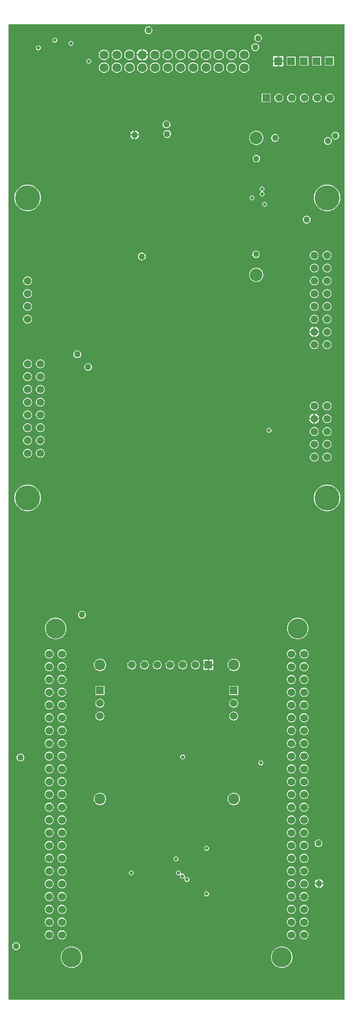
<source format=gbr>
G04 Layer_Physical_Order=2*
G04 Layer_Color=6736896*
%FSLAX26Y26*%
%MOIN*%
%TF.FileFunction,Copper,L2,Inr,Signal*%
%TF.Part,Single*%
G01*
G75*
%TA.AperFunction,ComponentPad*%
%ADD17C,0.059055*%
%ADD18R,0.060000X0.060000*%
%ADD19C,0.047000*%
%ADD20C,0.100000*%
%ADD21R,0.059055X0.059055*%
%ADD22R,0.059055X0.059055*%
%TA.AperFunction,ViaPad*%
%ADD23C,0.085000*%
%ADD24C,0.196850*%
%ADD25C,0.196850*%
%TA.AperFunction,ComponentPad*%
%ADD26C,0.060000*%
%ADD27C,0.157480*%
%ADD28C,0.070866*%
%TA.AperFunction,ViaPad*%
%ADD29C,0.027559*%
%ADD30C,0.050000*%
G36*
X2487518Y-3929638D02*
X-150481Y-3929638D01*
X-150481Y3708677D01*
X2487519Y3708678D01*
X2487518Y-3929638D01*
X2487518Y-3929638D02*
G37*
%LPC*%
G36*
X2070000Y-1787198D02*
X2060863Y-1788401D01*
X2052349Y-1791928D01*
X2045038Y-1797538D01*
X2039428Y-1804849D01*
X2035901Y-1813363D01*
X2034698Y-1822500D01*
X2035901Y-1831637D01*
X2039428Y-1840151D01*
X2045038Y-1847462D01*
X2052349Y-1853072D01*
X2060863Y-1856599D01*
X2070000Y-1857802D01*
X2079137Y-1856599D01*
X2087651Y-1853072D01*
X2094962Y-1847462D01*
X2100572Y-1840151D01*
X2104099Y-1831637D01*
X2105302Y-1822500D01*
X2104099Y-1813363D01*
X2100572Y-1804849D01*
X2094962Y-1797538D01*
X2087651Y-1791928D01*
X2079137Y-1788401D01*
X2070000Y-1787198D01*
X2070000Y-1787198D02*
G37*
G36*
X270000Y-1787198D02*
X260863Y-1788401D01*
X252349Y-1791928D01*
X245038Y-1797538D01*
X239428Y-1804849D01*
X235901Y-1813363D01*
X234698Y-1822500D01*
X235901Y-1831637D01*
X239428Y-1840151D01*
X245038Y-1847462D01*
X252349Y-1853072D01*
X260863Y-1856599D01*
X270000Y-1857802D01*
X279137Y-1856599D01*
X287651Y-1853072D01*
X294962Y-1847462D01*
X300572Y-1840151D01*
X304099Y-1831637D01*
X305302Y-1822500D01*
X304099Y-1813363D01*
X300572Y-1804849D01*
X294962Y-1797538D01*
X287651Y-1791928D01*
X279137Y-1788401D01*
X270000Y-1787198D01*
X270000Y-1787198D02*
G37*
G36*
X170000Y-1687198D02*
X160863Y-1688401D01*
X152349Y-1691928D01*
X145038Y-1697538D01*
X139428Y-1704849D01*
X135901Y-1713363D01*
X134698Y-1722500D01*
X135901Y-1731637D01*
X139428Y-1740151D01*
X145038Y-1747462D01*
X152349Y-1753072D01*
X160863Y-1756599D01*
X170000Y-1757802D01*
X179137Y-1756599D01*
X187651Y-1753072D01*
X194962Y-1747462D01*
X200572Y-1740151D01*
X204099Y-1731637D01*
X205302Y-1722500D01*
X204099Y-1713363D01*
X200572Y-1704849D01*
X194962Y-1697538D01*
X187651Y-1691928D01*
X179137Y-1688401D01*
X170000Y-1687198D01*
X170000Y-1687198D02*
G37*
G36*
X2170000Y-1787198D02*
X2160863Y-1788401D01*
X2152349Y-1791928D01*
X2145038Y-1797538D01*
X2139428Y-1804849D01*
X2135901Y-1813363D01*
X2134698Y-1822500D01*
X2135901Y-1831637D01*
X2139428Y-1840151D01*
X2145038Y-1847462D01*
X2152349Y-1853072D01*
X2160863Y-1856599D01*
X2170000Y-1857802D01*
X2179137Y-1856599D01*
X2187651Y-1853072D01*
X2194962Y-1847462D01*
X2200572Y-1840151D01*
X2204099Y-1831637D01*
X2205302Y-1822500D01*
X2204099Y-1813363D01*
X2200572Y-1804849D01*
X2194962Y-1797538D01*
X2187651Y-1791928D01*
X2179137Y-1788401D01*
X2170000Y-1787198D01*
X2170000Y-1787198D02*
G37*
G36*
X2070000Y-1887198D02*
X2060863Y-1888401D01*
X2052349Y-1891928D01*
X2045038Y-1897538D01*
X2039428Y-1904849D01*
X2035901Y-1913363D01*
X2034698Y-1922500D01*
X2035901Y-1931637D01*
X2039428Y-1940151D01*
X2045038Y-1947462D01*
X2052349Y-1953072D01*
X2060863Y-1956599D01*
X2070000Y-1957802D01*
X2079137Y-1956599D01*
X2087651Y-1953072D01*
X2094962Y-1947462D01*
X2100572Y-1940151D01*
X2104099Y-1931637D01*
X2105302Y-1922500D01*
X2104099Y-1913363D01*
X2100572Y-1904849D01*
X2094962Y-1897538D01*
X2087651Y-1891928D01*
X2079137Y-1888401D01*
X2070000Y-1887198D01*
X2070000Y-1887198D02*
G37*
G36*
X270000Y-1887198D02*
X260863Y-1888401D01*
X252349Y-1891928D01*
X245038Y-1897538D01*
X239428Y-1904849D01*
X235901Y-1913363D01*
X234698Y-1922500D01*
X235901Y-1931637D01*
X239428Y-1940151D01*
X245038Y-1947462D01*
X252349Y-1953072D01*
X260863Y-1956599D01*
X270000Y-1957802D01*
X279137Y-1956599D01*
X287651Y-1953072D01*
X294962Y-1947462D01*
X300572Y-1940151D01*
X304099Y-1931637D01*
X305302Y-1922500D01*
X304099Y-1913363D01*
X300572Y-1904849D01*
X294962Y-1897538D01*
X287651Y-1891928D01*
X279137Y-1888401D01*
X270000Y-1887198D01*
X270000Y-1887198D02*
G37*
G36*
X170000Y-1787198D02*
X160863Y-1788401D01*
X152349Y-1791928D01*
X145038Y-1797538D01*
X139428Y-1804849D01*
X135901Y-1813363D01*
X134698Y-1822500D01*
X135901Y-1831637D01*
X139428Y-1840151D01*
X145038Y-1847462D01*
X152349Y-1853072D01*
X160863Y-1856599D01*
X170000Y-1857802D01*
X179137Y-1856599D01*
X187651Y-1853072D01*
X194962Y-1847462D01*
X200572Y-1840151D01*
X204099Y-1831637D01*
X205302Y-1822500D01*
X204099Y-1813363D01*
X200572Y-1804849D01*
X194962Y-1797538D01*
X187651Y-1791928D01*
X179137Y-1788401D01*
X170000Y-1787198D01*
X170000Y-1787198D02*
G37*
G36*
X2170000Y-1887198D02*
X2160863Y-1888401D01*
X2152349Y-1891928D01*
X2145038Y-1897538D01*
X2139428Y-1904849D01*
X2135901Y-1913363D01*
X2134698Y-1922500D01*
X2135901Y-1931637D01*
X2139428Y-1940151D01*
X2145038Y-1947462D01*
X2152349Y-1953072D01*
X2160863Y-1956599D01*
X2170000Y-1957802D01*
X2179137Y-1956599D01*
X2187651Y-1953072D01*
X2194962Y-1947462D01*
X2200572Y-1940151D01*
X2204099Y-1931637D01*
X2205302Y-1922500D01*
X2204099Y-1913363D01*
X2200572Y-1904849D01*
X2194962Y-1897538D01*
X2187651Y-1891928D01*
X2179137Y-1888401D01*
X2170000Y-1887198D01*
X2170000Y-1887198D02*
G37*
G36*
X170000Y-1587198D02*
X160863Y-1588401D01*
X152349Y-1591928D01*
X145038Y-1597538D01*
X139428Y-1604849D01*
X135901Y-1613363D01*
X134698Y-1622500D01*
X135901Y-1631637D01*
X139428Y-1640151D01*
X145038Y-1647462D01*
X152349Y-1653072D01*
X160863Y-1656599D01*
X170000Y-1657802D01*
X179137Y-1656599D01*
X187651Y-1653072D01*
X194962Y-1647462D01*
X200572Y-1640151D01*
X204099Y-1631637D01*
X205302Y-1622500D01*
X204099Y-1613363D01*
X200572Y-1604849D01*
X194962Y-1597538D01*
X187651Y-1591928D01*
X179137Y-1588401D01*
X170000Y-1587198D01*
X170000Y-1587198D02*
G37*
G36*
X1618149Y-1673497D02*
X1609135Y-1674684D01*
X1600736Y-1678163D01*
X1593524Y-1683697D01*
X1587989Y-1690910D01*
X1584510Y-1699309D01*
X1583323Y-1708322D01*
X1584510Y-1717336D01*
X1587989Y-1725735D01*
X1593524Y-1732948D01*
X1600736Y-1738482D01*
X1609135Y-1741961D01*
X1618149Y-1743148D01*
X1627162Y-1741961D01*
X1635562Y-1738482D01*
X1642774Y-1732948D01*
X1648309Y-1725735D01*
X1651788Y-1717336D01*
X1652974Y-1708322D01*
X1651788Y-1699309D01*
X1648309Y-1690910D01*
X1642774Y-1683697D01*
X1635562Y-1678163D01*
X1627162Y-1674684D01*
X1618149Y-1673497D01*
X1618149Y-1673497D02*
G37*
G36*
X2070000Y-1587198D02*
X2060863Y-1588401D01*
X2052349Y-1591928D01*
X2045038Y-1597538D01*
X2039428Y-1604849D01*
X2035901Y-1613363D01*
X2034698Y-1622500D01*
X2035901Y-1631637D01*
X2039428Y-1640151D01*
X2045038Y-1647462D01*
X2052349Y-1653072D01*
X2060863Y-1656599D01*
X2070000Y-1657802D01*
X2079137Y-1656599D01*
X2087651Y-1653072D01*
X2094962Y-1647462D01*
X2100572Y-1640151D01*
X2104099Y-1631637D01*
X2105302Y-1622500D01*
X2104099Y-1613363D01*
X2100572Y-1604849D01*
X2094962Y-1597538D01*
X2087651Y-1591928D01*
X2079137Y-1588401D01*
X2070000Y-1587198D01*
X2070000Y-1587198D02*
G37*
G36*
X270000Y-1587198D02*
X260863Y-1588401D01*
X252349Y-1591928D01*
X245038Y-1597538D01*
X239428Y-1604849D01*
X235901Y-1613363D01*
X234698Y-1622500D01*
X235901Y-1631637D01*
X239428Y-1640151D01*
X245038Y-1647462D01*
X252349Y-1653072D01*
X260863Y-1656599D01*
X270000Y-1657802D01*
X279137Y-1656599D01*
X287651Y-1653072D01*
X294962Y-1647462D01*
X300572Y-1640151D01*
X304099Y-1631637D01*
X305302Y-1622500D01*
X304099Y-1613363D01*
X300572Y-1604849D01*
X294962Y-1597538D01*
X287651Y-1591928D01*
X279137Y-1588401D01*
X270000Y-1587198D01*
X270000Y-1587198D02*
G37*
G36*
X2070000Y-1687198D02*
X2060863Y-1688401D01*
X2052349Y-1691928D01*
X2045038Y-1697538D01*
X2039428Y-1704849D01*
X2035901Y-1713363D01*
X2034698Y-1722500D01*
X2035901Y-1731637D01*
X2039428Y-1740151D01*
X2045038Y-1747462D01*
X2052349Y-1753072D01*
X2060863Y-1756599D01*
X2070000Y-1757802D01*
X2079137Y-1756599D01*
X2087651Y-1753072D01*
X2094962Y-1747462D01*
X2100572Y-1740151D01*
X2104099Y-1731637D01*
X2105302Y-1722500D01*
X2104099Y-1713363D01*
X2100572Y-1704849D01*
X2094962Y-1697538D01*
X2087651Y-1691928D01*
X2079137Y-1688401D01*
X2070000Y-1687198D01*
X2070000Y-1687198D02*
G37*
G36*
X270000Y-1687198D02*
X260863Y-1688401D01*
X252349Y-1691928D01*
X245038Y-1697538D01*
X239428Y-1704849D01*
X235901Y-1713363D01*
X234698Y-1722500D01*
X235901Y-1731637D01*
X239428Y-1740151D01*
X245038Y-1747462D01*
X252349Y-1753072D01*
X260863Y-1756599D01*
X270000Y-1757802D01*
X279137Y-1756599D01*
X287651Y-1753072D01*
X294962Y-1747462D01*
X300572Y-1740151D01*
X304099Y-1731637D01*
X305302Y-1722500D01*
X304099Y-1713363D01*
X300572Y-1704849D01*
X294962Y-1697538D01*
X287651Y-1691928D01*
X279137Y-1688401D01*
X270000Y-1687198D01*
X270000Y-1687198D02*
G37*
G36*
X568149Y-1673497D02*
X559135Y-1674684D01*
X550736Y-1678163D01*
X543524Y-1683697D01*
X537989Y-1690910D01*
X534510Y-1699309D01*
X533323Y-1708322D01*
X534510Y-1717336D01*
X537989Y-1725735D01*
X543524Y-1732948D01*
X550736Y-1738482D01*
X559135Y-1741961D01*
X568149Y-1743148D01*
X577162Y-1741961D01*
X585562Y-1738482D01*
X592774Y-1732948D01*
X598309Y-1725735D01*
X601788Y-1717336D01*
X602974Y-1708322D01*
X601788Y-1699309D01*
X598309Y-1690910D01*
X592774Y-1683697D01*
X585562Y-1678163D01*
X577162Y-1674684D01*
X568149Y-1673497D01*
X568149Y-1673497D02*
G37*
G36*
X2170000Y-1687198D02*
X2160863Y-1688401D01*
X2152349Y-1691928D01*
X2145038Y-1697538D01*
X2139428Y-1704849D01*
X2135901Y-1713363D01*
X2134698Y-1722500D01*
X2135901Y-1731637D01*
X2139428Y-1740151D01*
X2145038Y-1747462D01*
X2152349Y-1753072D01*
X2160863Y-1756599D01*
X2170000Y-1757802D01*
X2179137Y-1756599D01*
X2187651Y-1753072D01*
X2194962Y-1747462D01*
X2200572Y-1740151D01*
X2204099Y-1731637D01*
X2205302Y-1722500D01*
X2204099Y-1713363D01*
X2200572Y-1704849D01*
X2194962Y-1697538D01*
X2187651Y-1691928D01*
X2179137Y-1688401D01*
X2170000Y-1687198D01*
X2170000Y-1687198D02*
G37*
G36*
X270000Y-2087198D02*
X260863Y-2088401D01*
X252349Y-2091928D01*
X245038Y-2097538D01*
X239428Y-2104849D01*
X235901Y-2113363D01*
X234698Y-2122500D01*
X235901Y-2131637D01*
X239428Y-2140151D01*
X245038Y-2147462D01*
X252349Y-2153072D01*
X260863Y-2156599D01*
X270000Y-2157802D01*
X279137Y-2156599D01*
X287651Y-2153072D01*
X294962Y-2147462D01*
X300572Y-2140151D01*
X304099Y-2131637D01*
X305302Y-2122500D01*
X304099Y-2113363D01*
X300572Y-2104849D01*
X294962Y-2097538D01*
X287651Y-2091928D01*
X279137Y-2088401D01*
X270000Y-2087198D01*
X270000Y-2087198D02*
G37*
G36*
X170000Y-2087198D02*
X160863Y-2088401D01*
X152349Y-2091928D01*
X145038Y-2097538D01*
X139428Y-2104849D01*
X135901Y-2113363D01*
X134698Y-2122500D01*
X135901Y-2131637D01*
X139428Y-2140151D01*
X145038Y-2147462D01*
X152349Y-2153072D01*
X160863Y-2156599D01*
X170000Y-2157802D01*
X179137Y-2156599D01*
X187651Y-2153072D01*
X194962Y-2147462D01*
X200572Y-2140151D01*
X204099Y-2131637D01*
X205302Y-2122500D01*
X204099Y-2113363D01*
X200572Y-2104849D01*
X194962Y-2097538D01*
X187651Y-2091928D01*
X179137Y-2088401D01*
X170000Y-2087198D01*
X170000Y-2087198D02*
G37*
G36*
X2170000Y-2087198D02*
X2160863Y-2088401D01*
X2152349Y-2091928D01*
X2145038Y-2097538D01*
X2139428Y-2104849D01*
X2135901Y-2113363D01*
X2134698Y-2122500D01*
X2135901Y-2131637D01*
X2139428Y-2140151D01*
X2145038Y-2147462D01*
X2152349Y-2153072D01*
X2160863Y-2156599D01*
X2170000Y-2157802D01*
X2179137Y-2156599D01*
X2187651Y-2153072D01*
X2194962Y-2147462D01*
X2200572Y-2140151D01*
X2204099Y-2131637D01*
X2205302Y-2122500D01*
X2204099Y-2113363D01*
X2200572Y-2104849D01*
X2194962Y-2097538D01*
X2187651Y-2091928D01*
X2179137Y-2088401D01*
X2170000Y-2087198D01*
X2170000Y-2087198D02*
G37*
G36*
X2070000Y-2087198D02*
X2060863Y-2088401D01*
X2052349Y-2091928D01*
X2045038Y-2097538D01*
X2039428Y-2104849D01*
X2035901Y-2113363D01*
X2034698Y-2122500D01*
X2035901Y-2131637D01*
X2039428Y-2140151D01*
X2045038Y-2147462D01*
X2052349Y-2153072D01*
X2060863Y-2156599D01*
X2070000Y-2157802D01*
X2079137Y-2156599D01*
X2087651Y-2153072D01*
X2094962Y-2147462D01*
X2100572Y-2140151D01*
X2104099Y-2131637D01*
X2105302Y-2122500D01*
X2104099Y-2113363D01*
X2100572Y-2104849D01*
X2094962Y-2097538D01*
X2087651Y-2091928D01*
X2079137Y-2088401D01*
X2070000Y-2087198D01*
X2070000Y-2087198D02*
G37*
G36*
X270000Y-2187198D02*
X260863Y-2188401D01*
X252349Y-2191928D01*
X245038Y-2197538D01*
X239428Y-2204849D01*
X235901Y-2213363D01*
X234698Y-2222500D01*
X235901Y-2231637D01*
X239428Y-2240151D01*
X245038Y-2247462D01*
X252349Y-2253072D01*
X260863Y-2256599D01*
X270000Y-2257802D01*
X279137Y-2256599D01*
X287651Y-2253072D01*
X294962Y-2247462D01*
X300572Y-2240151D01*
X304099Y-2231637D01*
X305302Y-2222500D01*
X304099Y-2213363D01*
X300572Y-2204849D01*
X294962Y-2197538D01*
X287651Y-2191928D01*
X279137Y-2188401D01*
X270000Y-2187198D01*
X270000Y-2187198D02*
G37*
G36*
X170000Y-2187198D02*
X160863Y-2188401D01*
X152349Y-2191928D01*
X145038Y-2197538D01*
X139428Y-2204849D01*
X135901Y-2213363D01*
X134698Y-2222500D01*
X135901Y-2231637D01*
X139428Y-2240151D01*
X145038Y-2247462D01*
X152349Y-2253072D01*
X160863Y-2256599D01*
X170000Y-2257802D01*
X179137Y-2256599D01*
X187651Y-2253072D01*
X194962Y-2247462D01*
X200572Y-2240151D01*
X204099Y-2231637D01*
X205302Y-2222500D01*
X204099Y-2213363D01*
X200572Y-2204849D01*
X194962Y-2197538D01*
X187651Y-2191928D01*
X179137Y-2188401D01*
X170000Y-2187198D01*
X170000Y-2187198D02*
G37*
G36*
X2170000Y-2187198D02*
X2160863Y-2188401D01*
X2152349Y-2191928D01*
X2145038Y-2197538D01*
X2139428Y-2204849D01*
X2135901Y-2213363D01*
X2134698Y-2222500D01*
X2135901Y-2231637D01*
X2139428Y-2240151D01*
X2145038Y-2247462D01*
X2152349Y-2253072D01*
X2160863Y-2256599D01*
X2170000Y-2257802D01*
X2179137Y-2256599D01*
X2187651Y-2253072D01*
X2194962Y-2247462D01*
X2200572Y-2240151D01*
X2204099Y-2231637D01*
X2205302Y-2222500D01*
X2204099Y-2213363D01*
X2200572Y-2204849D01*
X2194962Y-2197538D01*
X2187651Y-2191928D01*
X2179137Y-2188401D01*
X2170000Y-2187198D01*
X2170000Y-2187198D02*
G37*
G36*
X2070000Y-2187198D02*
X2060863Y-2188401D01*
X2052349Y-2191928D01*
X2045038Y-2197538D01*
X2039428Y-2204849D01*
X2035901Y-2213363D01*
X2034698Y-2222500D01*
X2035901Y-2231637D01*
X2039428Y-2240151D01*
X2045038Y-2247462D01*
X2052349Y-2253072D01*
X2060863Y-2256599D01*
X2070000Y-2257802D01*
X2079137Y-2256599D01*
X2087651Y-2253072D01*
X2094962Y-2247462D01*
X2100572Y-2240151D01*
X2104099Y-2231637D01*
X2105302Y-2222500D01*
X2104099Y-2213363D01*
X2100572Y-2204849D01*
X2094962Y-2197538D01*
X2087651Y-2191928D01*
X2079137Y-2188401D01*
X2070000Y-2187198D01*
X2070000Y-2187198D02*
G37*
G36*
X2170000Y-1987198D02*
X2160863Y-1988401D01*
X2152349Y-1991928D01*
X2145038Y-1997538D01*
X2139428Y-2004849D01*
X2135901Y-2013363D01*
X2134698Y-2022500D01*
X2135901Y-2031637D01*
X2139428Y-2040151D01*
X2145038Y-2047462D01*
X2152349Y-2053072D01*
X2160863Y-2056599D01*
X2170000Y-2057802D01*
X2179137Y-2056599D01*
X2187651Y-2053072D01*
X2194962Y-2047462D01*
X2200572Y-2040151D01*
X2204099Y-2031637D01*
X2205302Y-2022500D01*
X2204099Y-2013363D01*
X2200572Y-2004849D01*
X2194962Y-1997538D01*
X2187651Y-1991928D01*
X2179137Y-1988401D01*
X2170000Y-1987198D01*
X2170000Y-1987198D02*
G37*
G36*
X2070000Y-1987198D02*
X2060863Y-1988401D01*
X2052349Y-1991928D01*
X2045038Y-1997538D01*
X2039428Y-2004849D01*
X2035901Y-2013363D01*
X2034698Y-2022500D01*
X2035901Y-2031637D01*
X2039428Y-2040151D01*
X2045038Y-2047462D01*
X2052349Y-2053072D01*
X2060863Y-2056599D01*
X2070000Y-2057802D01*
X2079137Y-2056599D01*
X2087651Y-2053072D01*
X2094962Y-2047462D01*
X2100572Y-2040151D01*
X2104099Y-2031637D01*
X2105302Y-2022500D01*
X2104099Y-2013363D01*
X2100572Y-2004849D01*
X2094962Y-1997538D01*
X2087651Y-1991928D01*
X2079137Y-1988401D01*
X2070000Y-1987198D01*
X2070000Y-1987198D02*
G37*
G36*
X170000Y-1887198D02*
X160863Y-1888401D01*
X152349Y-1891928D01*
X145038Y-1897538D01*
X139428Y-1904849D01*
X135901Y-1913363D01*
X134698Y-1922500D01*
X135901Y-1931637D01*
X139428Y-1940151D01*
X145038Y-1947462D01*
X152349Y-1953072D01*
X160863Y-1956599D01*
X170000Y-1957802D01*
X179137Y-1956599D01*
X187651Y-1953072D01*
X194962Y-1947462D01*
X200572Y-1940151D01*
X204099Y-1931637D01*
X205302Y-1922500D01*
X204099Y-1913363D01*
X200572Y-1904849D01*
X194962Y-1897538D01*
X187651Y-1891928D01*
X179137Y-1888401D01*
X170000Y-1887198D01*
X170000Y-1887198D02*
G37*
G36*
X1217000Y-2009853D02*
X1209673Y-2011310D01*
X1203461Y-2015461D01*
X1199310Y-2021673D01*
X1197853Y-2029000D01*
X1199310Y-2036327D01*
X1203461Y-2042539D01*
X1209673Y-2046690D01*
X1217000Y-2048147D01*
X1224327Y-2046690D01*
X1230539Y-2042539D01*
X1234690Y-2036327D01*
X1236147Y-2029000D01*
X1234690Y-2021673D01*
X1230539Y-2015461D01*
X1224327Y-2011310D01*
X1217000Y-2009853D01*
X1217000Y-2009853D02*
G37*
G36*
X-56000Y-2002741D02*
X-63832Y-2003772D01*
X-71129Y-2006795D01*
X-77396Y-2011604D01*
X-82205Y-2017871D01*
X-85228Y-2025168D01*
X-86259Y-2033000D01*
X-85228Y-2040832D01*
X-82205Y-2048129D01*
X-77396Y-2054396D01*
X-71129Y-2059205D01*
X-63832Y-2062228D01*
X-56000Y-2063259D01*
X-48168Y-2062228D01*
X-40870Y-2059205D01*
X-34604Y-2054396D01*
X-29795Y-2048129D01*
X-26772Y-2040832D01*
X-25741Y-2033000D01*
X-26772Y-2025168D01*
X-29795Y-2017871D01*
X-34604Y-2011604D01*
X-40870Y-2006795D01*
X-48168Y-2003772D01*
X-56000Y-2002741D01*
X-56000Y-2002741D02*
G37*
G36*
X1829630Y-2056160D02*
X1822303Y-2057617D01*
X1816091Y-2061768D01*
X1811940Y-2067980D01*
X1810483Y-2075307D01*
X1811940Y-2082635D01*
X1816091Y-2088846D01*
X1822303Y-2092997D01*
X1829630Y-2094454D01*
X1836957Y-2092997D01*
X1843169Y-2088846D01*
X1847320Y-2082635D01*
X1848777Y-2075307D01*
X1847320Y-2067980D01*
X1843169Y-2061768D01*
X1836957Y-2057617D01*
X1829630Y-2056160D01*
X1829630Y-2056160D02*
G37*
G36*
X270000Y-1987198D02*
X260863Y-1988401D01*
X252349Y-1991928D01*
X245038Y-1997538D01*
X239428Y-2004849D01*
X235901Y-2013363D01*
X234698Y-2022500D01*
X235901Y-2031637D01*
X239428Y-2040151D01*
X245038Y-2047462D01*
X252349Y-2053072D01*
X260863Y-2056599D01*
X270000Y-2057802D01*
X279137Y-2056599D01*
X287651Y-2053072D01*
X294962Y-2047462D01*
X300572Y-2040151D01*
X304099Y-2031637D01*
X305302Y-2022500D01*
X304099Y-2013363D01*
X300572Y-2004849D01*
X294962Y-1997538D01*
X287651Y-1991928D01*
X279137Y-1988401D01*
X270000Y-1987198D01*
X270000Y-1987198D02*
G37*
G36*
X170000Y-1987198D02*
X160863Y-1988401D01*
X152349Y-1991928D01*
X145038Y-1997538D01*
X139428Y-2004849D01*
X135901Y-2013363D01*
X134698Y-2022500D01*
X135901Y-2031637D01*
X139428Y-2040151D01*
X145038Y-2047462D01*
X152349Y-2053072D01*
X160863Y-2056599D01*
X170000Y-2057802D01*
X179137Y-2056599D01*
X187651Y-2053072D01*
X194962Y-2047462D01*
X200572Y-2040151D01*
X204099Y-2031637D01*
X205302Y-2022500D01*
X204099Y-2013363D01*
X200572Y-2004849D01*
X194962Y-1997538D01*
X187651Y-1991928D01*
X179137Y-1988401D01*
X170000Y-1987198D01*
X170000Y-1987198D02*
G37*
G36*
X818149Y-1273497D02*
X809135Y-1274684D01*
X800736Y-1278163D01*
X793524Y-1283697D01*
X787989Y-1290910D01*
X784510Y-1299309D01*
X783323Y-1308322D01*
X784510Y-1317336D01*
X787989Y-1325735D01*
X793524Y-1332948D01*
X800736Y-1338482D01*
X809135Y-1341961D01*
X818149Y-1343148D01*
X827162Y-1341961D01*
X835562Y-1338482D01*
X842774Y-1332948D01*
X848309Y-1325735D01*
X851788Y-1317336D01*
X852974Y-1308322D01*
X851788Y-1299309D01*
X848309Y-1290910D01*
X842774Y-1283697D01*
X835562Y-1278163D01*
X827162Y-1274684D01*
X818149Y-1273497D01*
X818149Y-1273497D02*
G37*
G36*
X1457676Y-1313322D02*
X1423149Y-1313322D01*
X1423149Y-1347850D01*
X1457676Y-1347850D01*
X1457676Y-1313322D01*
X1457676Y-1313322D02*
G37*
G36*
X1018149Y-1273497D02*
X1009135Y-1274684D01*
X1000736Y-1278163D01*
X993524Y-1283697D01*
X987989Y-1290910D01*
X984510Y-1299309D01*
X983323Y-1308322D01*
X984510Y-1317336D01*
X987989Y-1325735D01*
X993524Y-1332948D01*
X1000736Y-1338482D01*
X1009135Y-1341961D01*
X1018149Y-1343148D01*
X1027162Y-1341961D01*
X1035562Y-1338482D01*
X1042774Y-1332948D01*
X1048309Y-1325735D01*
X1051788Y-1317336D01*
X1052974Y-1308322D01*
X1051788Y-1299309D01*
X1048309Y-1290910D01*
X1042774Y-1283697D01*
X1035562Y-1278163D01*
X1027162Y-1274684D01*
X1018149Y-1273497D01*
X1018149Y-1273497D02*
G37*
G36*
X918149Y-1273497D02*
X909135Y-1274684D01*
X900736Y-1278163D01*
X893524Y-1283697D01*
X887989Y-1290910D01*
X884510Y-1299309D01*
X883323Y-1308322D01*
X884510Y-1317336D01*
X887989Y-1325735D01*
X893524Y-1332948D01*
X900736Y-1338482D01*
X909135Y-1341961D01*
X918149Y-1343148D01*
X927162Y-1341961D01*
X935562Y-1338482D01*
X942774Y-1332948D01*
X948309Y-1325735D01*
X951788Y-1317336D01*
X952974Y-1308322D01*
X951788Y-1299309D01*
X948309Y-1290910D01*
X942774Y-1283697D01*
X935562Y-1278163D01*
X927162Y-1274684D01*
X918149Y-1273497D01*
X918149Y-1273497D02*
G37*
G36*
X568149Y-1260412D02*
X555749Y-1262045D01*
X544194Y-1266831D01*
X534271Y-1274445D01*
X526658Y-1284367D01*
X521871Y-1295922D01*
X520239Y-1308322D01*
X521871Y-1320722D01*
X526658Y-1332277D01*
X534271Y-1342200D01*
X544194Y-1349814D01*
X555749Y-1354600D01*
X568149Y-1356232D01*
X580549Y-1354600D01*
X592104Y-1349814D01*
X602026Y-1342200D01*
X609640Y-1332277D01*
X614426Y-1320722D01*
X616059Y-1308322D01*
X614426Y-1295922D01*
X609640Y-1284367D01*
X602026Y-1274445D01*
X592104Y-1266831D01*
X580549Y-1262045D01*
X568149Y-1260412D01*
X568149Y-1260412D02*
G37*
G36*
X2170000Y-1287198D02*
X2160863Y-1288401D01*
X2152349Y-1291928D01*
X2145038Y-1297538D01*
X2139428Y-1304849D01*
X2135901Y-1313363D01*
X2134698Y-1322500D01*
X2135901Y-1331637D01*
X2139428Y-1340151D01*
X2145038Y-1347462D01*
X2152349Y-1353072D01*
X2160863Y-1356599D01*
X2170000Y-1357802D01*
X2179137Y-1356599D01*
X2187651Y-1353072D01*
X2194962Y-1347462D01*
X2200572Y-1340151D01*
X2204099Y-1331637D01*
X2205302Y-1322500D01*
X2204099Y-1313363D01*
X2200572Y-1304849D01*
X2194962Y-1297538D01*
X2187651Y-1291928D01*
X2179137Y-1288401D01*
X2170000Y-1287198D01*
X2170000Y-1287198D02*
G37*
G36*
X1413149Y-1313322D02*
X1378621Y-1313322D01*
X1378621Y-1347850D01*
X1413149Y-1347850D01*
X1413149Y-1313322D01*
X1413149Y-1313322D02*
G37*
G36*
X1618149Y-1260412D02*
X1605749Y-1262045D01*
X1594194Y-1266831D01*
X1584272Y-1274445D01*
X1576658Y-1284367D01*
X1571871Y-1295922D01*
X1570239Y-1308322D01*
X1571871Y-1320722D01*
X1576658Y-1332277D01*
X1584272Y-1342200D01*
X1594194Y-1349814D01*
X1605749Y-1354600D01*
X1618149Y-1356232D01*
X1630549Y-1354600D01*
X1642104Y-1349814D01*
X1652026Y-1342200D01*
X1659640Y-1332277D01*
X1664426Y-1320722D01*
X1666059Y-1308322D01*
X1664426Y-1295922D01*
X1659640Y-1284367D01*
X1652026Y-1274445D01*
X1642104Y-1266831D01*
X1630549Y-1262045D01*
X1618149Y-1260412D01*
X1618149Y-1260412D02*
G37*
G36*
X170000Y-1187198D02*
X160863Y-1188401D01*
X152349Y-1191928D01*
X145038Y-1197538D01*
X139428Y-1204849D01*
X135901Y-1213363D01*
X134698Y-1222500D01*
X135901Y-1231637D01*
X139428Y-1240151D01*
X145038Y-1247462D01*
X152349Y-1253072D01*
X160863Y-1256599D01*
X170000Y-1257802D01*
X179137Y-1256599D01*
X187651Y-1253072D01*
X194962Y-1247462D01*
X200572Y-1240151D01*
X204099Y-1231637D01*
X205302Y-1222500D01*
X204099Y-1213363D01*
X200572Y-1204849D01*
X194962Y-1197538D01*
X187651Y-1191928D01*
X179137Y-1188401D01*
X170000Y-1187198D01*
X170000Y-1187198D02*
G37*
G36*
X1457676Y-1268795D02*
X1423149Y-1268795D01*
X1423149Y-1303322D01*
X1457676Y-1303322D01*
X1457676Y-1268795D01*
X1457676Y-1268795D02*
G37*
G36*
X2070000Y-1187198D02*
X2060863Y-1188401D01*
X2052349Y-1191928D01*
X2045038Y-1197538D01*
X2039428Y-1204849D01*
X2035901Y-1213363D01*
X2034698Y-1222500D01*
X2035901Y-1231637D01*
X2039428Y-1240151D01*
X2045038Y-1247462D01*
X2052349Y-1253072D01*
X2060863Y-1256599D01*
X2070000Y-1257802D01*
X2079137Y-1256599D01*
X2087651Y-1253072D01*
X2094962Y-1247462D01*
X2100572Y-1240151D01*
X2104099Y-1231637D01*
X2105302Y-1222500D01*
X2104099Y-1213363D01*
X2100572Y-1204849D01*
X2094962Y-1197538D01*
X2087651Y-1191928D01*
X2079137Y-1188401D01*
X2070000Y-1187198D01*
X2070000Y-1187198D02*
G37*
G36*
X270000Y-1187198D02*
X260863Y-1188401D01*
X252349Y-1191928D01*
X245038Y-1197538D01*
X239428Y-1204849D01*
X235901Y-1213363D01*
X234698Y-1222500D01*
X235901Y-1231637D01*
X239428Y-1240151D01*
X245038Y-1247462D01*
X252349Y-1253072D01*
X260863Y-1256599D01*
X270000Y-1257802D01*
X279137Y-1256599D01*
X287651Y-1253072D01*
X294962Y-1247462D01*
X300572Y-1240151D01*
X304099Y-1231637D01*
X305302Y-1222500D01*
X304099Y-1213363D01*
X300572Y-1204849D01*
X294962Y-1197538D01*
X287651Y-1191928D01*
X279137Y-1188401D01*
X270000Y-1187198D01*
X270000Y-1187198D02*
G37*
G36*
X1218149Y-1273497D02*
X1209135Y-1274684D01*
X1200736Y-1278163D01*
X1193524Y-1283697D01*
X1187989Y-1290910D01*
X1184510Y-1299309D01*
X1183323Y-1308322D01*
X1184510Y-1317336D01*
X1187989Y-1325735D01*
X1193524Y-1332948D01*
X1200736Y-1338482D01*
X1209135Y-1341961D01*
X1218149Y-1343148D01*
X1227162Y-1341961D01*
X1235562Y-1338482D01*
X1242774Y-1332948D01*
X1248309Y-1325735D01*
X1251788Y-1317336D01*
X1252974Y-1308322D01*
X1251788Y-1299309D01*
X1248309Y-1290910D01*
X1242774Y-1283697D01*
X1235562Y-1278163D01*
X1227162Y-1274684D01*
X1218149Y-1273497D01*
X1218149Y-1273497D02*
G37*
G36*
X1118149Y-1273497D02*
X1109135Y-1274684D01*
X1100736Y-1278163D01*
X1093524Y-1283697D01*
X1087989Y-1290910D01*
X1084510Y-1299309D01*
X1083323Y-1308322D01*
X1084510Y-1317336D01*
X1087989Y-1325735D01*
X1093524Y-1332948D01*
X1100736Y-1338482D01*
X1109135Y-1341961D01*
X1118149Y-1343148D01*
X1127162Y-1341961D01*
X1135562Y-1338482D01*
X1142774Y-1332948D01*
X1148309Y-1325735D01*
X1151788Y-1317336D01*
X1152974Y-1308322D01*
X1151788Y-1299309D01*
X1148309Y-1290910D01*
X1142774Y-1283697D01*
X1135562Y-1278163D01*
X1127162Y-1274684D01*
X1118149Y-1273497D01*
X1118149Y-1273497D02*
G37*
G36*
X1413149Y-1268795D02*
X1378621Y-1268795D01*
X1378621Y-1303322D01*
X1413149Y-1303322D01*
X1413149Y-1268795D01*
X1413149Y-1268795D02*
G37*
G36*
X1318149Y-1273497D02*
X1309135Y-1274684D01*
X1300736Y-1278163D01*
X1293524Y-1283697D01*
X1287989Y-1290910D01*
X1284510Y-1299309D01*
X1283323Y-1308322D01*
X1284510Y-1317336D01*
X1287989Y-1325735D01*
X1293524Y-1332948D01*
X1300736Y-1338482D01*
X1309135Y-1341961D01*
X1318149Y-1343148D01*
X1327162Y-1341961D01*
X1335562Y-1338482D01*
X1342774Y-1332948D01*
X1348309Y-1325735D01*
X1351788Y-1317336D01*
X1352974Y-1308322D01*
X1351788Y-1299309D01*
X1348309Y-1290910D01*
X1342774Y-1283697D01*
X1335562Y-1278163D01*
X1327162Y-1274684D01*
X1318149Y-1273497D01*
X1318149Y-1273497D02*
G37*
G36*
X2070000Y-1487198D02*
X2060863Y-1488401D01*
X2052349Y-1491928D01*
X2045038Y-1497538D01*
X2039428Y-1504849D01*
X2035901Y-1513363D01*
X2034698Y-1522500D01*
X2035901Y-1531637D01*
X2039428Y-1540151D01*
X2045038Y-1547462D01*
X2052349Y-1553072D01*
X2060863Y-1556599D01*
X2070000Y-1557802D01*
X2079137Y-1556599D01*
X2087651Y-1553072D01*
X2094962Y-1547462D01*
X2100572Y-1540151D01*
X2104099Y-1531637D01*
X2105302Y-1522500D01*
X2104099Y-1513363D01*
X2100572Y-1504849D01*
X2094962Y-1497538D01*
X2087651Y-1491928D01*
X2079137Y-1488401D01*
X2070000Y-1487198D01*
X2070000Y-1487198D02*
G37*
G36*
X270000Y-1487198D02*
X260863Y-1488401D01*
X252349Y-1491928D01*
X245038Y-1497538D01*
X239428Y-1504849D01*
X235901Y-1513363D01*
X234698Y-1522500D01*
X235901Y-1531637D01*
X239428Y-1540151D01*
X245038Y-1547462D01*
X252349Y-1553072D01*
X260863Y-1556599D01*
X270000Y-1557802D01*
X279137Y-1556599D01*
X287651Y-1553072D01*
X294962Y-1547462D01*
X300572Y-1540151D01*
X304099Y-1531637D01*
X305302Y-1522500D01*
X304099Y-1513363D01*
X300572Y-1504849D01*
X294962Y-1497538D01*
X287651Y-1491928D01*
X279137Y-1488401D01*
X270000Y-1487198D01*
X270000Y-1487198D02*
G37*
G36*
X602676Y-1473795D02*
X533621Y-1473795D01*
X533621Y-1542850D01*
X602676Y-1542850D01*
X602676Y-1473795D01*
X602676Y-1473795D02*
G37*
G36*
X2170000Y-1487198D02*
X2160863Y-1488401D01*
X2152349Y-1491928D01*
X2145038Y-1497538D01*
X2139428Y-1504849D01*
X2135901Y-1513363D01*
X2134698Y-1522500D01*
X2135901Y-1531637D01*
X2139428Y-1540151D01*
X2145038Y-1547462D01*
X2152349Y-1553072D01*
X2160863Y-1556599D01*
X2170000Y-1557802D01*
X2179137Y-1556599D01*
X2187651Y-1553072D01*
X2194962Y-1547462D01*
X2200572Y-1540151D01*
X2204099Y-1531637D01*
X2205302Y-1522500D01*
X2204099Y-1513363D01*
X2200572Y-1504849D01*
X2194962Y-1497538D01*
X2187651Y-1491928D01*
X2179137Y-1488401D01*
X2170000Y-1487198D01*
X2170000Y-1487198D02*
G37*
G36*
X568149Y-1573497D02*
X559135Y-1574684D01*
X550736Y-1578163D01*
X543524Y-1583697D01*
X537989Y-1590910D01*
X534510Y-1599309D01*
X533323Y-1608322D01*
X534510Y-1617336D01*
X537989Y-1625735D01*
X543524Y-1632948D01*
X550736Y-1638482D01*
X559135Y-1641961D01*
X568149Y-1643148D01*
X577162Y-1641961D01*
X585562Y-1638482D01*
X592774Y-1632948D01*
X598309Y-1625735D01*
X601788Y-1617336D01*
X602974Y-1608322D01*
X601788Y-1599309D01*
X598309Y-1590910D01*
X592774Y-1583697D01*
X585562Y-1578163D01*
X577162Y-1574684D01*
X568149Y-1573497D01*
X568149Y-1573497D02*
G37*
G36*
X2170000Y-1587198D02*
X2160863Y-1588401D01*
X2152349Y-1591928D01*
X2145038Y-1597538D01*
X2139428Y-1604849D01*
X2135901Y-1613363D01*
X2134698Y-1622500D01*
X2135901Y-1631637D01*
X2139428Y-1640151D01*
X2145038Y-1647462D01*
X2152349Y-1653072D01*
X2160863Y-1656599D01*
X2170000Y-1657802D01*
X2179137Y-1656599D01*
X2187651Y-1653072D01*
X2194962Y-1647462D01*
X2200572Y-1640151D01*
X2204099Y-1631637D01*
X2205302Y-1622500D01*
X2204099Y-1613363D01*
X2200572Y-1604849D01*
X2194962Y-1597538D01*
X2187651Y-1591928D01*
X2179137Y-1588401D01*
X2170000Y-1587198D01*
X2170000Y-1587198D02*
G37*
G36*
X170000Y-1487198D02*
X160863Y-1488401D01*
X152349Y-1491928D01*
X145038Y-1497538D01*
X139428Y-1504849D01*
X135901Y-1513363D01*
X134698Y-1522500D01*
X135901Y-1531637D01*
X139428Y-1540151D01*
X145038Y-1547462D01*
X152349Y-1553072D01*
X160863Y-1556599D01*
X170000Y-1557802D01*
X179137Y-1556599D01*
X187651Y-1553072D01*
X194962Y-1547462D01*
X200572Y-1540151D01*
X204099Y-1531637D01*
X205302Y-1522500D01*
X204099Y-1513363D01*
X200572Y-1504849D01*
X194962Y-1497538D01*
X187651Y-1491928D01*
X179137Y-1488401D01*
X170000Y-1487198D01*
X170000Y-1487198D02*
G37*
G36*
X1618149Y-1573497D02*
X1609135Y-1574684D01*
X1600736Y-1578163D01*
X1593524Y-1583697D01*
X1587989Y-1590910D01*
X1584510Y-1599309D01*
X1583323Y-1608322D01*
X1584510Y-1617336D01*
X1587989Y-1625735D01*
X1593524Y-1632948D01*
X1600736Y-1638482D01*
X1609135Y-1641961D01*
X1618149Y-1643148D01*
X1627162Y-1641961D01*
X1635562Y-1638482D01*
X1642774Y-1632948D01*
X1648309Y-1625735D01*
X1651788Y-1617336D01*
X1652974Y-1608322D01*
X1651788Y-1599309D01*
X1648309Y-1590910D01*
X1642774Y-1583697D01*
X1635562Y-1578163D01*
X1627162Y-1574684D01*
X1618149Y-1573497D01*
X1618149Y-1573497D02*
G37*
G36*
X170000Y-1287198D02*
X160863Y-1288401D01*
X152349Y-1291928D01*
X145038Y-1297538D01*
X139428Y-1304849D01*
X135901Y-1313363D01*
X134698Y-1322500D01*
X135901Y-1331637D01*
X139428Y-1340151D01*
X145038Y-1347462D01*
X152349Y-1353072D01*
X160863Y-1356599D01*
X170000Y-1357802D01*
X179137Y-1356599D01*
X187651Y-1353072D01*
X194962Y-1347462D01*
X200572Y-1340151D01*
X204099Y-1331637D01*
X205302Y-1322500D01*
X204099Y-1313363D01*
X200572Y-1304849D01*
X194962Y-1297538D01*
X187651Y-1291928D01*
X179137Y-1288401D01*
X170000Y-1287198D01*
X170000Y-1287198D02*
G37*
G36*
X2170000Y-1387198D02*
X2160863Y-1388401D01*
X2152349Y-1391928D01*
X2145038Y-1397538D01*
X2139428Y-1404849D01*
X2135901Y-1413363D01*
X2134698Y-1422500D01*
X2135901Y-1431637D01*
X2139428Y-1440151D01*
X2145038Y-1447462D01*
X2152349Y-1453072D01*
X2160863Y-1456599D01*
X2170000Y-1457802D01*
X2179137Y-1456599D01*
X2187651Y-1453072D01*
X2194962Y-1447462D01*
X2200572Y-1440151D01*
X2204099Y-1431637D01*
X2205302Y-1422500D01*
X2204099Y-1413363D01*
X2200572Y-1404849D01*
X2194962Y-1397538D01*
X2187651Y-1391928D01*
X2179137Y-1388401D01*
X2170000Y-1387198D01*
X2170000Y-1387198D02*
G37*
G36*
X2070000Y-1287198D02*
X2060863Y-1288401D01*
X2052349Y-1291928D01*
X2045038Y-1297538D01*
X2039428Y-1304849D01*
X2035901Y-1313363D01*
X2034698Y-1322500D01*
X2035901Y-1331637D01*
X2039428Y-1340151D01*
X2045038Y-1347462D01*
X2052349Y-1353072D01*
X2060863Y-1356599D01*
X2070000Y-1357802D01*
X2079137Y-1356599D01*
X2087651Y-1353072D01*
X2094962Y-1347462D01*
X2100572Y-1340151D01*
X2104099Y-1331637D01*
X2105302Y-1322500D01*
X2104099Y-1313363D01*
X2100572Y-1304849D01*
X2094962Y-1297538D01*
X2087651Y-1291928D01*
X2079137Y-1288401D01*
X2070000Y-1287198D01*
X2070000Y-1287198D02*
G37*
G36*
X270000Y-1287198D02*
X260863Y-1288401D01*
X252349Y-1291928D01*
X245038Y-1297538D01*
X239428Y-1304849D01*
X235901Y-1313363D01*
X234698Y-1322500D01*
X235901Y-1331637D01*
X239428Y-1340151D01*
X245038Y-1347462D01*
X252349Y-1353072D01*
X260863Y-1356599D01*
X270000Y-1357802D01*
X279137Y-1356599D01*
X287651Y-1353072D01*
X294962Y-1347462D01*
X300572Y-1340151D01*
X304099Y-1331637D01*
X305302Y-1322500D01*
X304099Y-1313363D01*
X300572Y-1304849D01*
X294962Y-1297538D01*
X287651Y-1291928D01*
X279137Y-1288401D01*
X270000Y-1287198D01*
X270000Y-1287198D02*
G37*
G36*
X170000Y-1387198D02*
X160863Y-1388401D01*
X152349Y-1391928D01*
X145038Y-1397538D01*
X139428Y-1404849D01*
X135901Y-1413363D01*
X134698Y-1422500D01*
X135901Y-1431637D01*
X139428Y-1440151D01*
X145038Y-1447462D01*
X152349Y-1453072D01*
X160863Y-1456599D01*
X170000Y-1457802D01*
X179137Y-1456599D01*
X187651Y-1453072D01*
X194962Y-1447462D01*
X200572Y-1440151D01*
X204099Y-1431637D01*
X205302Y-1422500D01*
X204099Y-1413363D01*
X200572Y-1404849D01*
X194962Y-1397538D01*
X187651Y-1391928D01*
X179137Y-1388401D01*
X170000Y-1387198D01*
X170000Y-1387198D02*
G37*
G36*
X1652676Y-1473795D02*
X1583621Y-1473795D01*
X1583621Y-1542850D01*
X1652676Y-1542850D01*
X1652676Y-1473795D01*
X1652676Y-1473795D02*
G37*
G36*
X2070000Y-1387198D02*
X2060863Y-1388401D01*
X2052349Y-1391928D01*
X2045038Y-1397538D01*
X2039428Y-1404849D01*
X2035901Y-1413363D01*
X2034698Y-1422500D01*
X2035901Y-1431637D01*
X2039428Y-1440151D01*
X2045038Y-1447462D01*
X2052349Y-1453072D01*
X2060863Y-1456599D01*
X2070000Y-1457802D01*
X2079137Y-1456599D01*
X2087651Y-1453072D01*
X2094962Y-1447462D01*
X2100572Y-1440151D01*
X2104099Y-1431637D01*
X2105302Y-1422500D01*
X2104099Y-1413363D01*
X2100572Y-1404849D01*
X2094962Y-1397538D01*
X2087651Y-1391928D01*
X2079137Y-1388401D01*
X2070000Y-1387198D01*
X2070000Y-1387198D02*
G37*
G36*
X270000Y-1387198D02*
X260863Y-1388401D01*
X252349Y-1391928D01*
X245038Y-1397538D01*
X239428Y-1404849D01*
X235901Y-1413363D01*
X234698Y-1422500D01*
X235901Y-1431637D01*
X239428Y-1440151D01*
X245038Y-1447462D01*
X252349Y-1453072D01*
X260863Y-1456599D01*
X270000Y-1457802D01*
X279137Y-1456599D01*
X287651Y-1453072D01*
X294962Y-1447462D01*
X300572Y-1440151D01*
X304099Y-1431637D01*
X305302Y-1422500D01*
X304099Y-1413363D01*
X300572Y-1404849D01*
X294962Y-1397538D01*
X287651Y-1391928D01*
X279137Y-1388401D01*
X270000Y-1387198D01*
X270000Y-1387198D02*
G37*
G36*
X270000Y-2987198D02*
X260863Y-2988401D01*
X252349Y-2991928D01*
X245038Y-2997538D01*
X239428Y-3004849D01*
X235901Y-3013363D01*
X234698Y-3022500D01*
X235901Y-3031637D01*
X239428Y-3040151D01*
X245038Y-3047462D01*
X252349Y-3053072D01*
X260863Y-3056599D01*
X270000Y-3057802D01*
X279137Y-3056599D01*
X287651Y-3053072D01*
X294962Y-3047462D01*
X300572Y-3040151D01*
X304099Y-3031637D01*
X305302Y-3022500D01*
X304099Y-3013363D01*
X300572Y-3004849D01*
X294962Y-2997538D01*
X287651Y-2991928D01*
X279137Y-2988401D01*
X270000Y-2987198D01*
X270000Y-2987198D02*
G37*
G36*
X170000Y-2987198D02*
X160863Y-2988401D01*
X152349Y-2991928D01*
X145038Y-2997538D01*
X139428Y-3004849D01*
X135901Y-3013363D01*
X134698Y-3022500D01*
X135901Y-3031637D01*
X139428Y-3040151D01*
X145038Y-3047462D01*
X152349Y-3053072D01*
X160863Y-3056599D01*
X170000Y-3057802D01*
X179137Y-3056599D01*
X187651Y-3053072D01*
X194962Y-3047462D01*
X200572Y-3040151D01*
X204099Y-3031637D01*
X205302Y-3022500D01*
X204099Y-3013363D01*
X200572Y-3004849D01*
X194962Y-2997538D01*
X187651Y-2991928D01*
X179137Y-2988401D01*
X170000Y-2987198D01*
X170000Y-2987198D02*
G37*
G36*
X2170000Y-2987198D02*
X2160863Y-2988401D01*
X2152349Y-2991928D01*
X2145038Y-2997538D01*
X2139428Y-3004849D01*
X2135901Y-3013363D01*
X2134698Y-3022500D01*
X2135901Y-3031637D01*
X2139428Y-3040151D01*
X2145038Y-3047462D01*
X2152349Y-3053072D01*
X2160863Y-3056599D01*
X2170000Y-3057802D01*
X2179137Y-3056599D01*
X2187651Y-3053072D01*
X2194962Y-3047462D01*
X2200572Y-3040151D01*
X2204099Y-3031637D01*
X2205302Y-3022500D01*
X2204099Y-3013363D01*
X2200572Y-3004849D01*
X2194962Y-2997538D01*
X2187651Y-2991928D01*
X2179137Y-2988401D01*
X2170000Y-2987198D01*
X2170000Y-2987198D02*
G37*
G36*
X2070000Y-2987198D02*
X2060863Y-2988401D01*
X2052349Y-2991928D01*
X2045038Y-2997538D01*
X2039428Y-3004849D01*
X2035901Y-3013363D01*
X2034698Y-3022500D01*
X2035901Y-3031637D01*
X2039428Y-3040151D01*
X2045038Y-3047462D01*
X2052349Y-3053072D01*
X2060863Y-3056599D01*
X2070000Y-3057802D01*
X2079137Y-3056599D01*
X2087651Y-3053072D01*
X2094962Y-3047462D01*
X2100572Y-3040151D01*
X2104099Y-3031637D01*
X2105302Y-3022500D01*
X2104099Y-3013363D01*
X2100572Y-3004849D01*
X2094962Y-2997538D01*
X2087651Y-2991928D01*
X2079137Y-2988401D01*
X2070000Y-2987198D01*
X2070000Y-2987198D02*
G37*
G36*
X2070000Y-3087198D02*
X2060863Y-3088401D01*
X2052349Y-3091928D01*
X2045038Y-3097538D01*
X2039428Y-3104849D01*
X2035901Y-3113363D01*
X2034698Y-3122500D01*
X2035901Y-3131637D01*
X2039428Y-3140151D01*
X2045038Y-3147462D01*
X2052349Y-3153072D01*
X2060863Y-3156599D01*
X2070000Y-3157802D01*
X2079137Y-3156599D01*
X2087651Y-3153072D01*
X2094962Y-3147462D01*
X2100572Y-3140151D01*
X2104099Y-3131637D01*
X2105302Y-3122500D01*
X2104099Y-3113363D01*
X2100572Y-3104849D01*
X2094962Y-3097538D01*
X2087651Y-3091928D01*
X2079137Y-3088401D01*
X2070000Y-3087198D01*
X2070000Y-3087198D02*
G37*
G36*
X270000Y-3087198D02*
X260863Y-3088401D01*
X252349Y-3091928D01*
X245038Y-3097538D01*
X239428Y-3104849D01*
X235901Y-3113363D01*
X234698Y-3122500D01*
X235901Y-3131637D01*
X239428Y-3140151D01*
X245038Y-3147462D01*
X252349Y-3153072D01*
X260863Y-3156599D01*
X270000Y-3157802D01*
X279137Y-3156599D01*
X287651Y-3153072D01*
X294962Y-3147462D01*
X300572Y-3140151D01*
X304099Y-3131637D01*
X305302Y-3122500D01*
X304099Y-3113363D01*
X300572Y-3104849D01*
X294962Y-3097538D01*
X287651Y-3091928D01*
X279137Y-3088401D01*
X270000Y-3087198D01*
X270000Y-3087198D02*
G37*
G36*
X1404433Y-3082223D02*
X1397106Y-3083680D01*
X1390894Y-3087831D01*
X1386743Y-3094043D01*
X1385286Y-3101370D01*
X1386743Y-3108698D01*
X1390894Y-3114909D01*
X1397106Y-3119060D01*
X1404433Y-3120517D01*
X1411761Y-3119060D01*
X1417972Y-3114909D01*
X1422123Y-3108698D01*
X1423581Y-3101370D01*
X1422123Y-3094043D01*
X1417972Y-3087831D01*
X1411761Y-3083680D01*
X1404433Y-3082223D01*
X1404433Y-3082223D02*
G37*
G36*
X2170000Y-3087198D02*
X2160863Y-3088401D01*
X2152349Y-3091928D01*
X2145038Y-3097538D01*
X2139428Y-3104849D01*
X2135901Y-3113363D01*
X2134698Y-3122500D01*
X2135901Y-3131637D01*
X2139428Y-3140151D01*
X2145038Y-3147462D01*
X2152349Y-3153072D01*
X2160863Y-3156599D01*
X2170000Y-3157802D01*
X2179137Y-3156599D01*
X2187651Y-3153072D01*
X2194962Y-3147462D01*
X2200572Y-3140151D01*
X2204099Y-3131637D01*
X2205302Y-3122500D01*
X2204099Y-3113363D01*
X2200572Y-3104849D01*
X2194962Y-3097538D01*
X2187651Y-3091928D01*
X2179137Y-3088401D01*
X2170000Y-3087198D01*
X2170000Y-3087198D02*
G37*
G36*
X1183961Y-2918364D02*
X1176633Y-2919822D01*
X1170421Y-2923972D01*
X1166271Y-2930184D01*
X1164813Y-2937512D01*
X1166271Y-2944839D01*
X1170421Y-2951051D01*
X1176633Y-2955202D01*
X1183961Y-2956659D01*
X1191288Y-2955202D01*
X1192699Y-2954259D01*
X1196962Y-2957424D01*
X1195853Y-2963000D01*
X1197310Y-2970327D01*
X1201461Y-2976539D01*
X1207673Y-2980690D01*
X1215000Y-2982147D01*
X1222327Y-2980690D01*
X1228539Y-2976539D01*
X1232690Y-2970327D01*
X1234147Y-2963000D01*
X1232690Y-2955673D01*
X1228539Y-2949461D01*
X1222327Y-2945310D01*
X1215000Y-2943853D01*
X1207673Y-2945310D01*
X1206262Y-2946253D01*
X1201999Y-2943088D01*
X1203108Y-2937512D01*
X1201650Y-2930184D01*
X1197500Y-2923972D01*
X1191288Y-2919822D01*
X1183961Y-2918364D01*
X1183961Y-2918364D02*
G37*
G36*
X1250890Y-2969546D02*
X1243562Y-2971003D01*
X1237351Y-2975154D01*
X1233200Y-2981365D01*
X1231742Y-2988693D01*
X1233200Y-2996020D01*
X1237351Y-3002232D01*
X1243562Y-3006383D01*
X1250890Y-3007840D01*
X1258217Y-3006383D01*
X1264429Y-3002232D01*
X1268580Y-2996020D01*
X1270037Y-2988693D01*
X1268580Y-2981365D01*
X1264429Y-2975154D01*
X1258217Y-2971003D01*
X1250890Y-2969546D01*
X1250890Y-2969546D02*
G37*
G36*
X270000Y-2887198D02*
X260863Y-2888401D01*
X252349Y-2891928D01*
X245038Y-2897538D01*
X239428Y-2904849D01*
X235901Y-2913363D01*
X234698Y-2922500D01*
X235901Y-2931637D01*
X239428Y-2940151D01*
X245038Y-2947462D01*
X252349Y-2953072D01*
X260863Y-2956599D01*
X270000Y-2957802D01*
X279137Y-2956599D01*
X287651Y-2953072D01*
X294962Y-2947462D01*
X300572Y-2940151D01*
X304099Y-2931637D01*
X305302Y-2922500D01*
X304099Y-2913363D01*
X300572Y-2904849D01*
X294962Y-2897538D01*
X287651Y-2891928D01*
X279137Y-2888401D01*
X270000Y-2887198D01*
X270000Y-2887198D02*
G37*
G36*
X170000Y-2887198D02*
X160863Y-2888401D01*
X152349Y-2891928D01*
X145038Y-2897538D01*
X139428Y-2904849D01*
X135901Y-2913363D01*
X134698Y-2922500D01*
X135901Y-2931637D01*
X139428Y-2940151D01*
X145038Y-2947462D01*
X152349Y-2953072D01*
X160863Y-2956599D01*
X170000Y-2957802D01*
X179137Y-2956599D01*
X187651Y-2953072D01*
X194962Y-2947462D01*
X200572Y-2940151D01*
X204099Y-2931637D01*
X205302Y-2922500D01*
X204099Y-2913363D01*
X200572Y-2904849D01*
X194962Y-2897538D01*
X187651Y-2891928D01*
X179137Y-2888401D01*
X170000Y-2887198D01*
X170000Y-2887198D02*
G37*
G36*
X2320966Y-3025189D02*
X2291323Y-3025189D01*
X2291323Y-3054833D01*
X2295460Y-3054288D01*
X2303974Y-3050761D01*
X2311285Y-3045151D01*
X2316895Y-3037840D01*
X2320422Y-3029326D01*
X2320966Y-3025189D01*
X2320966Y-3025189D02*
G37*
G36*
X2281323Y-3025189D02*
X2251679Y-3025189D01*
X2252224Y-3029326D01*
X2255750Y-3037840D01*
X2261360Y-3045151D01*
X2268672Y-3050761D01*
X2277186Y-3054288D01*
X2281323Y-3054833D01*
X2281323Y-3025189D01*
X2281323Y-3025189D02*
G37*
G36*
X2291323Y-2985545D02*
X2291323Y-3015189D01*
X2320966Y-3015189D01*
X2320422Y-3011052D01*
X2316895Y-3002538D01*
X2311285Y-2995227D01*
X2303974Y-2989617D01*
X2295460Y-2986090D01*
X2291323Y-2985545D01*
X2291323Y-2985545D02*
G37*
G36*
X2281323Y-2985545D02*
X2277186Y-2986090D01*
X2268672Y-2989617D01*
X2261360Y-2995227D01*
X2255750Y-3002538D01*
X2252224Y-3011052D01*
X2251679Y-3015189D01*
X2281323Y-3015189D01*
X2281323Y-2985545D01*
X2281323Y-2985545D02*
G37*
G36*
X2070000Y-3387198D02*
X2060863Y-3388401D01*
X2052349Y-3391928D01*
X2045038Y-3397538D01*
X2039428Y-3404849D01*
X2035901Y-3413363D01*
X2034698Y-3422500D01*
X2035901Y-3431637D01*
X2039428Y-3440151D01*
X2045038Y-3447462D01*
X2052349Y-3453072D01*
X2060863Y-3456599D01*
X2070000Y-3457802D01*
X2079137Y-3456599D01*
X2087651Y-3453072D01*
X2094962Y-3447462D01*
X2100572Y-3440151D01*
X2104099Y-3431637D01*
X2105302Y-3422500D01*
X2104099Y-3413363D01*
X2100572Y-3404849D01*
X2094962Y-3397538D01*
X2087651Y-3391928D01*
X2079137Y-3388401D01*
X2070000Y-3387198D01*
X2070000Y-3387198D02*
G37*
G36*
X270000Y-3387198D02*
X260863Y-3388401D01*
X252349Y-3391928D01*
X245038Y-3397538D01*
X239428Y-3404849D01*
X235901Y-3413363D01*
X234698Y-3422500D01*
X235901Y-3431637D01*
X239428Y-3440151D01*
X245038Y-3447462D01*
X252349Y-3453072D01*
X260863Y-3456599D01*
X270000Y-3457802D01*
X279137Y-3456599D01*
X287651Y-3453072D01*
X294962Y-3447462D01*
X300572Y-3440151D01*
X304099Y-3431637D01*
X305302Y-3422500D01*
X304099Y-3413363D01*
X300572Y-3404849D01*
X294962Y-3397538D01*
X287651Y-3391928D01*
X279137Y-3388401D01*
X270000Y-3387198D01*
X270000Y-3387198D02*
G37*
G36*
X170000Y-3287198D02*
X160863Y-3288401D01*
X152349Y-3291928D01*
X145038Y-3297538D01*
X139428Y-3304849D01*
X135901Y-3313363D01*
X134698Y-3322500D01*
X135901Y-3331637D01*
X139428Y-3340151D01*
X145038Y-3347462D01*
X152349Y-3353072D01*
X160863Y-3356599D01*
X170000Y-3357802D01*
X179137Y-3356599D01*
X187651Y-3353072D01*
X194962Y-3347462D01*
X200572Y-3340151D01*
X204099Y-3331637D01*
X205302Y-3322500D01*
X204099Y-3313363D01*
X200572Y-3304849D01*
X194962Y-3297538D01*
X187651Y-3291928D01*
X179137Y-3288401D01*
X170000Y-3287198D01*
X170000Y-3287198D02*
G37*
G36*
X2170000Y-3387198D02*
X2160863Y-3388401D01*
X2152349Y-3391928D01*
X2145038Y-3397538D01*
X2139428Y-3404849D01*
X2135901Y-3413363D01*
X2134698Y-3422500D01*
X2135901Y-3431637D01*
X2139428Y-3440151D01*
X2145038Y-3447462D01*
X2152349Y-3453072D01*
X2160863Y-3456599D01*
X2170000Y-3457802D01*
X2179137Y-3456599D01*
X2187651Y-3453072D01*
X2194962Y-3447462D01*
X2200572Y-3440151D01*
X2204099Y-3431637D01*
X2205302Y-3422500D01*
X2204099Y-3413363D01*
X2200572Y-3404849D01*
X2194962Y-3397538D01*
X2187651Y-3391928D01*
X2179137Y-3388401D01*
X2170000Y-3387198D01*
X2170000Y-3387198D02*
G37*
G36*
X1995000Y-3513355D02*
X1978584Y-3514972D01*
X1962799Y-3519760D01*
X1948251Y-3527536D01*
X1935500Y-3538000D01*
X1925036Y-3550751D01*
X1917260Y-3565299D01*
X1912472Y-3581084D01*
X1910855Y-3597500D01*
X1912472Y-3613916D01*
X1917260Y-3629701D01*
X1925036Y-3644249D01*
X1935500Y-3657000D01*
X1948251Y-3667464D01*
X1962799Y-3675240D01*
X1978584Y-3680028D01*
X1995000Y-3681645D01*
X2011416Y-3680028D01*
X2027201Y-3675240D01*
X2041749Y-3667464D01*
X2054500Y-3657000D01*
X2064964Y-3644249D01*
X2072740Y-3629701D01*
X2077528Y-3613916D01*
X2079145Y-3597500D01*
X2077528Y-3581084D01*
X2072740Y-3565299D01*
X2064964Y-3550751D01*
X2054500Y-3538000D01*
X2041749Y-3527536D01*
X2027201Y-3519760D01*
X2011416Y-3514972D01*
X1995000Y-3513355D01*
X1995000Y-3513355D02*
G37*
G36*
X345000Y-3513355D02*
X328584Y-3514972D01*
X312799Y-3519760D01*
X298251Y-3527536D01*
X285500Y-3538000D01*
X275036Y-3550751D01*
X267260Y-3565299D01*
X262471Y-3581084D01*
X260855Y-3597500D01*
X262471Y-3613916D01*
X267260Y-3629701D01*
X275036Y-3644249D01*
X285500Y-3657000D01*
X298251Y-3667464D01*
X312799Y-3675240D01*
X328584Y-3680028D01*
X345000Y-3681645D01*
X361416Y-3680028D01*
X377201Y-3675240D01*
X391749Y-3667464D01*
X404500Y-3657000D01*
X414964Y-3644249D01*
X422740Y-3629701D01*
X427529Y-3613916D01*
X429145Y-3597500D01*
X427529Y-3581084D01*
X422740Y-3565299D01*
X414964Y-3550751D01*
X404500Y-3538000D01*
X391749Y-3527536D01*
X377201Y-3519760D01*
X361416Y-3514972D01*
X345000Y-3513355D01*
X345000Y-3513355D02*
G37*
G36*
X170000Y-3387198D02*
X160863Y-3388401D01*
X152349Y-3391928D01*
X145038Y-3397538D01*
X139428Y-3404849D01*
X135901Y-3413363D01*
X134698Y-3422500D01*
X135901Y-3431637D01*
X139428Y-3440151D01*
X145038Y-3447462D01*
X152349Y-3453072D01*
X160863Y-3456599D01*
X170000Y-3457802D01*
X179137Y-3456599D01*
X187651Y-3453072D01*
X194962Y-3447462D01*
X200572Y-3440151D01*
X204099Y-3431637D01*
X205302Y-3422500D01*
X204099Y-3413363D01*
X200572Y-3404849D01*
X194962Y-3397538D01*
X187651Y-3391928D01*
X179137Y-3388401D01*
X170000Y-3387198D01*
X170000Y-3387198D02*
G37*
G36*
X-90000Y-3479741D02*
X-97832Y-3480772D01*
X-105129Y-3483795D01*
X-111396Y-3488604D01*
X-116205Y-3494871D01*
X-119228Y-3502168D01*
X-120259Y-3510000D01*
X-119228Y-3517832D01*
X-116205Y-3525129D01*
X-111396Y-3531396D01*
X-105129Y-3536205D01*
X-97832Y-3539228D01*
X-90000Y-3540259D01*
X-82168Y-3539228D01*
X-74871Y-3536205D01*
X-68604Y-3531396D01*
X-63795Y-3525129D01*
X-60772Y-3517832D01*
X-59741Y-3510000D01*
X-60772Y-3502168D01*
X-63795Y-3494871D01*
X-68604Y-3488604D01*
X-74871Y-3483795D01*
X-82168Y-3480772D01*
X-90000Y-3479741D01*
X-90000Y-3479741D02*
G37*
G36*
X2070000Y-3187198D02*
X2060863Y-3188401D01*
X2052349Y-3191928D01*
X2045038Y-3197538D01*
X2039428Y-3204849D01*
X2035901Y-3213363D01*
X2034698Y-3222500D01*
X2035901Y-3231637D01*
X2039428Y-3240151D01*
X2045038Y-3247462D01*
X2052349Y-3253072D01*
X2060863Y-3256599D01*
X2070000Y-3257802D01*
X2079137Y-3256599D01*
X2087651Y-3253072D01*
X2094962Y-3247462D01*
X2100572Y-3240151D01*
X2104099Y-3231637D01*
X2105302Y-3222500D01*
X2104099Y-3213363D01*
X2100572Y-3204849D01*
X2094962Y-3197538D01*
X2087651Y-3191928D01*
X2079137Y-3188401D01*
X2070000Y-3187198D01*
X2070000Y-3187198D02*
G37*
G36*
X270000Y-3187198D02*
X260863Y-3188401D01*
X252349Y-3191928D01*
X245038Y-3197538D01*
X239428Y-3204849D01*
X235901Y-3213363D01*
X234698Y-3222500D01*
X235901Y-3231637D01*
X239428Y-3240151D01*
X245038Y-3247462D01*
X252349Y-3253072D01*
X260863Y-3256599D01*
X270000Y-3257802D01*
X279137Y-3256599D01*
X287651Y-3253072D01*
X294962Y-3247462D01*
X300572Y-3240151D01*
X304099Y-3231637D01*
X305302Y-3222500D01*
X304099Y-3213363D01*
X300572Y-3204849D01*
X294962Y-3197538D01*
X287651Y-3191928D01*
X279137Y-3188401D01*
X270000Y-3187198D01*
X270000Y-3187198D02*
G37*
G36*
X170000Y-3087198D02*
X160863Y-3088401D01*
X152349Y-3091928D01*
X145038Y-3097538D01*
X139428Y-3104849D01*
X135901Y-3113363D01*
X134698Y-3122500D01*
X135901Y-3131637D01*
X139428Y-3140151D01*
X145038Y-3147462D01*
X152349Y-3153072D01*
X160863Y-3156599D01*
X170000Y-3157802D01*
X179137Y-3156599D01*
X187651Y-3153072D01*
X194962Y-3147462D01*
X200572Y-3140151D01*
X204099Y-3131637D01*
X205302Y-3122500D01*
X204099Y-3113363D01*
X200572Y-3104849D01*
X194962Y-3097538D01*
X187651Y-3091928D01*
X179137Y-3088401D01*
X170000Y-3087198D01*
X170000Y-3087198D02*
G37*
G36*
X2170000Y-3187198D02*
X2160863Y-3188401D01*
X2152349Y-3191928D01*
X2145038Y-3197538D01*
X2139428Y-3204849D01*
X2135901Y-3213363D01*
X2134698Y-3222500D01*
X2135901Y-3231637D01*
X2139428Y-3240151D01*
X2145038Y-3247462D01*
X2152349Y-3253072D01*
X2160863Y-3256599D01*
X2170000Y-3257802D01*
X2179137Y-3256599D01*
X2187651Y-3253072D01*
X2194962Y-3247462D01*
X2200572Y-3240151D01*
X2204099Y-3231637D01*
X2205302Y-3222500D01*
X2204099Y-3213363D01*
X2200572Y-3204849D01*
X2194962Y-3197538D01*
X2187651Y-3191928D01*
X2179137Y-3188401D01*
X2170000Y-3187198D01*
X2170000Y-3187198D02*
G37*
G36*
X2070000Y-3287198D02*
X2060863Y-3288401D01*
X2052349Y-3291928D01*
X2045038Y-3297538D01*
X2039428Y-3304849D01*
X2035901Y-3313363D01*
X2034698Y-3322500D01*
X2035901Y-3331637D01*
X2039428Y-3340151D01*
X2045038Y-3347462D01*
X2052349Y-3353072D01*
X2060863Y-3356599D01*
X2070000Y-3357802D01*
X2079137Y-3356599D01*
X2087651Y-3353072D01*
X2094962Y-3347462D01*
X2100572Y-3340151D01*
X2104099Y-3331637D01*
X2105302Y-3322500D01*
X2104099Y-3313363D01*
X2100572Y-3304849D01*
X2094962Y-3297538D01*
X2087651Y-3291928D01*
X2079137Y-3288401D01*
X2070000Y-3287198D01*
X2070000Y-3287198D02*
G37*
G36*
X270000Y-3287198D02*
X260863Y-3288401D01*
X252349Y-3291928D01*
X245038Y-3297538D01*
X239428Y-3304849D01*
X235901Y-3313363D01*
X234698Y-3322500D01*
X235901Y-3331637D01*
X239428Y-3340151D01*
X245038Y-3347462D01*
X252349Y-3353072D01*
X260863Y-3356599D01*
X270000Y-3357802D01*
X279137Y-3356599D01*
X287651Y-3353072D01*
X294962Y-3347462D01*
X300572Y-3340151D01*
X304099Y-3331637D01*
X305302Y-3322500D01*
X304099Y-3313363D01*
X300572Y-3304849D01*
X294962Y-3297538D01*
X287651Y-3291928D01*
X279137Y-3288401D01*
X270000Y-3287198D01*
X270000Y-3287198D02*
G37*
G36*
X170000Y-3187198D02*
X160863Y-3188401D01*
X152349Y-3191928D01*
X145038Y-3197538D01*
X139428Y-3204849D01*
X135901Y-3213363D01*
X134698Y-3222500D01*
X135901Y-3231637D01*
X139428Y-3240151D01*
X145038Y-3247462D01*
X152349Y-3253072D01*
X160863Y-3256599D01*
X170000Y-3257802D01*
X179137Y-3256599D01*
X187651Y-3253072D01*
X194962Y-3247462D01*
X200572Y-3240151D01*
X204099Y-3231637D01*
X205302Y-3222500D01*
X204099Y-3213363D01*
X200572Y-3204849D01*
X194962Y-3197538D01*
X187651Y-3191928D01*
X179137Y-3188401D01*
X170000Y-3187198D01*
X170000Y-3187198D02*
G37*
G36*
X2170000Y-3287198D02*
X2160863Y-3288401D01*
X2152349Y-3291928D01*
X2145038Y-3297538D01*
X2139428Y-3304849D01*
X2135901Y-3313363D01*
X2134698Y-3322500D01*
X2135901Y-3331637D01*
X2139428Y-3340151D01*
X2145038Y-3347462D01*
X2152349Y-3353072D01*
X2160863Y-3356599D01*
X2170000Y-3357802D01*
X2179137Y-3356599D01*
X2187651Y-3353072D01*
X2194962Y-3347462D01*
X2200572Y-3340151D01*
X2204099Y-3331637D01*
X2205302Y-3322500D01*
X2204099Y-3313363D01*
X2200572Y-3304849D01*
X2194962Y-3297538D01*
X2187651Y-3291928D01*
X2179137Y-3288401D01*
X2170000Y-3287198D01*
X2170000Y-3287198D02*
G37*
G36*
X2170000Y-2487198D02*
X2160863Y-2488401D01*
X2152349Y-2491928D01*
X2145038Y-2497538D01*
X2139428Y-2504849D01*
X2135901Y-2513363D01*
X2134698Y-2522500D01*
X2135901Y-2531637D01*
X2139428Y-2540151D01*
X2145038Y-2547462D01*
X2152349Y-2553072D01*
X2160863Y-2556599D01*
X2170000Y-2557802D01*
X2179137Y-2556599D01*
X2187651Y-2553072D01*
X2194962Y-2547462D01*
X2200572Y-2540151D01*
X2204099Y-2531637D01*
X2205302Y-2522500D01*
X2204099Y-2513363D01*
X2200572Y-2504849D01*
X2194962Y-2497538D01*
X2187651Y-2491928D01*
X2179137Y-2488401D01*
X2170000Y-2487198D01*
X2170000Y-2487198D02*
G37*
G36*
X2070000Y-2487198D02*
X2060863Y-2488401D01*
X2052349Y-2491928D01*
X2045038Y-2497538D01*
X2039428Y-2504849D01*
X2035901Y-2513363D01*
X2034698Y-2522500D01*
X2035901Y-2531637D01*
X2039428Y-2540151D01*
X2045038Y-2547462D01*
X2052349Y-2553072D01*
X2060863Y-2556599D01*
X2070000Y-2557802D01*
X2079137Y-2556599D01*
X2087651Y-2553072D01*
X2094962Y-2547462D01*
X2100572Y-2540151D01*
X2104099Y-2531637D01*
X2105302Y-2522500D01*
X2104099Y-2513363D01*
X2100572Y-2504849D01*
X2094962Y-2497538D01*
X2087651Y-2491928D01*
X2079137Y-2488401D01*
X2070000Y-2487198D01*
X2070000Y-2487198D02*
G37*
G36*
X270000Y-2387198D02*
X260863Y-2388401D01*
X252349Y-2391928D01*
X245038Y-2397538D01*
X239428Y-2404849D01*
X235901Y-2413363D01*
X234698Y-2422500D01*
X235901Y-2431637D01*
X239428Y-2440151D01*
X245038Y-2447462D01*
X252349Y-2453072D01*
X260863Y-2456599D01*
X270000Y-2457802D01*
X279137Y-2456599D01*
X287651Y-2453072D01*
X294962Y-2447462D01*
X300572Y-2440151D01*
X304099Y-2431637D01*
X305302Y-2422500D01*
X304099Y-2413363D01*
X300572Y-2404849D01*
X294962Y-2397538D01*
X287651Y-2391928D01*
X279137Y-2388401D01*
X270000Y-2387198D01*
X270000Y-2387198D02*
G37*
G36*
X170000Y-2387198D02*
X160863Y-2388401D01*
X152349Y-2391928D01*
X145038Y-2397538D01*
X139428Y-2404849D01*
X135901Y-2413363D01*
X134698Y-2422500D01*
X135901Y-2431637D01*
X139428Y-2440151D01*
X145038Y-2447462D01*
X152349Y-2453072D01*
X160863Y-2456599D01*
X170000Y-2457802D01*
X179137Y-2456599D01*
X187651Y-2453072D01*
X194962Y-2447462D01*
X200572Y-2440151D01*
X204099Y-2431637D01*
X205302Y-2422500D01*
X204099Y-2413363D01*
X200572Y-2404849D01*
X194962Y-2397538D01*
X187651Y-2391928D01*
X179137Y-2388401D01*
X170000Y-2387198D01*
X170000Y-2387198D02*
G37*
G36*
X2170000Y-2587198D02*
X2160863Y-2588401D01*
X2152349Y-2591928D01*
X2145038Y-2597538D01*
X2139428Y-2604849D01*
X2135901Y-2613363D01*
X2134698Y-2622500D01*
X2135901Y-2631637D01*
X2139428Y-2640151D01*
X2145038Y-2647462D01*
X2152349Y-2653072D01*
X2160863Y-2656599D01*
X2170000Y-2657802D01*
X2179137Y-2656599D01*
X2187651Y-2653072D01*
X2194962Y-2647462D01*
X2200572Y-2640151D01*
X2204099Y-2631637D01*
X2205302Y-2622500D01*
X2204099Y-2613363D01*
X2200572Y-2604849D01*
X2194962Y-2597538D01*
X2187651Y-2591928D01*
X2179137Y-2588401D01*
X2170000Y-2587198D01*
X2170000Y-2587198D02*
G37*
G36*
X2070000Y-2587198D02*
X2060863Y-2588401D01*
X2052349Y-2591928D01*
X2045038Y-2597538D01*
X2039428Y-2604849D01*
X2035901Y-2613363D01*
X2034698Y-2622500D01*
X2035901Y-2631637D01*
X2039428Y-2640151D01*
X2045038Y-2647462D01*
X2052349Y-2653072D01*
X2060863Y-2656599D01*
X2070000Y-2657802D01*
X2079137Y-2656599D01*
X2087651Y-2653072D01*
X2094962Y-2647462D01*
X2100572Y-2640151D01*
X2104099Y-2631637D01*
X2105302Y-2622500D01*
X2104099Y-2613363D01*
X2100572Y-2604849D01*
X2094962Y-2597538D01*
X2087651Y-2591928D01*
X2079137Y-2588401D01*
X2070000Y-2587198D01*
X2070000Y-2587198D02*
G37*
G36*
X270000Y-2487198D02*
X260863Y-2488401D01*
X252349Y-2491928D01*
X245038Y-2497538D01*
X239428Y-2504849D01*
X235901Y-2513363D01*
X234698Y-2522500D01*
X235901Y-2531637D01*
X239428Y-2540151D01*
X245038Y-2547462D01*
X252349Y-2553072D01*
X260863Y-2556599D01*
X270000Y-2557802D01*
X279137Y-2556599D01*
X287651Y-2553072D01*
X294962Y-2547462D01*
X300572Y-2540151D01*
X304099Y-2531637D01*
X305302Y-2522500D01*
X304099Y-2513363D01*
X300572Y-2504849D01*
X294962Y-2497538D01*
X287651Y-2491928D01*
X279137Y-2488401D01*
X270000Y-2487198D01*
X270000Y-2487198D02*
G37*
G36*
X170000Y-2487198D02*
X160863Y-2488401D01*
X152349Y-2491928D01*
X145038Y-2497538D01*
X139428Y-2504849D01*
X135901Y-2513363D01*
X134698Y-2522500D01*
X135901Y-2531637D01*
X139428Y-2540151D01*
X145038Y-2547462D01*
X152349Y-2553072D01*
X160863Y-2556599D01*
X170000Y-2557802D01*
X179137Y-2556599D01*
X187651Y-2553072D01*
X194962Y-2547462D01*
X200572Y-2540151D01*
X204099Y-2531637D01*
X205302Y-2522500D01*
X204099Y-2513363D01*
X200572Y-2504849D01*
X194962Y-2497538D01*
X187651Y-2491928D01*
X179137Y-2488401D01*
X170000Y-2487198D01*
X170000Y-2487198D02*
G37*
G36*
X270000Y-2287198D02*
X260863Y-2288401D01*
X252349Y-2291928D01*
X245038Y-2297538D01*
X239428Y-2304849D01*
X235901Y-2313363D01*
X234698Y-2322500D01*
X235901Y-2331637D01*
X239428Y-2340151D01*
X245038Y-2347462D01*
X252349Y-2353072D01*
X260863Y-2356599D01*
X270000Y-2357802D01*
X279137Y-2356599D01*
X287651Y-2353072D01*
X294962Y-2347462D01*
X300572Y-2340151D01*
X304099Y-2331637D01*
X305302Y-2322500D01*
X304099Y-2313363D01*
X300572Y-2304849D01*
X294962Y-2297538D01*
X287651Y-2291928D01*
X279137Y-2288401D01*
X270000Y-2287198D01*
X270000Y-2287198D02*
G37*
G36*
X170000Y-2287198D02*
X160863Y-2288401D01*
X152349Y-2291928D01*
X145038Y-2297538D01*
X139428Y-2304849D01*
X135901Y-2313363D01*
X134698Y-2322500D01*
X135901Y-2331637D01*
X139428Y-2340151D01*
X145038Y-2347462D01*
X152349Y-2353072D01*
X160863Y-2356599D01*
X170000Y-2357802D01*
X179137Y-2356599D01*
X187651Y-2353072D01*
X194962Y-2347462D01*
X200572Y-2340151D01*
X204099Y-2331637D01*
X205302Y-2322500D01*
X204099Y-2313363D01*
X200572Y-2304849D01*
X194962Y-2297538D01*
X187651Y-2291928D01*
X179137Y-2288401D01*
X170000Y-2287198D01*
X170000Y-2287198D02*
G37*
G36*
X2170000Y-2287198D02*
X2160863Y-2288401D01*
X2152349Y-2291928D01*
X2145038Y-2297538D01*
X2139428Y-2304849D01*
X2135901Y-2313363D01*
X2134698Y-2322500D01*
X2135901Y-2331637D01*
X2139428Y-2340151D01*
X2145038Y-2347462D01*
X2152349Y-2353072D01*
X2160863Y-2356599D01*
X2170000Y-2357802D01*
X2179137Y-2356599D01*
X2187651Y-2353072D01*
X2194962Y-2347462D01*
X2200572Y-2340151D01*
X2204099Y-2331637D01*
X2205302Y-2322500D01*
X2204099Y-2313363D01*
X2200572Y-2304849D01*
X2194962Y-2297538D01*
X2187651Y-2291928D01*
X2179137Y-2288401D01*
X2170000Y-2287198D01*
X2170000Y-2287198D02*
G37*
G36*
X2070000Y-2287198D02*
X2060863Y-2288401D01*
X2052349Y-2291928D01*
X2045038Y-2297538D01*
X2039428Y-2304849D01*
X2035901Y-2313363D01*
X2034698Y-2322500D01*
X2035901Y-2331637D01*
X2039428Y-2340151D01*
X2045038Y-2347462D01*
X2052349Y-2353072D01*
X2060863Y-2356599D01*
X2070000Y-2357802D01*
X2079137Y-2356599D01*
X2087651Y-2353072D01*
X2094962Y-2347462D01*
X2100572Y-2340151D01*
X2104099Y-2331637D01*
X2105302Y-2322500D01*
X2104099Y-2313363D01*
X2100572Y-2304849D01*
X2094962Y-2297538D01*
X2087651Y-2291928D01*
X2079137Y-2288401D01*
X2070000Y-2287198D01*
X2070000Y-2287198D02*
G37*
G36*
X2170000Y-2387198D02*
X2160863Y-2388401D01*
X2152349Y-2391928D01*
X2145038Y-2397538D01*
X2139428Y-2404849D01*
X2135901Y-2413363D01*
X2134698Y-2422500D01*
X2135901Y-2431637D01*
X2139428Y-2440151D01*
X2145038Y-2447462D01*
X2152349Y-2453072D01*
X2160863Y-2456599D01*
X2170000Y-2457802D01*
X2179137Y-2456599D01*
X2187651Y-2453072D01*
X2194962Y-2447462D01*
X2200572Y-2440151D01*
X2204099Y-2431637D01*
X2205302Y-2422500D01*
X2204099Y-2413363D01*
X2200572Y-2404849D01*
X2194962Y-2397538D01*
X2187651Y-2391928D01*
X2179137Y-2388401D01*
X2170000Y-2387198D01*
X2170000Y-2387198D02*
G37*
G36*
X2070000Y-2387198D02*
X2060863Y-2388401D01*
X2052349Y-2391928D01*
X2045038Y-2397538D01*
X2039428Y-2404849D01*
X2035901Y-2413363D01*
X2034698Y-2422500D01*
X2035901Y-2431637D01*
X2039428Y-2440151D01*
X2045038Y-2447462D01*
X2052349Y-2453072D01*
X2060863Y-2456599D01*
X2070000Y-2457802D01*
X2079137Y-2456599D01*
X2087651Y-2453072D01*
X2094962Y-2447462D01*
X2100572Y-2440151D01*
X2104099Y-2431637D01*
X2105302Y-2422500D01*
X2104099Y-2413363D01*
X2100572Y-2404849D01*
X2094962Y-2397538D01*
X2087651Y-2391928D01*
X2079137Y-2388401D01*
X2070000Y-2387198D01*
X2070000Y-2387198D02*
G37*
G36*
X1618149Y-2310412D02*
X1605749Y-2312045D01*
X1594194Y-2316831D01*
X1584272Y-2324445D01*
X1576658Y-2334367D01*
X1571871Y-2345922D01*
X1570239Y-2358322D01*
X1571871Y-2370722D01*
X1576658Y-2382277D01*
X1584272Y-2392200D01*
X1594194Y-2399814D01*
X1605749Y-2404600D01*
X1618149Y-2406232D01*
X1630549Y-2404600D01*
X1642104Y-2399814D01*
X1652026Y-2392200D01*
X1659640Y-2382277D01*
X1664426Y-2370722D01*
X1666059Y-2358322D01*
X1664426Y-2345922D01*
X1659640Y-2334367D01*
X1652026Y-2324445D01*
X1642104Y-2316831D01*
X1630549Y-2312045D01*
X1618149Y-2310412D01*
X1618149Y-2310412D02*
G37*
G36*
X568149Y-2310412D02*
X555749Y-2312045D01*
X544194Y-2316831D01*
X534271Y-2324445D01*
X526658Y-2334367D01*
X521871Y-2345922D01*
X520239Y-2358322D01*
X521871Y-2370722D01*
X526658Y-2382277D01*
X534271Y-2392200D01*
X544194Y-2399814D01*
X555749Y-2404600D01*
X568149Y-2406232D01*
X580549Y-2404600D01*
X592104Y-2399814D01*
X602026Y-2392200D01*
X609640Y-2382277D01*
X614426Y-2370722D01*
X616059Y-2358322D01*
X614426Y-2345922D01*
X609640Y-2334367D01*
X602026Y-2324445D01*
X592104Y-2316831D01*
X580549Y-2312045D01*
X568149Y-2310412D01*
X568149Y-2310412D02*
G37*
G36*
X2070000Y-2787198D02*
X2060863Y-2788401D01*
X2052349Y-2791928D01*
X2045038Y-2797538D01*
X2039428Y-2804849D01*
X2035901Y-2813363D01*
X2034698Y-2822500D01*
X2035901Y-2831637D01*
X2039428Y-2840151D01*
X2045038Y-2847462D01*
X2052349Y-2853072D01*
X2060863Y-2856599D01*
X2070000Y-2857802D01*
X2079137Y-2856599D01*
X2087651Y-2853072D01*
X2094962Y-2847462D01*
X2100572Y-2840151D01*
X2104099Y-2831637D01*
X2105302Y-2822500D01*
X2104099Y-2813363D01*
X2100572Y-2804849D01*
X2094962Y-2797538D01*
X2087651Y-2791928D01*
X2079137Y-2788401D01*
X2070000Y-2787198D01*
X2070000Y-2787198D02*
G37*
G36*
X270000Y-2787198D02*
X260863Y-2788401D01*
X252349Y-2791928D01*
X245038Y-2797538D01*
X239428Y-2804849D01*
X235901Y-2813363D01*
X234698Y-2822500D01*
X235901Y-2831637D01*
X239428Y-2840151D01*
X245038Y-2847462D01*
X252349Y-2853072D01*
X260863Y-2856599D01*
X270000Y-2857802D01*
X279137Y-2856599D01*
X287651Y-2853072D01*
X294962Y-2847462D01*
X300572Y-2840151D01*
X304099Y-2831637D01*
X305302Y-2822500D01*
X304099Y-2813363D01*
X300572Y-2804849D01*
X294962Y-2797538D01*
X287651Y-2791928D01*
X279137Y-2788401D01*
X270000Y-2787198D01*
X270000Y-2787198D02*
G37*
G36*
X1164276Y-2808128D02*
X1156948Y-2809586D01*
X1150736Y-2813736D01*
X1146586Y-2819948D01*
X1145128Y-2827276D01*
X1146586Y-2834603D01*
X1150736Y-2840815D01*
X1156948Y-2844965D01*
X1164276Y-2846423D01*
X1171603Y-2844965D01*
X1177815Y-2840815D01*
X1181966Y-2834603D01*
X1183423Y-2827276D01*
X1181966Y-2819948D01*
X1177815Y-2813736D01*
X1171603Y-2809586D01*
X1164276Y-2808128D01*
X1164276Y-2808128D02*
G37*
G36*
X2170000Y-2787198D02*
X2160863Y-2788401D01*
X2152349Y-2791928D01*
X2145038Y-2797538D01*
X2139428Y-2804849D01*
X2135901Y-2813363D01*
X2134698Y-2822500D01*
X2135901Y-2831637D01*
X2139428Y-2840151D01*
X2145038Y-2847462D01*
X2152349Y-2853072D01*
X2160863Y-2856599D01*
X2170000Y-2857802D01*
X2179137Y-2856599D01*
X2187651Y-2853072D01*
X2194962Y-2847462D01*
X2200572Y-2840151D01*
X2204099Y-2831637D01*
X2205302Y-2822500D01*
X2204099Y-2813363D01*
X2200572Y-2804849D01*
X2194962Y-2797538D01*
X2187651Y-2791928D01*
X2179137Y-2788401D01*
X2170000Y-2787198D01*
X2170000Y-2787198D02*
G37*
G36*
X2170000Y-2887198D02*
X2160863Y-2888401D01*
X2152349Y-2891928D01*
X2145038Y-2897538D01*
X2139428Y-2904849D01*
X2135901Y-2913363D01*
X2134698Y-2922500D01*
X2135901Y-2931637D01*
X2139428Y-2940151D01*
X2145038Y-2947462D01*
X2152349Y-2953072D01*
X2160863Y-2956599D01*
X2170000Y-2957802D01*
X2179137Y-2956599D01*
X2187651Y-2953072D01*
X2194962Y-2947462D01*
X2200572Y-2940151D01*
X2204099Y-2931637D01*
X2205302Y-2922500D01*
X2204099Y-2913363D01*
X2200572Y-2904849D01*
X2194962Y-2897538D01*
X2187651Y-2891928D01*
X2179137Y-2888401D01*
X2170000Y-2887198D01*
X2170000Y-2887198D02*
G37*
G36*
X2070000Y-2887198D02*
X2060863Y-2888401D01*
X2052349Y-2891928D01*
X2045038Y-2897538D01*
X2039428Y-2904849D01*
X2035901Y-2913363D01*
X2034698Y-2922500D01*
X2035901Y-2931637D01*
X2039428Y-2940151D01*
X2045038Y-2947462D01*
X2052349Y-2953072D01*
X2060863Y-2956599D01*
X2070000Y-2957802D01*
X2079137Y-2956599D01*
X2087651Y-2953072D01*
X2094962Y-2947462D01*
X2100572Y-2940151D01*
X2104099Y-2931637D01*
X2105302Y-2922500D01*
X2104099Y-2913363D01*
X2100572Y-2904849D01*
X2094962Y-2897538D01*
X2087651Y-2891928D01*
X2079137Y-2888401D01*
X2070000Y-2887198D01*
X2070000Y-2887198D02*
G37*
G36*
X170000Y-2787198D02*
X160863Y-2788401D01*
X152349Y-2791928D01*
X145038Y-2797538D01*
X139428Y-2804849D01*
X135901Y-2813363D01*
X134698Y-2822500D01*
X135901Y-2831637D01*
X139428Y-2840151D01*
X145038Y-2847462D01*
X152349Y-2853072D01*
X160863Y-2856599D01*
X170000Y-2857802D01*
X179137Y-2856599D01*
X187651Y-2853072D01*
X194962Y-2847462D01*
X200572Y-2840151D01*
X204099Y-2831637D01*
X205302Y-2822500D01*
X204099Y-2813363D01*
X200572Y-2804849D01*
X194962Y-2797538D01*
X187651Y-2791928D01*
X179137Y-2788401D01*
X170000Y-2787198D01*
X170000Y-2787198D02*
G37*
G36*
X813882Y-2918364D02*
X806554Y-2919822D01*
X800343Y-2923972D01*
X796192Y-2930184D01*
X794735Y-2937512D01*
X796192Y-2944839D01*
X800343Y-2951051D01*
X806554Y-2955202D01*
X813882Y-2956659D01*
X821209Y-2955202D01*
X827421Y-2951051D01*
X831572Y-2944839D01*
X833029Y-2937512D01*
X831572Y-2930184D01*
X827421Y-2923972D01*
X821209Y-2919822D01*
X813882Y-2918364D01*
X813882Y-2918364D02*
G37*
G36*
X2282386Y-2674969D02*
X2274554Y-2676000D01*
X2267256Y-2679023D01*
X2260990Y-2683832D01*
X2256181Y-2690099D01*
X2253158Y-2697397D01*
X2252127Y-2705228D01*
X2253158Y-2713060D01*
X2256181Y-2720358D01*
X2260990Y-2726625D01*
X2267256Y-2731433D01*
X2274554Y-2734456D01*
X2282386Y-2735487D01*
X2290217Y-2734456D01*
X2297515Y-2731433D01*
X2303782Y-2726625D01*
X2308591Y-2720358D01*
X2311614Y-2713060D01*
X2312645Y-2705228D01*
X2311614Y-2697397D01*
X2308591Y-2690099D01*
X2303782Y-2683832D01*
X2297515Y-2679023D01*
X2290217Y-2676000D01*
X2282386Y-2674969D01*
X2282386Y-2674969D02*
G37*
G36*
X2170000Y-2687198D02*
X2160863Y-2688401D01*
X2152349Y-2691928D01*
X2145038Y-2697538D01*
X2139428Y-2704849D01*
X2135901Y-2713363D01*
X2134698Y-2722500D01*
X2135901Y-2731637D01*
X2139428Y-2740151D01*
X2145038Y-2747462D01*
X2152349Y-2753072D01*
X2160863Y-2756599D01*
X2170000Y-2757802D01*
X2179137Y-2756599D01*
X2187651Y-2753072D01*
X2194962Y-2747462D01*
X2200572Y-2740151D01*
X2204099Y-2731637D01*
X2205302Y-2722500D01*
X2204099Y-2713363D01*
X2200572Y-2704849D01*
X2194962Y-2697538D01*
X2187651Y-2691928D01*
X2179137Y-2688401D01*
X2170000Y-2687198D01*
X2170000Y-2687198D02*
G37*
G36*
X270000Y-2587198D02*
X260863Y-2588401D01*
X252349Y-2591928D01*
X245038Y-2597538D01*
X239428Y-2604849D01*
X235901Y-2613363D01*
X234698Y-2622500D01*
X235901Y-2631637D01*
X239428Y-2640151D01*
X245038Y-2647462D01*
X252349Y-2653072D01*
X260863Y-2656599D01*
X270000Y-2657802D01*
X279137Y-2656599D01*
X287651Y-2653072D01*
X294962Y-2647462D01*
X300572Y-2640151D01*
X304099Y-2631637D01*
X305302Y-2622500D01*
X304099Y-2613363D01*
X300572Y-2604849D01*
X294962Y-2597538D01*
X287651Y-2591928D01*
X279137Y-2588401D01*
X270000Y-2587198D01*
X270000Y-2587198D02*
G37*
G36*
X170000Y-2587198D02*
X160863Y-2588401D01*
X152349Y-2591928D01*
X145038Y-2597538D01*
X139428Y-2604849D01*
X135901Y-2613363D01*
X134698Y-2622500D01*
X135901Y-2631637D01*
X139428Y-2640151D01*
X145038Y-2647462D01*
X152349Y-2653072D01*
X160863Y-2656599D01*
X170000Y-2657802D01*
X179137Y-2656599D01*
X187651Y-2653072D01*
X194962Y-2647462D01*
X200572Y-2640151D01*
X204099Y-2631637D01*
X205302Y-2622500D01*
X204099Y-2613363D01*
X200572Y-2604849D01*
X194962Y-2597538D01*
X187651Y-2591928D01*
X179137Y-2588401D01*
X170000Y-2587198D01*
X170000Y-2587198D02*
G37*
G36*
X170000Y-2687198D02*
X160863Y-2688401D01*
X152349Y-2691928D01*
X145038Y-2697538D01*
X139428Y-2704849D01*
X135901Y-2713363D01*
X134698Y-2722500D01*
X135901Y-2731637D01*
X139428Y-2740151D01*
X145038Y-2747462D01*
X152349Y-2753072D01*
X160863Y-2756599D01*
X170000Y-2757802D01*
X179137Y-2756599D01*
X187651Y-2753072D01*
X194962Y-2747462D01*
X200572Y-2740151D01*
X204099Y-2731637D01*
X205302Y-2722500D01*
X204099Y-2713363D01*
X200572Y-2704849D01*
X194962Y-2697538D01*
X187651Y-2691928D01*
X179137Y-2688401D01*
X170000Y-2687198D01*
X170000Y-2687198D02*
G37*
G36*
X1404433Y-2725451D02*
X1397106Y-2726909D01*
X1390894Y-2731059D01*
X1386743Y-2737271D01*
X1385286Y-2744598D01*
X1386743Y-2751926D01*
X1390894Y-2758138D01*
X1397106Y-2762288D01*
X1404433Y-2763746D01*
X1411761Y-2762288D01*
X1417972Y-2758138D01*
X1422123Y-2751926D01*
X1423581Y-2744598D01*
X1422123Y-2737271D01*
X1417972Y-2731059D01*
X1411761Y-2726909D01*
X1404433Y-2725451D01*
X1404433Y-2725451D02*
G37*
G36*
X2070000Y-2687198D02*
X2060863Y-2688401D01*
X2052349Y-2691928D01*
X2045038Y-2697538D01*
X2039428Y-2704849D01*
X2035901Y-2713363D01*
X2034698Y-2722500D01*
X2035901Y-2731637D01*
X2039428Y-2740151D01*
X2045038Y-2747462D01*
X2052349Y-2753072D01*
X2060863Y-2756599D01*
X2070000Y-2757802D01*
X2079137Y-2756599D01*
X2087651Y-2753072D01*
X2094962Y-2747462D01*
X2100572Y-2740151D01*
X2104099Y-2731637D01*
X2105302Y-2722500D01*
X2104099Y-2713363D01*
X2100572Y-2704849D01*
X2094962Y-2697538D01*
X2087651Y-2691928D01*
X2079137Y-2688401D01*
X2070000Y-2687198D01*
X2070000Y-2687198D02*
G37*
G36*
X270000Y-2687198D02*
X260863Y-2688401D01*
X252349Y-2691928D01*
X245038Y-2697538D01*
X239428Y-2704849D01*
X235901Y-2713363D01*
X234698Y-2722500D01*
X235901Y-2731637D01*
X239428Y-2740151D01*
X245038Y-2747462D01*
X252349Y-2753072D01*
X260863Y-2756599D01*
X270000Y-2757802D01*
X279137Y-2756599D01*
X287651Y-2753072D01*
X294962Y-2747462D01*
X300572Y-2740151D01*
X304099Y-2731637D01*
X305302Y-2722500D01*
X304099Y-2713363D01*
X300572Y-2704849D01*
X294962Y-2697538D01*
X287651Y-2691928D01*
X279137Y-2688401D01*
X270000Y-2687198D01*
X270000Y-2687198D02*
G37*
G36*
X1906527Y3167528D02*
X1837472Y3167528D01*
X1837472Y3098473D01*
X1906527Y3098473D01*
X1906527Y3167528D01*
X1906527Y3167528D02*
G37*
G36*
X2371999Y3167825D02*
X2362986Y3166639D01*
X2354587Y3163160D01*
X2347374Y3157625D01*
X2341840Y3150413D01*
X2338361Y3142014D01*
X2337174Y3133000D01*
X2338361Y3123987D01*
X2341840Y3115587D01*
X2347374Y3108375D01*
X2354587Y3102840D01*
X2362986Y3099361D01*
X2371999Y3098175D01*
X2381013Y3099361D01*
X2389412Y3102840D01*
X2396625Y3108375D01*
X2402159Y3115587D01*
X2405638Y3123987D01*
X2406825Y3133000D01*
X2405638Y3142014D01*
X2402159Y3150413D01*
X2396625Y3157625D01*
X2389412Y3163160D01*
X2381013Y3166639D01*
X2371999Y3167825D01*
X2371999Y3167825D02*
G37*
G36*
X700000Y3410782D02*
X689445Y3409392D01*
X679609Y3405318D01*
X671163Y3398837D01*
X664682Y3390391D01*
X660608Y3380555D01*
X659218Y3370000D01*
X660608Y3359445D01*
X664682Y3349609D01*
X671163Y3341163D01*
X679609Y3334682D01*
X689445Y3330608D01*
X700000Y3329218D01*
X710555Y3330608D01*
X720391Y3334682D01*
X728837Y3341163D01*
X735318Y3349609D01*
X739392Y3359445D01*
X740782Y3370000D01*
X739392Y3380555D01*
X735318Y3390391D01*
X728837Y3398837D01*
X720391Y3405318D01*
X710555Y3409392D01*
X700000Y3410782D01*
X700000Y3410782D02*
G37*
G36*
X600000Y3410782D02*
X589445Y3409392D01*
X579609Y3405318D01*
X571163Y3398837D01*
X564682Y3390391D01*
X560608Y3380555D01*
X559218Y3370000D01*
X560608Y3359445D01*
X564682Y3349609D01*
X571163Y3341163D01*
X579609Y3334682D01*
X589445Y3330608D01*
X600000Y3329218D01*
X610555Y3330608D01*
X620391Y3334682D01*
X628837Y3341163D01*
X635318Y3349609D01*
X639392Y3359445D01*
X640782Y3370000D01*
X639392Y3380555D01*
X635318Y3390391D01*
X628837Y3398837D01*
X620391Y3405318D01*
X610555Y3409392D01*
X600000Y3410782D01*
X600000Y3410782D02*
G37*
G36*
X2071999Y3167825D02*
X2062986Y3166639D01*
X2054587Y3163160D01*
X2047374Y3157625D01*
X2041840Y3150413D01*
X2038361Y3142014D01*
X2037174Y3133000D01*
X2038361Y3123987D01*
X2041840Y3115587D01*
X2047374Y3108375D01*
X2054587Y3102840D01*
X2062986Y3099361D01*
X2071999Y3098175D01*
X2081013Y3099361D01*
X2089412Y3102840D01*
X2096625Y3108375D01*
X2102159Y3115587D01*
X2105638Y3123987D01*
X2106825Y3133000D01*
X2105638Y3142014D01*
X2102159Y3150413D01*
X2096625Y3157625D01*
X2089412Y3163160D01*
X2081013Y3166639D01*
X2071999Y3167825D01*
X2071999Y3167825D02*
G37*
G36*
X1971999Y3167825D02*
X1962986Y3166639D01*
X1954587Y3163160D01*
X1947374Y3157625D01*
X1941840Y3150413D01*
X1938361Y3142014D01*
X1937174Y3133000D01*
X1938361Y3123987D01*
X1941840Y3115587D01*
X1947374Y3108375D01*
X1954587Y3102840D01*
X1962986Y3099361D01*
X1971999Y3098175D01*
X1981013Y3099361D01*
X1989412Y3102840D01*
X1996625Y3108375D01*
X2002159Y3115587D01*
X2005638Y3123987D01*
X2006825Y3133000D01*
X2005638Y3142014D01*
X2002159Y3150413D01*
X1996625Y3157625D01*
X1989412Y3163160D01*
X1981013Y3166639D01*
X1971999Y3167825D01*
X1971999Y3167825D02*
G37*
G36*
X2271999Y3167825D02*
X2262986Y3166639D01*
X2254587Y3163160D01*
X2247374Y3157625D01*
X2241840Y3150413D01*
X2238361Y3142014D01*
X2237174Y3133000D01*
X2238361Y3123987D01*
X2241840Y3115587D01*
X2247374Y3108375D01*
X2254587Y3102840D01*
X2262986Y3099361D01*
X2271999Y3098175D01*
X2281013Y3099361D01*
X2289412Y3102840D01*
X2296625Y3108375D01*
X2302159Y3115587D01*
X2305638Y3123987D01*
X2306825Y3133000D01*
X2305638Y3142014D01*
X2302159Y3150413D01*
X2296625Y3157625D01*
X2289412Y3163160D01*
X2281013Y3166639D01*
X2271999Y3167825D01*
X2271999Y3167825D02*
G37*
G36*
X2171999Y3167825D02*
X2162986Y3166639D01*
X2154587Y3163160D01*
X2147374Y3157625D01*
X2141840Y3150413D01*
X2138361Y3142014D01*
X2137174Y3133000D01*
X2138361Y3123987D01*
X2141840Y3115587D01*
X2147374Y3108375D01*
X2154587Y3102840D01*
X2162986Y3099361D01*
X2171999Y3098175D01*
X2181013Y3099361D01*
X2189412Y3102840D01*
X2196625Y3108375D01*
X2202159Y3115587D01*
X2205638Y3123987D01*
X2206825Y3133000D01*
X2205638Y3142014D01*
X2202159Y3150413D01*
X2196625Y3157625D01*
X2189412Y3163160D01*
X2181013Y3166639D01*
X2171999Y3167825D01*
X2171999Y3167825D02*
G37*
G36*
X1300000Y3410782D02*
X1289445Y3409392D01*
X1279609Y3405318D01*
X1271163Y3398837D01*
X1264682Y3390391D01*
X1260608Y3380555D01*
X1259218Y3370000D01*
X1260608Y3359445D01*
X1264682Y3349609D01*
X1271163Y3341163D01*
X1279609Y3334682D01*
X1289445Y3330608D01*
X1300000Y3329218D01*
X1310555Y3330608D01*
X1320391Y3334682D01*
X1328837Y3341163D01*
X1335318Y3349609D01*
X1339392Y3359445D01*
X1340782Y3370000D01*
X1339392Y3380555D01*
X1335318Y3390391D01*
X1328837Y3398837D01*
X1320391Y3405318D01*
X1310555Y3409392D01*
X1300000Y3410782D01*
X1300000Y3410782D02*
G37*
G36*
X1200000Y3410782D02*
X1189445Y3409392D01*
X1179609Y3405318D01*
X1171163Y3398837D01*
X1164682Y3390391D01*
X1160608Y3380555D01*
X1159218Y3370000D01*
X1160608Y3359445D01*
X1164682Y3349609D01*
X1171163Y3341163D01*
X1179609Y3334682D01*
X1189445Y3330608D01*
X1200000Y3329218D01*
X1210555Y3330608D01*
X1220391Y3334682D01*
X1228837Y3341163D01*
X1235318Y3349609D01*
X1239392Y3359445D01*
X1240782Y3370000D01*
X1239392Y3380555D01*
X1235318Y3390391D01*
X1228837Y3398837D01*
X1220391Y3405318D01*
X1210555Y3409392D01*
X1200000Y3410782D01*
X1200000Y3410782D02*
G37*
G36*
X1500000Y3410782D02*
X1489445Y3409392D01*
X1479609Y3405318D01*
X1471163Y3398837D01*
X1464682Y3390391D01*
X1460608Y3380555D01*
X1459218Y3370000D01*
X1460608Y3359445D01*
X1464682Y3349609D01*
X1471163Y3341163D01*
X1479609Y3334682D01*
X1489445Y3330608D01*
X1500000Y3329218D01*
X1510555Y3330608D01*
X1520391Y3334682D01*
X1528837Y3341163D01*
X1535318Y3349609D01*
X1539392Y3359445D01*
X1540782Y3370000D01*
X1539392Y3380555D01*
X1535318Y3390391D01*
X1528837Y3398837D01*
X1520391Y3405318D01*
X1510555Y3409392D01*
X1500000Y3410782D01*
X1500000Y3410782D02*
G37*
G36*
X1400000Y3410782D02*
X1389445Y3409392D01*
X1379609Y3405318D01*
X1371163Y3398837D01*
X1364682Y3390391D01*
X1360608Y3380555D01*
X1359218Y3370000D01*
X1360608Y3359445D01*
X1364682Y3349609D01*
X1371163Y3341163D01*
X1379609Y3334682D01*
X1389445Y3330608D01*
X1400000Y3329218D01*
X1410555Y3330608D01*
X1420391Y3334682D01*
X1428837Y3341163D01*
X1435318Y3349609D01*
X1439392Y3359445D01*
X1440782Y3370000D01*
X1439392Y3380555D01*
X1435318Y3390391D01*
X1428837Y3398837D01*
X1420391Y3405318D01*
X1410555Y3409392D01*
X1400000Y3410782D01*
X1400000Y3410782D02*
G37*
G36*
X900000Y3410782D02*
X889445Y3409392D01*
X879609Y3405318D01*
X871163Y3398837D01*
X864682Y3390391D01*
X860608Y3380555D01*
X859218Y3370000D01*
X860608Y3359445D01*
X864682Y3349609D01*
X871163Y3341163D01*
X879609Y3334682D01*
X889445Y3330608D01*
X900000Y3329218D01*
X910555Y3330608D01*
X920391Y3334682D01*
X928837Y3341163D01*
X935318Y3349609D01*
X939392Y3359445D01*
X940782Y3370000D01*
X939392Y3380555D01*
X935318Y3390391D01*
X928837Y3398837D01*
X920391Y3405318D01*
X910555Y3409392D01*
X900000Y3410782D01*
X900000Y3410782D02*
G37*
G36*
X800000Y3410782D02*
X789445Y3409392D01*
X779609Y3405318D01*
X771163Y3398837D01*
X764682Y3390391D01*
X760608Y3380555D01*
X759218Y3370000D01*
X760608Y3359445D01*
X764682Y3349609D01*
X771163Y3341163D01*
X779609Y3334682D01*
X789445Y3330608D01*
X800000Y3329218D01*
X810555Y3330608D01*
X820391Y3334682D01*
X828837Y3341163D01*
X835318Y3349609D01*
X839392Y3359445D01*
X840782Y3370000D01*
X839392Y3380555D01*
X835318Y3390391D01*
X828837Y3398837D01*
X820391Y3405318D01*
X810555Y3409392D01*
X800000Y3410782D01*
X800000Y3410782D02*
G37*
G36*
X1100000Y3410782D02*
X1089445Y3409392D01*
X1079609Y3405318D01*
X1071163Y3398837D01*
X1064682Y3390391D01*
X1060608Y3380555D01*
X1059218Y3370000D01*
X1060608Y3359445D01*
X1064682Y3349609D01*
X1071163Y3341163D01*
X1079609Y3334682D01*
X1089445Y3330608D01*
X1100000Y3329218D01*
X1110555Y3330608D01*
X1120391Y3334682D01*
X1128837Y3341163D01*
X1135318Y3349609D01*
X1139392Y3359445D01*
X1140782Y3370000D01*
X1139392Y3380555D01*
X1135318Y3390391D01*
X1128837Y3398837D01*
X1120391Y3405318D01*
X1110555Y3409392D01*
X1100000Y3410782D01*
X1100000Y3410782D02*
G37*
G36*
X1000000Y3410782D02*
X989445Y3409392D01*
X979609Y3405318D01*
X971163Y3398837D01*
X964682Y3390391D01*
X960608Y3380555D01*
X959218Y3370000D01*
X960608Y3359445D01*
X964682Y3349609D01*
X971163Y3341163D01*
X979609Y3334682D01*
X989445Y3330608D01*
X1000000Y3329218D01*
X1010555Y3330608D01*
X1020391Y3334682D01*
X1028837Y3341163D01*
X1035318Y3349609D01*
X1039392Y3359445D01*
X1040782Y3370000D01*
X1039392Y3380555D01*
X1035318Y3390391D01*
X1028837Y3398837D01*
X1020391Y3405318D01*
X1010555Y3409392D01*
X1000000Y3410782D01*
X1000000Y3410782D02*
G37*
G36*
X1794197Y2686006D02*
X1786757Y2685026D01*
X1779824Y2682155D01*
X1773870Y2677586D01*
X1769302Y2671633D01*
X1766430Y2664700D01*
X1765451Y2657260D01*
X1766430Y2649820D01*
X1769302Y2642887D01*
X1773870Y2636934D01*
X1779824Y2632365D01*
X1786757Y2629494D01*
X1794197Y2628514D01*
X1801637Y2629494D01*
X1808570Y2632365D01*
X1814523Y2636934D01*
X1819091Y2642887D01*
X1821963Y2649820D01*
X1822943Y2657260D01*
X1821963Y2664700D01*
X1819091Y2671633D01*
X1814523Y2677586D01*
X1808570Y2682155D01*
X1801637Y2685026D01*
X1794197Y2686006D01*
X1794197Y2686006D02*
G37*
G36*
X1840000Y2439147D02*
X1832673Y2437690D01*
X1826461Y2433539D01*
X1822310Y2427327D01*
X1820853Y2420000D01*
X1822310Y2412673D01*
X1826461Y2406461D01*
X1832122Y2402678D01*
X1832417Y2400000D01*
X1832122Y2397322D01*
X1826461Y2393539D01*
X1822310Y2387327D01*
X1820853Y2380000D01*
X1822310Y2372673D01*
X1826461Y2366461D01*
X1832673Y2362310D01*
X1840000Y2360853D01*
X1847327Y2362310D01*
X1853539Y2366461D01*
X1857690Y2372673D01*
X1859147Y2380000D01*
X1857690Y2387327D01*
X1853539Y2393539D01*
X1847878Y2397322D01*
X1847583Y2400000D01*
X1847878Y2402678D01*
X1853539Y2406461D01*
X1857690Y2412673D01*
X1859147Y2420000D01*
X1857690Y2427327D01*
X1853539Y2433539D01*
X1847327Y2437690D01*
X1840000Y2439147D01*
X1840000Y2439147D02*
G37*
G36*
X2356000Y2826259D02*
X2348168Y2825228D01*
X2340870Y2822205D01*
X2334604Y2817396D01*
X2329795Y2811129D01*
X2326772Y2803832D01*
X2325741Y2796000D01*
X2326772Y2788168D01*
X2329795Y2780871D01*
X2334604Y2774604D01*
X2340870Y2769795D01*
X2348168Y2766772D01*
X2356000Y2765741D01*
X2363832Y2766772D01*
X2371130Y2769795D01*
X2377396Y2774604D01*
X2382205Y2780871D01*
X2385228Y2788168D01*
X2386259Y2796000D01*
X2385228Y2803832D01*
X2382205Y2811129D01*
X2377396Y2817396D01*
X2371130Y2822205D01*
X2363832Y2825228D01*
X2356000Y2826259D01*
X2356000Y2826259D02*
G37*
G36*
X1794197Y2874635D02*
X1779839Y2872744D01*
X1766459Y2867202D01*
X1754970Y2858387D01*
X1746154Y2846897D01*
X1740612Y2833518D01*
X1738722Y2819160D01*
X1740612Y2804802D01*
X1746154Y2791423D01*
X1754970Y2779934D01*
X1766459Y2771118D01*
X1779839Y2765576D01*
X1794197Y2763685D01*
X1808555Y2765576D01*
X1821934Y2771118D01*
X1833423Y2779934D01*
X1842239Y2791423D01*
X1847781Y2804802D01*
X1849671Y2819160D01*
X1847781Y2833518D01*
X1842239Y2846897D01*
X1833423Y2858387D01*
X1821934Y2867202D01*
X1808555Y2872744D01*
X1794197Y2874635D01*
X1794197Y2874635D02*
G37*
G36*
X2350000Y2453745D02*
X2333771Y2452468D01*
X2317941Y2448667D01*
X2302901Y2442438D01*
X2289020Y2433932D01*
X2276641Y2423359D01*
X2266068Y2410980D01*
X2257562Y2397099D01*
X2251333Y2382059D01*
X2247532Y2366229D01*
X2246255Y2350000D01*
X2247532Y2333771D01*
X2251333Y2317941D01*
X2257562Y2302901D01*
X2266068Y2289020D01*
X2276641Y2276641D01*
X2289020Y2266068D01*
X2302901Y2257562D01*
X2317941Y2251333D01*
X2333771Y2247532D01*
X2350000Y2246255D01*
X2366229Y2247532D01*
X2382059Y2251333D01*
X2397099Y2257562D01*
X2410980Y2266068D01*
X2423359Y2276641D01*
X2433932Y2289020D01*
X2442438Y2302901D01*
X2448667Y2317941D01*
X2452468Y2333771D01*
X2453745Y2350000D01*
X2452468Y2366229D01*
X2448667Y2382059D01*
X2442438Y2397099D01*
X2433932Y2410980D01*
X2423359Y2423359D01*
X2410980Y2433932D01*
X2397099Y2442438D01*
X2382059Y2448667D01*
X2366229Y2452468D01*
X2350000Y2453745D01*
X2350000Y2453745D02*
G37*
G36*
X0Y2453745D02*
X-16229Y2452468D01*
X-32059Y2448667D01*
X-47099Y2442438D01*
X-60980Y2433932D01*
X-73359Y2423359D01*
X-83931Y2410980D01*
X-92438Y2397099D01*
X-98667Y2382059D01*
X-102468Y2366229D01*
X-103745Y2350000D01*
X-102468Y2333771D01*
X-98667Y2317941D01*
X-92438Y2302901D01*
X-83931Y2289020D01*
X-73359Y2276641D01*
X-60980Y2266068D01*
X-47099Y2257562D01*
X-32059Y2251333D01*
X-16229Y2247532D01*
X0Y2246255D01*
X16229Y2247532D01*
X32059Y2251333D01*
X47099Y2257562D01*
X60980Y2266068D01*
X73359Y2276641D01*
X83931Y2289020D01*
X92438Y2302901D01*
X98667Y2317941D01*
X102468Y2333771D01*
X103745Y2350000D01*
X102468Y2366229D01*
X98667Y2382059D01*
X92438Y2397099D01*
X83931Y2410980D01*
X73359Y2423359D01*
X60980Y2433932D01*
X47099Y2442438D01*
X32059Y2448667D01*
X16229Y2452468D01*
X0Y2453745D01*
X0Y2453745D02*
G37*
G36*
X1760000Y2369147D02*
X1752673Y2367690D01*
X1746461Y2363539D01*
X1742310Y2357327D01*
X1740853Y2350000D01*
X1742310Y2342673D01*
X1746461Y2336461D01*
X1752673Y2332310D01*
X1760000Y2330853D01*
X1767327Y2332310D01*
X1773539Y2336461D01*
X1777690Y2342673D01*
X1779147Y2350000D01*
X1777690Y2357327D01*
X1773539Y2363539D01*
X1767327Y2367690D01*
X1760000Y2369147D01*
X1760000Y2369147D02*
G37*
G36*
X1860000Y2319147D02*
X1852673Y2317690D01*
X1846461Y2313539D01*
X1842310Y2307327D01*
X1840853Y2300000D01*
X1842310Y2292673D01*
X1846461Y2286461D01*
X1852673Y2282310D01*
X1860000Y2280853D01*
X1867327Y2282310D01*
X1873539Y2286461D01*
X1877690Y2292673D01*
X1879147Y2300000D01*
X1877690Y2307327D01*
X1873539Y2313539D01*
X1867327Y2317690D01*
X1860000Y2319147D01*
X1860000Y2319147D02*
G37*
G36*
X835000Y2877644D02*
X830863Y2877099D01*
X822349Y2873572D01*
X815038Y2867962D01*
X809428Y2860651D01*
X805901Y2852137D01*
X805356Y2848000D01*
X835000Y2848000D01*
X835000Y2877644D01*
X835000Y2877644D02*
G37*
G36*
X1095000Y2880259D02*
X1087168Y2879228D01*
X1079870Y2876205D01*
X1073604Y2871396D01*
X1068795Y2865129D01*
X1065772Y2857832D01*
X1064741Y2850000D01*
X1065772Y2842168D01*
X1068795Y2834871D01*
X1073604Y2828604D01*
X1079870Y2823795D01*
X1087168Y2820772D01*
X1095000Y2819741D01*
X1102832Y2820772D01*
X1110130Y2823795D01*
X1116396Y2828604D01*
X1121205Y2834871D01*
X1124228Y2842168D01*
X1125259Y2850000D01*
X1124228Y2857832D01*
X1121205Y2865129D01*
X1116396Y2871396D01*
X1110130Y2876205D01*
X1102832Y2879228D01*
X1095000Y2880259D01*
X1095000Y2880259D02*
G37*
G36*
X1090000Y2955259D02*
X1082168Y2954228D01*
X1074870Y2951205D01*
X1068604Y2946396D01*
X1063795Y2940129D01*
X1060772Y2932832D01*
X1059741Y2925000D01*
X1060772Y2917168D01*
X1063795Y2909871D01*
X1068604Y2903604D01*
X1074870Y2898795D01*
X1082168Y2895772D01*
X1090000Y2894741D01*
X1097832Y2895772D01*
X1105130Y2898795D01*
X1111396Y2903604D01*
X1116205Y2909871D01*
X1119228Y2917168D01*
X1120259Y2925000D01*
X1119228Y2932832D01*
X1116205Y2940129D01*
X1111396Y2946396D01*
X1105130Y2951205D01*
X1097832Y2954228D01*
X1090000Y2955259D01*
X1090000Y2955259D02*
G37*
G36*
X845000Y2877644D02*
X845000Y2848000D01*
X874644Y2848000D01*
X874099Y2852137D01*
X870572Y2860651D01*
X864962Y2867962D01*
X857651Y2873572D01*
X849137Y2877099D01*
X845000Y2877644D01*
X845000Y2877644D02*
G37*
G36*
X2415000Y2867259D02*
X2407168Y2866228D01*
X2399870Y2863205D01*
X2393604Y2858396D01*
X2388795Y2852129D01*
X2385772Y2844832D01*
X2384741Y2837000D01*
X2385772Y2829168D01*
X2388795Y2821871D01*
X2393604Y2815604D01*
X2399870Y2810795D01*
X2407168Y2807772D01*
X2415000Y2806741D01*
X2422832Y2807772D01*
X2430130Y2810795D01*
X2436396Y2815604D01*
X2441205Y2821871D01*
X2444228Y2829168D01*
X2445259Y2837000D01*
X2444228Y2844832D01*
X2441205Y2852129D01*
X2436396Y2858396D01*
X2430130Y2863205D01*
X2422832Y2866228D01*
X2415000Y2867259D01*
X2415000Y2867259D02*
G37*
G36*
X1942000Y2849259D02*
X1934168Y2848228D01*
X1926870Y2845205D01*
X1920604Y2840396D01*
X1915795Y2834129D01*
X1912772Y2826832D01*
X1911741Y2819000D01*
X1912772Y2811168D01*
X1915795Y2803871D01*
X1920604Y2797604D01*
X1926870Y2792795D01*
X1934168Y2789772D01*
X1942000Y2788741D01*
X1949832Y2789772D01*
X1957130Y2792795D01*
X1963396Y2797604D01*
X1968205Y2803871D01*
X1971228Y2811168D01*
X1972259Y2819000D01*
X1971228Y2826832D01*
X1968205Y2834129D01*
X1963396Y2840396D01*
X1957130Y2845205D01*
X1949832Y2848228D01*
X1942000Y2849259D01*
X1942000Y2849259D02*
G37*
G36*
X874644Y2838000D02*
X845000Y2838000D01*
X845000Y2808356D01*
X849137Y2808901D01*
X857651Y2812428D01*
X864962Y2818038D01*
X870572Y2825349D01*
X874099Y2833863D01*
X874644Y2838000D01*
X874644Y2838000D02*
G37*
G36*
X835000Y2838000D02*
X805356Y2838000D01*
X805901Y2833863D01*
X809428Y2825349D01*
X815038Y2818038D01*
X822349Y2812428D01*
X830863Y2808901D01*
X835000Y2808356D01*
X835000Y2838000D01*
X835000Y2838000D02*
G37*
G36*
X1500000Y3510782D02*
X1489445Y3509392D01*
X1479609Y3505318D01*
X1471163Y3498837D01*
X1464682Y3490391D01*
X1460608Y3480555D01*
X1459218Y3470000D01*
X1460608Y3459445D01*
X1464682Y3449609D01*
X1471163Y3441163D01*
X1479609Y3434682D01*
X1489445Y3430608D01*
X1500000Y3429218D01*
X1510555Y3430608D01*
X1520391Y3434682D01*
X1528837Y3441163D01*
X1535318Y3449609D01*
X1539392Y3459445D01*
X1540782Y3470000D01*
X1539392Y3480555D01*
X1535318Y3490391D01*
X1528837Y3498837D01*
X1520391Y3505318D01*
X1510555Y3509392D01*
X1500000Y3510782D01*
X1500000Y3510782D02*
G37*
G36*
X1400000Y3510782D02*
X1389445Y3509392D01*
X1379609Y3505318D01*
X1371163Y3498837D01*
X1364682Y3490391D01*
X1360608Y3480555D01*
X1359218Y3470000D01*
X1360608Y3459445D01*
X1364682Y3449609D01*
X1371163Y3441163D01*
X1379609Y3434682D01*
X1389445Y3430608D01*
X1400000Y3429218D01*
X1410555Y3430608D01*
X1420391Y3434682D01*
X1428837Y3441163D01*
X1435318Y3449609D01*
X1439392Y3459445D01*
X1440782Y3470000D01*
X1439392Y3480555D01*
X1435318Y3490391D01*
X1428837Y3498837D01*
X1420391Y3505318D01*
X1410555Y3509392D01*
X1400000Y3510782D01*
X1400000Y3510782D02*
G37*
G36*
X1700000Y3510782D02*
X1689445Y3509392D01*
X1679609Y3505318D01*
X1671163Y3498837D01*
X1664682Y3490391D01*
X1660608Y3480555D01*
X1659218Y3470000D01*
X1660608Y3459445D01*
X1664682Y3449609D01*
X1671163Y3441163D01*
X1679609Y3434682D01*
X1689445Y3430608D01*
X1700000Y3429218D01*
X1710555Y3430608D01*
X1720391Y3434682D01*
X1728837Y3441163D01*
X1735318Y3449609D01*
X1739392Y3459445D01*
X1740782Y3470000D01*
X1739392Y3480555D01*
X1735318Y3490391D01*
X1728837Y3498837D01*
X1720391Y3505318D01*
X1710555Y3509392D01*
X1700000Y3510782D01*
X1700000Y3510782D02*
G37*
G36*
X1600000Y3510782D02*
X1589445Y3509392D01*
X1579609Y3505318D01*
X1571163Y3498837D01*
X1564682Y3490391D01*
X1560608Y3480555D01*
X1559218Y3470000D01*
X1560608Y3459445D01*
X1564682Y3449609D01*
X1571163Y3441163D01*
X1579609Y3434682D01*
X1589445Y3430608D01*
X1600000Y3429218D01*
X1610555Y3430608D01*
X1620391Y3434682D01*
X1628837Y3441163D01*
X1635318Y3449609D01*
X1639392Y3459445D01*
X1640782Y3470000D01*
X1639392Y3480555D01*
X1635318Y3490391D01*
X1628837Y3498837D01*
X1620391Y3505318D01*
X1610555Y3509392D01*
X1600000Y3510782D01*
X1600000Y3510782D02*
G37*
G36*
X1100000Y3510782D02*
X1089445Y3509392D01*
X1079609Y3505318D01*
X1071163Y3498837D01*
X1064682Y3490391D01*
X1060608Y3480555D01*
X1059218Y3470000D01*
X1060608Y3459445D01*
X1064682Y3449609D01*
X1071163Y3441163D01*
X1079609Y3434682D01*
X1089445Y3430608D01*
X1100000Y3429218D01*
X1110555Y3430608D01*
X1120391Y3434682D01*
X1128837Y3441163D01*
X1135318Y3449609D01*
X1139392Y3459445D01*
X1140782Y3470000D01*
X1139392Y3480555D01*
X1135318Y3490391D01*
X1128837Y3498837D01*
X1120391Y3505318D01*
X1110555Y3509392D01*
X1100000Y3510782D01*
X1100000Y3510782D02*
G37*
G36*
X1000000Y3510782D02*
X989445Y3509392D01*
X979609Y3505318D01*
X971163Y3498837D01*
X964682Y3490391D01*
X960608Y3480555D01*
X959218Y3470000D01*
X960608Y3459445D01*
X964682Y3449609D01*
X971163Y3441163D01*
X979609Y3434682D01*
X989445Y3430608D01*
X1000000Y3429218D01*
X1010555Y3430608D01*
X1020391Y3434682D01*
X1028837Y3441163D01*
X1035318Y3449609D01*
X1039392Y3459445D01*
X1040782Y3470000D01*
X1039392Y3480555D01*
X1035318Y3490391D01*
X1028837Y3498837D01*
X1020391Y3505318D01*
X1010555Y3509392D01*
X1000000Y3510782D01*
X1000000Y3510782D02*
G37*
G36*
X1300000Y3510782D02*
X1289445Y3509392D01*
X1279609Y3505318D01*
X1271163Y3498837D01*
X1264682Y3490391D01*
X1260608Y3480555D01*
X1259218Y3470000D01*
X1260608Y3459445D01*
X1264682Y3449609D01*
X1271163Y3441163D01*
X1279609Y3434682D01*
X1289445Y3430608D01*
X1300000Y3429218D01*
X1310555Y3430608D01*
X1320391Y3434682D01*
X1328837Y3441163D01*
X1335318Y3449609D01*
X1339392Y3459445D01*
X1340782Y3470000D01*
X1339392Y3480555D01*
X1335318Y3490391D01*
X1328837Y3498837D01*
X1320391Y3505318D01*
X1310555Y3509392D01*
X1300000Y3510782D01*
X1300000Y3510782D02*
G37*
G36*
X1200000Y3510782D02*
X1189445Y3509392D01*
X1179609Y3505318D01*
X1171163Y3498837D01*
X1164682Y3490391D01*
X1160608Y3480555D01*
X1159218Y3470000D01*
X1160608Y3459445D01*
X1164682Y3449609D01*
X1171163Y3441163D01*
X1179609Y3434682D01*
X1189445Y3430608D01*
X1200000Y3429218D01*
X1210555Y3430608D01*
X1220391Y3434682D01*
X1228837Y3441163D01*
X1235318Y3449609D01*
X1239392Y3459445D01*
X1240782Y3470000D01*
X1239392Y3480555D01*
X1235318Y3490391D01*
X1228837Y3498837D01*
X1220391Y3505318D01*
X1210555Y3509392D01*
X1200000Y3510782D01*
X1200000Y3510782D02*
G37*
G36*
X215000Y3604147D02*
X207673Y3602690D01*
X201461Y3598539D01*
X197310Y3592327D01*
X195853Y3585000D01*
X197310Y3577673D01*
X201461Y3571461D01*
X207673Y3567310D01*
X215000Y3565853D01*
X222327Y3567310D01*
X228539Y3571461D01*
X232690Y3577673D01*
X234147Y3585000D01*
X232690Y3592327D01*
X228539Y3598539D01*
X222327Y3602690D01*
X215000Y3604147D01*
X215000Y3604147D02*
G37*
G36*
X340000Y3579147D02*
X332673Y3577690D01*
X326461Y3573539D01*
X322310Y3567327D01*
X320853Y3560000D01*
X322310Y3552673D01*
X326461Y3546461D01*
X332673Y3542310D01*
X340000Y3540853D01*
X347327Y3542310D01*
X353539Y3546461D01*
X357690Y3552673D01*
X359147Y3560000D01*
X357690Y3567327D01*
X353539Y3573539D01*
X347327Y3577690D01*
X340000Y3579147D01*
X340000Y3579147D02*
G37*
G36*
X949000Y3692259D02*
X941168Y3691228D01*
X933870Y3688205D01*
X927604Y3683396D01*
X922795Y3677129D01*
X919772Y3669832D01*
X918741Y3662000D01*
X919772Y3654168D01*
X922795Y3646871D01*
X927604Y3640604D01*
X933870Y3635795D01*
X941168Y3632772D01*
X949000Y3631741D01*
X956832Y3632772D01*
X964130Y3635795D01*
X970396Y3640604D01*
X975205Y3646871D01*
X978228Y3654168D01*
X979259Y3662000D01*
X978228Y3669832D01*
X975205Y3677129D01*
X970396Y3683396D01*
X964130Y3688205D01*
X956832Y3691228D01*
X949000Y3692259D01*
X949000Y3692259D02*
G37*
G36*
X1809000Y3631259D02*
X1801168Y3630228D01*
X1793870Y3627205D01*
X1787604Y3622396D01*
X1782795Y3616129D01*
X1779772Y3608832D01*
X1778741Y3601000D01*
X1779772Y3593168D01*
X1782795Y3585871D01*
X1787604Y3579604D01*
X1793870Y3574795D01*
X1801168Y3571772D01*
X1809000Y3570741D01*
X1816832Y3571772D01*
X1824130Y3574795D01*
X1830396Y3579604D01*
X1835205Y3585871D01*
X1838228Y3593168D01*
X1839259Y3601000D01*
X1838228Y3608832D01*
X1835205Y3616129D01*
X1830396Y3622396D01*
X1824130Y3627205D01*
X1816832Y3630228D01*
X1809000Y3631259D01*
X1809000Y3631259D02*
G37*
G36*
X905000Y3515167D02*
X905000Y3475000D01*
X945167Y3475000D01*
X944264Y3481860D01*
X939686Y3492912D01*
X932403Y3502403D01*
X922913Y3509686D01*
X911860Y3514264D01*
X905000Y3515167D01*
X905000Y3515167D02*
G37*
G36*
X895000Y3515167D02*
X888140Y3514264D01*
X877087Y3509686D01*
X867597Y3502403D01*
X860314Y3492912D01*
X855736Y3481860D01*
X854833Y3475000D01*
X895000Y3475000D01*
X895000Y3515167D01*
X895000Y3515167D02*
G37*
G36*
X85000Y3544147D02*
X77673Y3542690D01*
X71461Y3538539D01*
X67310Y3532327D01*
X65853Y3525000D01*
X67310Y3517673D01*
X71461Y3511461D01*
X77673Y3507310D01*
X85000Y3505853D01*
X92327Y3507310D01*
X98539Y3511461D01*
X102690Y3517673D01*
X104147Y3525000D01*
X102690Y3532327D01*
X98539Y3538539D01*
X92327Y3542690D01*
X85000Y3544147D01*
X85000Y3544147D02*
G37*
G36*
X1787000Y3560259D02*
X1779168Y3559228D01*
X1771870Y3556205D01*
X1765604Y3551396D01*
X1760795Y3545129D01*
X1757772Y3537832D01*
X1756741Y3530000D01*
X1757772Y3522168D01*
X1760795Y3514871D01*
X1765604Y3508604D01*
X1771870Y3503795D01*
X1779168Y3500772D01*
X1787000Y3499741D01*
X1794832Y3500772D01*
X1802130Y3503795D01*
X1808396Y3508604D01*
X1813205Y3514871D01*
X1816228Y3522168D01*
X1817259Y3530000D01*
X1816228Y3537832D01*
X1813205Y3545129D01*
X1808396Y3551396D01*
X1802130Y3556205D01*
X1794832Y3559228D01*
X1787000Y3560259D01*
X1787000Y3560259D02*
G37*
G36*
X2202425Y3455000D02*
X2132425Y3455000D01*
X2132425Y3385000D01*
X2202425Y3385000D01*
X2202425Y3455000D01*
X2202425Y3455000D02*
G37*
G36*
X2102425Y3455000D02*
X2032425Y3455000D01*
X2032425Y3385000D01*
X2102425Y3385000D01*
X2102425Y3455000D01*
X2102425Y3455000D02*
G37*
G36*
X2402425Y3455000D02*
X2332425Y3455000D01*
X2332425Y3385000D01*
X2402425Y3385000D01*
X2402425Y3455000D01*
X2402425Y3455000D02*
G37*
G36*
X2302425Y3455000D02*
X2232425Y3455000D01*
X2232425Y3385000D01*
X2302425Y3385000D01*
X2302425Y3455000D01*
X2302425Y3455000D02*
G37*
G36*
X1700000Y3410782D02*
X1689445Y3409392D01*
X1679609Y3405318D01*
X1671163Y3398837D01*
X1664682Y3390391D01*
X1660608Y3380555D01*
X1659218Y3370000D01*
X1660608Y3359445D01*
X1664682Y3349609D01*
X1671163Y3341163D01*
X1679609Y3334682D01*
X1689445Y3330608D01*
X1700000Y3329218D01*
X1710555Y3330608D01*
X1720391Y3334682D01*
X1728837Y3341163D01*
X1735318Y3349609D01*
X1739392Y3359445D01*
X1740782Y3370000D01*
X1739392Y3380555D01*
X1735318Y3390391D01*
X1728837Y3398837D01*
X1720391Y3405318D01*
X1710555Y3409392D01*
X1700000Y3410782D01*
X1700000Y3410782D02*
G37*
G36*
X1600000Y3410782D02*
X1589445Y3409392D01*
X1579609Y3405318D01*
X1571163Y3398837D01*
X1564682Y3390391D01*
X1560608Y3380555D01*
X1559218Y3370000D01*
X1560608Y3359445D01*
X1564682Y3349609D01*
X1571163Y3341163D01*
X1579609Y3334682D01*
X1589445Y3330608D01*
X1600000Y3329218D01*
X1610555Y3330608D01*
X1620391Y3334682D01*
X1628837Y3341163D01*
X1635318Y3349609D01*
X1639392Y3359445D01*
X1640782Y3370000D01*
X1639392Y3380555D01*
X1635318Y3390391D01*
X1628837Y3398837D01*
X1620391Y3405318D01*
X1610555Y3409392D01*
X1600000Y3410782D01*
X1600000Y3410782D02*
G37*
G36*
X2007425Y3415000D02*
X1972425Y3415000D01*
X1972425Y3380000D01*
X2007425Y3380000D01*
X2007425Y3415000D01*
X2007425Y3415000D02*
G37*
G36*
X1962425Y3415000D02*
X1927425Y3415000D01*
X1927425Y3380000D01*
X1962425Y3380000D01*
X1962425Y3415000D01*
X1962425Y3415000D02*
G37*
G36*
X600000Y3510782D02*
X589445Y3509392D01*
X579609Y3505318D01*
X571163Y3498837D01*
X564682Y3490391D01*
X560608Y3480555D01*
X559218Y3470000D01*
X560608Y3459445D01*
X564682Y3449609D01*
X571163Y3441163D01*
X579609Y3434682D01*
X589445Y3430608D01*
X600000Y3429218D01*
X610555Y3430608D01*
X620391Y3434682D01*
X628837Y3441163D01*
X635318Y3449609D01*
X639392Y3459445D01*
X640782Y3470000D01*
X639392Y3480555D01*
X635318Y3490391D01*
X628837Y3498837D01*
X620391Y3505318D01*
X610555Y3509392D01*
X600000Y3510782D01*
X600000Y3510782D02*
G37*
G36*
X2007425Y3460000D02*
X1972425Y3460000D01*
X1972425Y3425000D01*
X2007425Y3425000D01*
X2007425Y3460000D01*
X2007425Y3460000D02*
G37*
G36*
X800000Y3510782D02*
X789445Y3509392D01*
X779609Y3505318D01*
X771163Y3498837D01*
X764682Y3490391D01*
X760608Y3480555D01*
X759218Y3470000D01*
X760608Y3459445D01*
X764682Y3449609D01*
X771163Y3441163D01*
X779609Y3434682D01*
X789445Y3430608D01*
X800000Y3429218D01*
X810555Y3430608D01*
X820391Y3434682D01*
X828837Y3441163D01*
X835318Y3449609D01*
X839392Y3459445D01*
X840782Y3470000D01*
X839392Y3480555D01*
X835318Y3490391D01*
X828837Y3498837D01*
X820391Y3505318D01*
X810555Y3509392D01*
X800000Y3510782D01*
X800000Y3510782D02*
G37*
G36*
X700000Y3510782D02*
X689445Y3509392D01*
X679609Y3505318D01*
X671163Y3498837D01*
X664682Y3490391D01*
X660608Y3480555D01*
X659218Y3470000D01*
X660608Y3459445D01*
X664682Y3449609D01*
X671163Y3441163D01*
X679609Y3434682D01*
X689445Y3430608D01*
X700000Y3429218D01*
X710555Y3430608D01*
X720391Y3434682D01*
X728837Y3441163D01*
X735318Y3449609D01*
X739392Y3459445D01*
X740782Y3470000D01*
X739392Y3480555D01*
X735318Y3490391D01*
X728837Y3498837D01*
X720391Y3505318D01*
X710555Y3509392D01*
X700000Y3510782D01*
X700000Y3510782D02*
G37*
G36*
X895000Y3465000D02*
X854833Y3465000D01*
X855736Y3458140D01*
X860314Y3447088D01*
X867597Y3437597D01*
X877087Y3430314D01*
X888140Y3425736D01*
X895000Y3424833D01*
X895000Y3465000D01*
X895000Y3465000D02*
G37*
G36*
X480000Y3439147D02*
X472673Y3437690D01*
X466461Y3433539D01*
X462310Y3427327D01*
X460853Y3420000D01*
X462310Y3412673D01*
X466461Y3406461D01*
X472673Y3402310D01*
X480000Y3400853D01*
X487327Y3402310D01*
X493539Y3406461D01*
X497690Y3412673D01*
X499147Y3420000D01*
X497690Y3427327D01*
X493539Y3433539D01*
X487327Y3437690D01*
X480000Y3439147D01*
X480000Y3439147D02*
G37*
G36*
X1962425Y3460000D02*
X1927425Y3460000D01*
X1927425Y3425000D01*
X1962425Y3425000D01*
X1962425Y3460000D01*
X1962425Y3460000D02*
G37*
G36*
X945167Y3465000D02*
X905000Y3465000D01*
X905000Y3424833D01*
X911860Y3425736D01*
X922913Y3430314D01*
X932403Y3437597D01*
X939686Y3447088D01*
X944264Y3458140D01*
X945167Y3465000D01*
X945167Y3465000D02*
G37*
G36*
X2190000Y2210259D02*
X2182168Y2209228D01*
X2174870Y2206205D01*
X2168604Y2201396D01*
X2163795Y2195129D01*
X2160772Y2187832D01*
X2159741Y2180000D01*
X2160772Y2172168D01*
X2163795Y2164871D01*
X2168604Y2158604D01*
X2174870Y2153795D01*
X2182168Y2150772D01*
X2190000Y2149741D01*
X2197832Y2150772D01*
X2205130Y2153795D01*
X2211396Y2158604D01*
X2216205Y2164871D01*
X2219228Y2172168D01*
X2220259Y2180000D01*
X2219228Y2187832D01*
X2216205Y2195129D01*
X2211396Y2201396D01*
X2205130Y2206205D01*
X2197832Y2209228D01*
X2190000Y2210259D01*
X2190000Y2210259D02*
G37*
G36*
X2350000Y654825D02*
X2340986Y653639D01*
X2332587Y650160D01*
X2325375Y644625D01*
X2319840Y637413D01*
X2316361Y629014D01*
X2315175Y620000D01*
X2316361Y610986D01*
X2319840Y602587D01*
X2325375Y595375D01*
X2332587Y589840D01*
X2340986Y586361D01*
X2350000Y585175D01*
X2359014Y586361D01*
X2367413Y589840D01*
X2374625Y595375D01*
X2380160Y602587D01*
X2383639Y610986D01*
X2384825Y620000D01*
X2383639Y629014D01*
X2380160Y637413D01*
X2374625Y644625D01*
X2367413Y650160D01*
X2359014Y653639D01*
X2350000Y654825D01*
X2350000Y654825D02*
G37*
G36*
X2289210Y615000D02*
X2255000Y615000D01*
X2255000Y580790D01*
X2260319Y581490D01*
X2269934Y585473D01*
X2278191Y591809D01*
X2284527Y600066D01*
X2288510Y609681D01*
X2289210Y615000D01*
X2289210Y615000D02*
G37*
G36*
X100000Y684825D02*
X90987Y683639D01*
X82587Y680160D01*
X75375Y674625D01*
X69840Y667413D01*
X66361Y659014D01*
X65175Y650000D01*
X66361Y640986D01*
X69840Y632587D01*
X75375Y625375D01*
X82587Y619840D01*
X90987Y616361D01*
X100000Y615175D01*
X109013Y616361D01*
X117413Y619840D01*
X124625Y625375D01*
X130160Y632587D01*
X133639Y640986D01*
X134825Y650000D01*
X133639Y659014D01*
X130160Y667413D01*
X124625Y674625D01*
X117413Y680160D01*
X109013Y683639D01*
X100000Y684825D01*
X100000Y684825D02*
G37*
G36*
X0Y684825D02*
X-9014Y683639D01*
X-17413Y680160D01*
X-24625Y674625D01*
X-30160Y667413D01*
X-33639Y659014D01*
X-34825Y650000D01*
X-33639Y640986D01*
X-30160Y632587D01*
X-24625Y625375D01*
X-17413Y619840D01*
X-9014Y616361D01*
X0Y615175D01*
X9014Y616361D01*
X17413Y619840D01*
X24625Y625375D01*
X30160Y632587D01*
X33639Y640986D01*
X34825Y650000D01*
X33639Y659014D01*
X30160Y667413D01*
X24625Y674625D01*
X17413Y680160D01*
X9014Y683639D01*
X0Y684825D01*
X0Y684825D02*
G37*
G36*
X0Y584825D02*
X-9014Y583639D01*
X-17413Y580160D01*
X-24625Y574625D01*
X-30160Y567413D01*
X-33639Y559014D01*
X-34825Y550000D01*
X-33639Y540986D01*
X-30160Y532587D01*
X-24625Y525375D01*
X-17413Y519840D01*
X-9014Y516361D01*
X0Y515175D01*
X9014Y516361D01*
X17413Y519840D01*
X24625Y525375D01*
X30160Y532587D01*
X33639Y540986D01*
X34825Y550000D01*
X33639Y559014D01*
X30160Y567413D01*
X24625Y574625D01*
X17413Y580160D01*
X9014Y583639D01*
X0Y584825D01*
X0Y584825D02*
G37*
G36*
X1895000Y549147D02*
X1887673Y547690D01*
X1881461Y543539D01*
X1877310Y537327D01*
X1875853Y530000D01*
X1877310Y522673D01*
X1881461Y516461D01*
X1887673Y512310D01*
X1895000Y510853D01*
X1902327Y512310D01*
X1908539Y516461D01*
X1912690Y522673D01*
X1914147Y530000D01*
X1912690Y537327D01*
X1908539Y543539D01*
X1902327Y547690D01*
X1895000Y549147D01*
X1895000Y549147D02*
G37*
G36*
X2245000Y615000D02*
X2210790Y615000D01*
X2211490Y609681D01*
X2215473Y600066D01*
X2221809Y591809D01*
X2230066Y585473D01*
X2239681Y581490D01*
X2245000Y580790D01*
X2245000Y615000D01*
X2245000Y615000D02*
G37*
G36*
X100000Y584825D02*
X90987Y583639D01*
X82587Y580160D01*
X75375Y574625D01*
X69840Y567413D01*
X66361Y559014D01*
X65175Y550000D01*
X66361Y540986D01*
X69840Y532587D01*
X75375Y525375D01*
X82587Y519840D01*
X90987Y516361D01*
X100000Y515175D01*
X109013Y516361D01*
X117413Y519840D01*
X124625Y525375D01*
X130160Y532587D01*
X133639Y540986D01*
X134825Y550000D01*
X133639Y559014D01*
X130160Y567413D01*
X124625Y574625D01*
X117413Y580160D01*
X109013Y583639D01*
X100000Y584825D01*
X100000Y584825D02*
G37*
G36*
X100000Y784825D02*
X90987Y783639D01*
X82587Y780160D01*
X75375Y774625D01*
X69840Y767413D01*
X66361Y759014D01*
X65175Y750000D01*
X66361Y740986D01*
X69840Y732587D01*
X75375Y725375D01*
X82587Y719840D01*
X90987Y716361D01*
X100000Y715175D01*
X109013Y716361D01*
X117413Y719840D01*
X124625Y725375D01*
X130160Y732587D01*
X133639Y740986D01*
X134825Y750000D01*
X133639Y759014D01*
X130160Y767413D01*
X124625Y774625D01*
X117413Y780160D01*
X109013Y783639D01*
X100000Y784825D01*
X100000Y784825D02*
G37*
G36*
X0Y784825D02*
X-9014Y783639D01*
X-17413Y780160D01*
X-24625Y774625D01*
X-30160Y767413D01*
X-33639Y759014D01*
X-34825Y750000D01*
X-33639Y740986D01*
X-30160Y732587D01*
X-24625Y725375D01*
X-17413Y719840D01*
X-9014Y716361D01*
X0Y715175D01*
X9014Y716361D01*
X17413Y719840D01*
X24625Y725375D01*
X30160Y732587D01*
X33639Y740986D01*
X34825Y750000D01*
X33639Y759014D01*
X30160Y767413D01*
X24625Y774625D01*
X17413Y780160D01*
X9014Y783639D01*
X0Y784825D01*
X0Y784825D02*
G37*
G36*
X100000Y884825D02*
X90987Y883639D01*
X82587Y880160D01*
X75375Y874625D01*
X69840Y867413D01*
X66361Y859014D01*
X65175Y850000D01*
X66361Y840986D01*
X69840Y832587D01*
X75375Y825375D01*
X82587Y819840D01*
X90987Y816361D01*
X100000Y815175D01*
X109013Y816361D01*
X117413Y819840D01*
X124625Y825375D01*
X130160Y832587D01*
X133639Y840986D01*
X134825Y850000D01*
X133639Y859014D01*
X130160Y867413D01*
X124625Y874625D01*
X117413Y880160D01*
X109013Y883639D01*
X100000Y884825D01*
X100000Y884825D02*
G37*
G36*
X0Y884825D02*
X-9014Y883639D01*
X-17413Y880160D01*
X-24625Y874625D01*
X-30160Y867413D01*
X-33639Y859014D01*
X-34825Y850000D01*
X-33639Y840986D01*
X-30160Y832587D01*
X-24625Y825375D01*
X-17413Y819840D01*
X-9014Y816361D01*
X0Y815175D01*
X9014Y816361D01*
X17413Y819840D01*
X24625Y825375D01*
X30160Y832587D01*
X33639Y840986D01*
X34825Y850000D01*
X33639Y859014D01*
X30160Y867413D01*
X24625Y874625D01*
X17413Y880160D01*
X9014Y883639D01*
X0Y884825D01*
X0Y884825D02*
G37*
G36*
X2255000Y659210D02*
X2255000Y625000D01*
X2289210Y625000D01*
X2288510Y630319D01*
X2284527Y639934D01*
X2278191Y648191D01*
X2269934Y654527D01*
X2260319Y658510D01*
X2255000Y659210D01*
X2255000Y659210D02*
G37*
G36*
X2245000Y659210D02*
X2239681Y658510D01*
X2230066Y654527D01*
X2221809Y648191D01*
X2215473Y639934D01*
X2211490Y630319D01*
X2210790Y625000D01*
X2245000Y625000D01*
X2245000Y659210D01*
X2245000Y659210D02*
G37*
G36*
X2350000Y754825D02*
X2340986Y753639D01*
X2332587Y750160D01*
X2325375Y744625D01*
X2319840Y737413D01*
X2316361Y729014D01*
X2315175Y720000D01*
X2316361Y710986D01*
X2319840Y702587D01*
X2325375Y695375D01*
X2332587Y689840D01*
X2340986Y686361D01*
X2350000Y685175D01*
X2359014Y686361D01*
X2367413Y689840D01*
X2374625Y695375D01*
X2380160Y702587D01*
X2383639Y710986D01*
X2384825Y720000D01*
X2383639Y729014D01*
X2380160Y737413D01*
X2374625Y744625D01*
X2367413Y750160D01*
X2359014Y753639D01*
X2350000Y754825D01*
X2350000Y754825D02*
G37*
G36*
X2250000Y754825D02*
X2240986Y753639D01*
X2232587Y750160D01*
X2225375Y744625D01*
X2219840Y737413D01*
X2216361Y729014D01*
X2215175Y720000D01*
X2216361Y710986D01*
X2219840Y702587D01*
X2225375Y695375D01*
X2232587Y689840D01*
X2240986Y686361D01*
X2250000Y685175D01*
X2259014Y686361D01*
X2267413Y689840D01*
X2274625Y695375D01*
X2280160Y702587D01*
X2283639Y710986D01*
X2284825Y720000D01*
X2283639Y729014D01*
X2280160Y737413D01*
X2274625Y744625D01*
X2267413Y750160D01*
X2259014Y753639D01*
X2250000Y754825D01*
X2250000Y754825D02*
G37*
G36*
X0Y103745D02*
X-16229Y102468D01*
X-32059Y98667D01*
X-47099Y92437D01*
X-60980Y83931D01*
X-73359Y73359D01*
X-83931Y60980D01*
X-92437Y47099D01*
X-98667Y32059D01*
X-102468Y16229D01*
X-103745Y0D01*
X-102468Y-16229D01*
X-98667Y-32059D01*
X-92437Y-47099D01*
X-83931Y-60980D01*
X-73359Y-73359D01*
X-60980Y-83931D01*
X-47099Y-92437D01*
X-32059Y-98667D01*
X-16229Y-102468D01*
X0Y-103745D01*
X16229Y-102468D01*
X32059Y-98667D01*
X47099Y-92437D01*
X60980Y-83931D01*
X73359Y-73359D01*
X83931Y-60980D01*
X92437Y-47099D01*
X98667Y-32059D01*
X102468Y-16229D01*
X103745Y0D01*
X102468Y16229D01*
X98667Y32059D01*
X92437Y47099D01*
X83931Y60980D01*
X73359Y73359D01*
X60980Y83931D01*
X47099Y92437D01*
X32059Y98667D01*
X16229Y102468D01*
X0Y103745D01*
X0Y103745D02*
G37*
G36*
X2350000Y103745D02*
X2333771Y102468D01*
X2317941Y98667D01*
X2302901Y92438D01*
X2289020Y83931D01*
X2276641Y73359D01*
X2266068Y60980D01*
X2257562Y47099D01*
X2251333Y32059D01*
X2247532Y16229D01*
X2246255Y0D01*
X2247532Y-16229D01*
X2251333Y-32059D01*
X2257562Y-47099D01*
X2266068Y-60980D01*
X2276641Y-73359D01*
X2289020Y-83931D01*
X2302901Y-92438D01*
X2317941Y-98667D01*
X2333771Y-102468D01*
X2350000Y-103745D01*
X2366229Y-102468D01*
X2382059Y-98667D01*
X2397099Y-92438D01*
X2410980Y-83931D01*
X2423359Y-73359D01*
X2433932Y-60980D01*
X2442438Y-47099D01*
X2448667Y-32059D01*
X2452468Y-16229D01*
X2453745Y0D01*
X2452468Y16229D01*
X2448667Y32059D01*
X2442438Y47099D01*
X2433932Y60980D01*
X2423359Y73359D01*
X2410980Y83931D01*
X2397099Y92438D01*
X2382059Y98667D01*
X2366229Y102468D01*
X2350000Y103745D01*
X2350000Y103745D02*
G37*
G36*
X2350000Y354825D02*
X2340986Y353639D01*
X2332587Y350160D01*
X2325375Y344625D01*
X2319840Y337413D01*
X2316361Y329014D01*
X2315175Y320000D01*
X2316361Y310986D01*
X2319840Y302587D01*
X2325375Y295375D01*
X2332587Y289840D01*
X2340986Y286361D01*
X2350000Y285175D01*
X2359014Y286361D01*
X2367413Y289840D01*
X2374625Y295375D01*
X2380160Y302587D01*
X2383639Y310986D01*
X2384825Y320000D01*
X2383639Y329014D01*
X2380160Y337413D01*
X2374625Y344625D01*
X2367413Y350160D01*
X2359014Y353639D01*
X2350000Y354825D01*
X2350000Y354825D02*
G37*
G36*
X2250000Y354825D02*
X2240986Y353639D01*
X2232587Y350160D01*
X2225375Y344625D01*
X2219840Y337413D01*
X2216361Y329014D01*
X2215175Y320000D01*
X2216361Y310986D01*
X2219840Y302587D01*
X2225375Y295375D01*
X2232587Y289840D01*
X2240986Y286361D01*
X2250000Y285175D01*
X2259014Y286361D01*
X2267413Y289840D01*
X2274625Y295375D01*
X2280160Y302587D01*
X2283639Y310986D01*
X2284825Y320000D01*
X2283639Y329014D01*
X2280160Y337413D01*
X2274625Y344625D01*
X2267413Y350160D01*
X2259014Y353639D01*
X2250000Y354825D01*
X2250000Y354825D02*
G37*
G36*
X220000Y-938355D02*
X203584Y-939971D01*
X187799Y-944760D01*
X173251Y-952536D01*
X160500Y-963000D01*
X150036Y-975751D01*
X142260Y-990299D01*
X137471Y-1006084D01*
X135855Y-1022500D01*
X137471Y-1038916D01*
X142260Y-1054701D01*
X150036Y-1069249D01*
X160500Y-1082000D01*
X173251Y-1092464D01*
X187799Y-1100240D01*
X203584Y-1105028D01*
X220000Y-1106645D01*
X236416Y-1105028D01*
X252201Y-1100240D01*
X266749Y-1092464D01*
X279500Y-1082000D01*
X289964Y-1069249D01*
X297740Y-1054701D01*
X302529Y-1038916D01*
X304145Y-1022500D01*
X302529Y-1006084D01*
X297740Y-990299D01*
X289964Y-975751D01*
X279500Y-963000D01*
X266749Y-952536D01*
X252201Y-944760D01*
X236416Y-939971D01*
X220000Y-938355D01*
X220000Y-938355D02*
G37*
G36*
X2170000Y-1187198D02*
X2160863Y-1188401D01*
X2152349Y-1191928D01*
X2145038Y-1197538D01*
X2139428Y-1204849D01*
X2135901Y-1213363D01*
X2134698Y-1222500D01*
X2135901Y-1231637D01*
X2139428Y-1240151D01*
X2145038Y-1247462D01*
X2152349Y-1253072D01*
X2160863Y-1256599D01*
X2170000Y-1257802D01*
X2179137Y-1256599D01*
X2187651Y-1253072D01*
X2194962Y-1247462D01*
X2200572Y-1240151D01*
X2204099Y-1231637D01*
X2205302Y-1222500D01*
X2204099Y-1213363D01*
X2200572Y-1204849D01*
X2194962Y-1197538D01*
X2187651Y-1191928D01*
X2179137Y-1188401D01*
X2170000Y-1187198D01*
X2170000Y-1187198D02*
G37*
G36*
X427000Y-884741D02*
X419168Y-885772D01*
X411870Y-888795D01*
X405604Y-893604D01*
X400795Y-899871D01*
X397772Y-907168D01*
X396741Y-915000D01*
X397772Y-922832D01*
X400795Y-930129D01*
X405604Y-936396D01*
X411870Y-941205D01*
X419168Y-944228D01*
X427000Y-945259D01*
X434832Y-944228D01*
X442130Y-941205D01*
X448396Y-936396D01*
X453205Y-930129D01*
X456228Y-922832D01*
X457259Y-915000D01*
X456228Y-907168D01*
X453205Y-899871D01*
X448396Y-893604D01*
X442130Y-888795D01*
X434832Y-885772D01*
X427000Y-884741D01*
X427000Y-884741D02*
G37*
G36*
X2120000Y-938355D02*
X2103584Y-939971D01*
X2087799Y-944760D01*
X2073251Y-952536D01*
X2060500Y-963000D01*
X2050036Y-975751D01*
X2042260Y-990299D01*
X2037472Y-1006084D01*
X2035855Y-1022500D01*
X2037472Y-1038916D01*
X2042260Y-1054701D01*
X2050036Y-1069249D01*
X2060500Y-1082000D01*
X2073251Y-1092464D01*
X2087799Y-1100240D01*
X2103584Y-1105028D01*
X2120000Y-1106645D01*
X2136416Y-1105028D01*
X2152201Y-1100240D01*
X2166749Y-1092464D01*
X2179500Y-1082000D01*
X2189964Y-1069249D01*
X2197740Y-1054701D01*
X2202528Y-1038916D01*
X2204145Y-1022500D01*
X2202528Y-1006084D01*
X2197740Y-990299D01*
X2189964Y-975751D01*
X2179500Y-963000D01*
X2166749Y-952536D01*
X2152201Y-944760D01*
X2136416Y-939971D01*
X2120000Y-938355D01*
X2120000Y-938355D02*
G37*
G36*
X100000Y484825D02*
X90987Y483639D01*
X82587Y480160D01*
X75375Y474625D01*
X69840Y467413D01*
X66361Y459014D01*
X65175Y450000D01*
X66361Y440986D01*
X69840Y432587D01*
X75375Y425375D01*
X82587Y419840D01*
X90987Y416361D01*
X100000Y415175D01*
X109013Y416361D01*
X117413Y419840D01*
X124625Y425375D01*
X130160Y432587D01*
X133639Y440986D01*
X134825Y450000D01*
X133639Y459014D01*
X130160Y467413D01*
X124625Y474625D01*
X117413Y480160D01*
X109013Y483639D01*
X100000Y484825D01*
X100000Y484825D02*
G37*
G36*
X0Y484825D02*
X-9014Y483639D01*
X-17413Y480160D01*
X-24625Y474625D01*
X-30160Y467413D01*
X-33639Y459014D01*
X-34825Y450000D01*
X-33639Y440986D01*
X-30160Y432587D01*
X-24625Y425375D01*
X-17413Y419840D01*
X-9014Y416361D01*
X0Y415175D01*
X9014Y416361D01*
X17413Y419840D01*
X24625Y425375D01*
X30160Y432587D01*
X33639Y440986D01*
X34825Y450000D01*
X33639Y459014D01*
X30160Y467413D01*
X24625Y474625D01*
X17413Y480160D01*
X9014Y483639D01*
X0Y484825D01*
X0Y484825D02*
G37*
G36*
X2350000Y554825D02*
X2340986Y553639D01*
X2332587Y550160D01*
X2325375Y544625D01*
X2319840Y537413D01*
X2316361Y529014D01*
X2315175Y520000D01*
X2316361Y510986D01*
X2319840Y502587D01*
X2325375Y495375D01*
X2332587Y489840D01*
X2340986Y486361D01*
X2350000Y485175D01*
X2359014Y486361D01*
X2367413Y489840D01*
X2374625Y495375D01*
X2380160Y502587D01*
X2383639Y510986D01*
X2384825Y520000D01*
X2383639Y529014D01*
X2380160Y537413D01*
X2374625Y544625D01*
X2367413Y550160D01*
X2359014Y553639D01*
X2350000Y554825D01*
X2350000Y554825D02*
G37*
G36*
X2250000Y554825D02*
X2240986Y553639D01*
X2232587Y550160D01*
X2225375Y544625D01*
X2219840Y537413D01*
X2216361Y529014D01*
X2215175Y520000D01*
X2216361Y510986D01*
X2219840Y502587D01*
X2225375Y495375D01*
X2232587Y489840D01*
X2240986Y486361D01*
X2250000Y485175D01*
X2259014Y486361D01*
X2267413Y489840D01*
X2274625Y495375D01*
X2280160Y502587D01*
X2283639Y510986D01*
X2284825Y520000D01*
X2283639Y529014D01*
X2280160Y537413D01*
X2274625Y544625D01*
X2267413Y550160D01*
X2259014Y553639D01*
X2250000Y554825D01*
X2250000Y554825D02*
G37*
G36*
X100000Y384825D02*
X90987Y383639D01*
X82587Y380160D01*
X75375Y374625D01*
X69840Y367413D01*
X66361Y359014D01*
X65175Y350000D01*
X66361Y340986D01*
X69840Y332587D01*
X75375Y325375D01*
X82587Y319840D01*
X90987Y316361D01*
X100000Y315175D01*
X109013Y316361D01*
X117413Y319840D01*
X124625Y325375D01*
X130160Y332587D01*
X133639Y340986D01*
X134825Y350000D01*
X133639Y359014D01*
X130160Y367413D01*
X124625Y374625D01*
X117413Y380160D01*
X109013Y383639D01*
X100000Y384825D01*
X100000Y384825D02*
G37*
G36*
X0Y384825D02*
X-9014Y383639D01*
X-17413Y380160D01*
X-24625Y374625D01*
X-30160Y367413D01*
X-33639Y359014D01*
X-34825Y350000D01*
X-33639Y340986D01*
X-30160Y332587D01*
X-24625Y325375D01*
X-17413Y319840D01*
X-9014Y316361D01*
X0Y315175D01*
X9014Y316361D01*
X17413Y319840D01*
X24625Y325375D01*
X30160Y332587D01*
X33639Y340986D01*
X34825Y350000D01*
X33639Y359014D01*
X30160Y367413D01*
X24625Y374625D01*
X17413Y380160D01*
X9014Y383639D01*
X0Y384825D01*
X0Y384825D02*
G37*
G36*
X2350000Y454825D02*
X2340986Y453639D01*
X2332587Y450160D01*
X2325375Y444625D01*
X2319840Y437413D01*
X2316361Y429014D01*
X2315175Y420000D01*
X2316361Y410986D01*
X2319840Y402587D01*
X2325375Y395375D01*
X2332587Y389840D01*
X2340986Y386361D01*
X2350000Y385175D01*
X2359014Y386361D01*
X2367413Y389840D01*
X2374625Y395375D01*
X2380160Y402587D01*
X2383639Y410986D01*
X2384825Y420000D01*
X2383639Y429014D01*
X2380160Y437413D01*
X2374625Y444625D01*
X2367413Y450160D01*
X2359014Y453639D01*
X2350000Y454825D01*
X2350000Y454825D02*
G37*
G36*
X2250000Y454825D02*
X2240986Y453639D01*
X2232587Y450160D01*
X2225375Y444625D01*
X2219840Y437413D01*
X2216361Y429014D01*
X2215175Y420000D01*
X2216361Y410986D01*
X2219840Y402587D01*
X2225375Y395375D01*
X2232587Y389840D01*
X2240986Y386361D01*
X2250000Y385175D01*
X2259014Y386361D01*
X2267413Y389840D01*
X2274625Y395375D01*
X2280160Y402587D01*
X2283639Y410986D01*
X2284825Y420000D01*
X2283639Y429014D01*
X2280160Y437413D01*
X2274625Y444625D01*
X2267413Y450160D01*
X2259014Y453639D01*
X2250000Y454825D01*
X2250000Y454825D02*
G37*
G36*
X2350000Y1634825D02*
X2340986Y1633639D01*
X2332587Y1630160D01*
X2325375Y1624625D01*
X2319840Y1617413D01*
X2316361Y1609014D01*
X2315175Y1600000D01*
X2316361Y1590986D01*
X2319840Y1582587D01*
X2325375Y1575375D01*
X2332587Y1569840D01*
X2340986Y1566361D01*
X2350000Y1565175D01*
X2359014Y1566361D01*
X2367413Y1569840D01*
X2374625Y1575375D01*
X2380160Y1582587D01*
X2383639Y1590986D01*
X2384825Y1600000D01*
X2383639Y1609014D01*
X2380160Y1617413D01*
X2374625Y1624625D01*
X2367413Y1630160D01*
X2359014Y1633639D01*
X2350000Y1634825D01*
X2350000Y1634825D02*
G37*
G36*
X2250000Y1634825D02*
X2240986Y1633639D01*
X2232587Y1630160D01*
X2225375Y1624625D01*
X2219840Y1617413D01*
X2216361Y1609014D01*
X2215175Y1600000D01*
X2216361Y1590986D01*
X2219840Y1582587D01*
X2225375Y1575375D01*
X2232587Y1569840D01*
X2240986Y1566361D01*
X2250000Y1565175D01*
X2259014Y1566361D01*
X2267413Y1569840D01*
X2274625Y1575375D01*
X2280160Y1582587D01*
X2283639Y1590986D01*
X2284825Y1600000D01*
X2283639Y1609014D01*
X2280160Y1617413D01*
X2274625Y1624625D01*
X2267413Y1630160D01*
X2259014Y1633639D01*
X2250000Y1634825D01*
X2250000Y1634825D02*
G37*
G36*
X2250000Y1734825D02*
X2240986Y1733639D01*
X2232587Y1730160D01*
X2225375Y1724625D01*
X2219840Y1717413D01*
X2216361Y1709014D01*
X2215175Y1700000D01*
X2216361Y1690986D01*
X2219840Y1682587D01*
X2225375Y1675375D01*
X2232587Y1669840D01*
X2240986Y1666361D01*
X2250000Y1665175D01*
X2259014Y1666361D01*
X2267413Y1669840D01*
X2274625Y1675375D01*
X2280160Y1682587D01*
X2283639Y1690986D01*
X2284825Y1700000D01*
X2283639Y1709014D01*
X2280160Y1717413D01*
X2274625Y1724625D01*
X2267413Y1730160D01*
X2259014Y1733639D01*
X2250000Y1734825D01*
X2250000Y1734825D02*
G37*
G36*
X0Y1734825D02*
X-9014Y1733639D01*
X-17413Y1730160D01*
X-24625Y1724625D01*
X-30160Y1717413D01*
X-33639Y1709014D01*
X-34825Y1700000D01*
X-33639Y1690986D01*
X-30160Y1682587D01*
X-24625Y1675375D01*
X-17413Y1669840D01*
X-9014Y1666361D01*
X0Y1665175D01*
X9014Y1666361D01*
X17413Y1669840D01*
X24625Y1675375D01*
X30160Y1682587D01*
X33639Y1690986D01*
X34825Y1700000D01*
X33639Y1709014D01*
X30160Y1717413D01*
X24625Y1724625D01*
X17413Y1730160D01*
X9014Y1733639D01*
X0Y1734825D01*
X0Y1734825D02*
G37*
G36*
X2250000Y1534825D02*
X2240986Y1533639D01*
X2232587Y1530160D01*
X2225375Y1524625D01*
X2219840Y1517413D01*
X2216361Y1509014D01*
X2215175Y1500000D01*
X2216361Y1490986D01*
X2219840Y1482587D01*
X2225375Y1475375D01*
X2232587Y1469840D01*
X2240986Y1466361D01*
X2250000Y1465175D01*
X2259014Y1466361D01*
X2267413Y1469840D01*
X2274625Y1475375D01*
X2280160Y1482587D01*
X2283639Y1490986D01*
X2284825Y1500000D01*
X2283639Y1509014D01*
X2280160Y1517413D01*
X2274625Y1524625D01*
X2267413Y1530160D01*
X2259014Y1533639D01*
X2250000Y1534825D01*
X2250000Y1534825D02*
G37*
G36*
X0Y1534825D02*
X-9014Y1533639D01*
X-17413Y1530160D01*
X-24625Y1524625D01*
X-30160Y1517413D01*
X-33639Y1509014D01*
X-34825Y1500000D01*
X-33639Y1490986D01*
X-30160Y1482587D01*
X-24625Y1475375D01*
X-17413Y1469840D01*
X-9014Y1466361D01*
X0Y1465175D01*
X9014Y1466361D01*
X17413Y1469840D01*
X24625Y1475375D01*
X30160Y1482587D01*
X33639Y1490986D01*
X34825Y1500000D01*
X33639Y1509014D01*
X30160Y1517413D01*
X24625Y1524625D01*
X17413Y1530160D01*
X9014Y1533639D01*
X0Y1534825D01*
X0Y1534825D02*
G37*
G36*
X0Y1634825D02*
X-9014Y1633639D01*
X-17413Y1630160D01*
X-24625Y1624625D01*
X-30160Y1617413D01*
X-33639Y1609014D01*
X-34825Y1600000D01*
X-33639Y1590986D01*
X-30160Y1582587D01*
X-24625Y1575375D01*
X-17413Y1569840D01*
X-9014Y1566361D01*
X0Y1565175D01*
X9014Y1566361D01*
X17413Y1569840D01*
X24625Y1575375D01*
X30160Y1582587D01*
X33639Y1590986D01*
X34825Y1600000D01*
X33639Y1609014D01*
X30160Y1617413D01*
X24625Y1624625D01*
X17413Y1630160D01*
X9014Y1633639D01*
X0Y1634825D01*
X0Y1634825D02*
G37*
G36*
X2350000Y1534825D02*
X2340986Y1533639D01*
X2332587Y1530160D01*
X2325375Y1524625D01*
X2319840Y1517413D01*
X2316361Y1509014D01*
X2315175Y1500000D01*
X2316361Y1490986D01*
X2319840Y1482587D01*
X2325375Y1475375D01*
X2332587Y1469840D01*
X2340986Y1466361D01*
X2350000Y1465175D01*
X2359014Y1466361D01*
X2367413Y1469840D01*
X2374625Y1475375D01*
X2380160Y1482587D01*
X2383639Y1490986D01*
X2384825Y1500000D01*
X2383639Y1509014D01*
X2380160Y1517413D01*
X2374625Y1524625D01*
X2367413Y1530160D01*
X2359014Y1533639D01*
X2350000Y1534825D01*
X2350000Y1534825D02*
G37*
G36*
X2250000Y1934825D02*
X2240986Y1933639D01*
X2232587Y1930160D01*
X2225375Y1924625D01*
X2219840Y1917413D01*
X2216361Y1909014D01*
X2215175Y1900000D01*
X2216361Y1890986D01*
X2219840Y1882587D01*
X2225375Y1875375D01*
X2232587Y1869840D01*
X2240986Y1866361D01*
X2250000Y1865175D01*
X2259014Y1866361D01*
X2267413Y1869840D01*
X2274625Y1875375D01*
X2280160Y1882587D01*
X2283639Y1890986D01*
X2284825Y1900000D01*
X2283639Y1909014D01*
X2280160Y1917413D01*
X2274625Y1924625D01*
X2267413Y1930160D01*
X2259014Y1933639D01*
X2250000Y1934825D01*
X2250000Y1934825D02*
G37*
G36*
X896000Y1921259D02*
X888168Y1920228D01*
X880870Y1917205D01*
X874604Y1912396D01*
X869795Y1906129D01*
X866772Y1898832D01*
X865741Y1891000D01*
X866772Y1883168D01*
X869795Y1875871D01*
X874604Y1869604D01*
X880870Y1864795D01*
X888168Y1861772D01*
X896000Y1860741D01*
X903832Y1861772D01*
X911130Y1864795D01*
X917396Y1869604D01*
X922205Y1875871D01*
X925228Y1883168D01*
X926259Y1891000D01*
X925228Y1898832D01*
X922205Y1906129D01*
X917396Y1912396D01*
X911130Y1917205D01*
X903832Y1920228D01*
X896000Y1921259D01*
X896000Y1921259D02*
G37*
G36*
X1792597Y1937406D02*
X1785157Y1936426D01*
X1778224Y1933555D01*
X1772270Y1928986D01*
X1767702Y1923033D01*
X1764830Y1916100D01*
X1763851Y1908660D01*
X1764830Y1901220D01*
X1767702Y1894287D01*
X1772270Y1888334D01*
X1778224Y1883765D01*
X1785157Y1880894D01*
X1792597Y1879914D01*
X1800037Y1880894D01*
X1806970Y1883765D01*
X1812923Y1888334D01*
X1817492Y1894287D01*
X1820363Y1901220D01*
X1821343Y1908660D01*
X1820363Y1916100D01*
X1817492Y1923033D01*
X1812923Y1928986D01*
X1806970Y1933555D01*
X1800037Y1936426D01*
X1792597Y1937406D01*
X1792597Y1937406D02*
G37*
G36*
X2350000Y1934825D02*
X2340986Y1933639D01*
X2332587Y1930160D01*
X2325375Y1924625D01*
X2319840Y1917413D01*
X2316361Y1909014D01*
X2315175Y1900000D01*
X2316361Y1890986D01*
X2319840Y1882587D01*
X2325375Y1875375D01*
X2332587Y1869840D01*
X2340986Y1866361D01*
X2350000Y1865175D01*
X2359014Y1866361D01*
X2367413Y1869840D01*
X2374625Y1875375D01*
X2380160Y1882587D01*
X2383639Y1890986D01*
X2384825Y1900000D01*
X2383639Y1909014D01*
X2380160Y1917413D01*
X2374625Y1924625D01*
X2367413Y1930160D01*
X2359014Y1933639D01*
X2350000Y1934825D01*
X2350000Y1934825D02*
G37*
G36*
X1794197Y1802235D02*
X1779839Y1800344D01*
X1766459Y1794802D01*
X1754970Y1785986D01*
X1746154Y1774497D01*
X1740612Y1761118D01*
X1738722Y1746760D01*
X1740612Y1732402D01*
X1746154Y1719023D01*
X1754970Y1707534D01*
X1766459Y1698718D01*
X1779839Y1693176D01*
X1794197Y1691285D01*
X1808555Y1693176D01*
X1821934Y1698718D01*
X1833423Y1707534D01*
X1842239Y1719023D01*
X1847781Y1732402D01*
X1849671Y1746760D01*
X1847781Y1761118D01*
X1842239Y1774497D01*
X1833423Y1785986D01*
X1821934Y1794802D01*
X1808555Y1800344D01*
X1794197Y1802235D01*
X1794197Y1802235D02*
G37*
G36*
X2350000Y1734825D02*
X2340986Y1733639D01*
X2332587Y1730160D01*
X2325375Y1724625D01*
X2319840Y1717413D01*
X2316361Y1709014D01*
X2315175Y1700000D01*
X2316361Y1690986D01*
X2319840Y1682587D01*
X2325375Y1675375D01*
X2332587Y1669840D01*
X2340986Y1666361D01*
X2350000Y1665175D01*
X2359014Y1666361D01*
X2367413Y1669840D01*
X2374625Y1675375D01*
X2380160Y1682587D01*
X2383639Y1690986D01*
X2384825Y1700000D01*
X2383639Y1709014D01*
X2380160Y1717413D01*
X2374625Y1724625D01*
X2367413Y1730160D01*
X2359014Y1733639D01*
X2350000Y1734825D01*
X2350000Y1734825D02*
G37*
G36*
X2350000Y1834825D02*
X2340986Y1833639D01*
X2332587Y1830160D01*
X2325375Y1824625D01*
X2319840Y1817413D01*
X2316361Y1809014D01*
X2315175Y1800000D01*
X2316361Y1790986D01*
X2319840Y1782587D01*
X2325375Y1775375D01*
X2332587Y1769840D01*
X2340986Y1766361D01*
X2350000Y1765175D01*
X2359014Y1766361D01*
X2367413Y1769840D01*
X2374625Y1775375D01*
X2380160Y1782587D01*
X2383639Y1790986D01*
X2384825Y1800000D01*
X2383639Y1809014D01*
X2380160Y1817413D01*
X2374625Y1824625D01*
X2367413Y1830160D01*
X2359014Y1833639D01*
X2350000Y1834825D01*
X2350000Y1834825D02*
G37*
G36*
X2250000Y1834825D02*
X2240986Y1833639D01*
X2232587Y1830160D01*
X2225375Y1824625D01*
X2219840Y1817413D01*
X2216361Y1809014D01*
X2215175Y1800000D01*
X2216361Y1790986D01*
X2219840Y1782587D01*
X2225375Y1775375D01*
X2232587Y1769840D01*
X2240986Y1766361D01*
X2250000Y1765175D01*
X2259014Y1766361D01*
X2267413Y1769840D01*
X2274625Y1775375D01*
X2280160Y1782587D01*
X2283639Y1790986D01*
X2284825Y1800000D01*
X2283639Y1809014D01*
X2280160Y1817413D01*
X2274625Y1824625D01*
X2267413Y1830160D01*
X2259014Y1833639D01*
X2250000Y1834825D01*
X2250000Y1834825D02*
G37*
G36*
X390000Y1155259D02*
X382168Y1154228D01*
X374870Y1151205D01*
X368604Y1146396D01*
X363795Y1140129D01*
X360772Y1132832D01*
X359741Y1125000D01*
X360772Y1117168D01*
X363795Y1109871D01*
X368604Y1103604D01*
X374870Y1098795D01*
X382168Y1095772D01*
X390000Y1094741D01*
X397832Y1095772D01*
X405130Y1098795D01*
X411396Y1103604D01*
X416205Y1109871D01*
X419228Y1117168D01*
X420259Y1125000D01*
X419228Y1132832D01*
X416205Y1140129D01*
X411396Y1146396D01*
X405130Y1151205D01*
X397832Y1154228D01*
X390000Y1155259D01*
X390000Y1155259D02*
G37*
G36*
X100000Y1084825D02*
X90987Y1083639D01*
X82587Y1080160D01*
X75375Y1074625D01*
X69840Y1067413D01*
X66361Y1059014D01*
X65175Y1050000D01*
X66361Y1040986D01*
X69840Y1032587D01*
X75375Y1025375D01*
X82587Y1019840D01*
X90987Y1016361D01*
X100000Y1015175D01*
X109013Y1016361D01*
X117413Y1019840D01*
X124625Y1025375D01*
X130160Y1032587D01*
X133639Y1040986D01*
X134825Y1050000D01*
X133639Y1059014D01*
X130160Y1067413D01*
X124625Y1074625D01*
X117413Y1080160D01*
X109013Y1083639D01*
X100000Y1084825D01*
X100000Y1084825D02*
G37*
G36*
X2350000Y1234825D02*
X2340986Y1233639D01*
X2332587Y1230160D01*
X2325375Y1224625D01*
X2319840Y1217413D01*
X2316361Y1209014D01*
X2315175Y1200000D01*
X2316361Y1190986D01*
X2319840Y1182587D01*
X2325375Y1175375D01*
X2332587Y1169840D01*
X2340986Y1166361D01*
X2350000Y1165175D01*
X2359014Y1166361D01*
X2367413Y1169840D01*
X2374625Y1175375D01*
X2380160Y1182587D01*
X2383639Y1190986D01*
X2384825Y1200000D01*
X2383639Y1209014D01*
X2380160Y1217413D01*
X2374625Y1224625D01*
X2367413Y1230160D01*
X2359014Y1233639D01*
X2350000Y1234825D01*
X2350000Y1234825D02*
G37*
G36*
X2250000Y1234825D02*
X2240986Y1233639D01*
X2232587Y1230160D01*
X2225375Y1224625D01*
X2219840Y1217413D01*
X2216361Y1209014D01*
X2215175Y1200000D01*
X2216361Y1190986D01*
X2219840Y1182587D01*
X2225375Y1175375D01*
X2232587Y1169840D01*
X2240986Y1166361D01*
X2250000Y1165175D01*
X2259014Y1166361D01*
X2267413Y1169840D01*
X2274625Y1175375D01*
X2280160Y1182587D01*
X2283639Y1190986D01*
X2284825Y1200000D01*
X2283639Y1209014D01*
X2280160Y1217413D01*
X2274625Y1224625D01*
X2267413Y1230160D01*
X2259014Y1233639D01*
X2250000Y1234825D01*
X2250000Y1234825D02*
G37*
G36*
X100000Y984825D02*
X90987Y983639D01*
X82587Y980160D01*
X75375Y974625D01*
X69840Y967413D01*
X66361Y959014D01*
X65175Y950000D01*
X66361Y940986D01*
X69840Y932587D01*
X75375Y925375D01*
X82587Y919840D01*
X90987Y916361D01*
X100000Y915175D01*
X109013Y916361D01*
X117413Y919840D01*
X124625Y925375D01*
X130160Y932587D01*
X133639Y940986D01*
X134825Y950000D01*
X133639Y959014D01*
X130160Y967413D01*
X124625Y974625D01*
X117413Y980160D01*
X109013Y983639D01*
X100000Y984825D01*
X100000Y984825D02*
G37*
G36*
X0Y984825D02*
X-9014Y983639D01*
X-17413Y980160D01*
X-24625Y974625D01*
X-30160Y967413D01*
X-33639Y959014D01*
X-34825Y950000D01*
X-33639Y940986D01*
X-30160Y932587D01*
X-24625Y925375D01*
X-17413Y919840D01*
X-9014Y916361D01*
X0Y915175D01*
X9014Y916361D01*
X17413Y919840D01*
X24625Y925375D01*
X30160Y932587D01*
X33639Y940986D01*
X34825Y950000D01*
X33639Y959014D01*
X30160Y967413D01*
X24625Y974625D01*
X17413Y980160D01*
X9014Y983639D01*
X0Y984825D01*
X0Y984825D02*
G37*
G36*
X0Y1084825D02*
X-9014Y1083639D01*
X-17413Y1080160D01*
X-24625Y1074625D01*
X-30160Y1067413D01*
X-33639Y1059014D01*
X-34825Y1050000D01*
X-33639Y1040986D01*
X-30160Y1032587D01*
X-24625Y1025375D01*
X-17413Y1019840D01*
X-9014Y1016361D01*
X0Y1015175D01*
X9014Y1016361D01*
X17413Y1019840D01*
X24625Y1025375D01*
X30160Y1032587D01*
X33639Y1040986D01*
X34825Y1050000D01*
X33639Y1059014D01*
X30160Y1067413D01*
X24625Y1074625D01*
X17413Y1080160D01*
X9014Y1083639D01*
X0Y1084825D01*
X0Y1084825D02*
G37*
G36*
X475000Y1055259D02*
X467168Y1054228D01*
X459870Y1051205D01*
X453604Y1046396D01*
X448795Y1040129D01*
X445772Y1032832D01*
X444741Y1025000D01*
X445772Y1017168D01*
X448795Y1009871D01*
X453604Y1003604D01*
X459870Y998795D01*
X467168Y995772D01*
X475000Y994741D01*
X482832Y995772D01*
X490130Y998795D01*
X496396Y1003604D01*
X501205Y1009871D01*
X504228Y1017168D01*
X505259Y1025000D01*
X504228Y1032832D01*
X501205Y1040129D01*
X496396Y1046396D01*
X490130Y1051205D01*
X482832Y1054228D01*
X475000Y1055259D01*
X475000Y1055259D02*
G37*
G36*
X0Y1434825D02*
X-9014Y1433639D01*
X-17413Y1430160D01*
X-24625Y1424625D01*
X-30160Y1417413D01*
X-33639Y1409014D01*
X-34825Y1400000D01*
X-33639Y1390986D01*
X-30160Y1382587D01*
X-24625Y1375375D01*
X-17413Y1369840D01*
X-9014Y1366361D01*
X0Y1365175D01*
X9014Y1366361D01*
X17413Y1369840D01*
X24625Y1375375D01*
X30160Y1382587D01*
X33639Y1390986D01*
X34825Y1400000D01*
X33639Y1409014D01*
X30160Y1417413D01*
X24625Y1424625D01*
X17413Y1430160D01*
X9014Y1433639D01*
X0Y1434825D01*
X0Y1434825D02*
G37*
G36*
X2255000Y1339210D02*
X2255000Y1305000D01*
X2289210Y1305000D01*
X2288510Y1310319D01*
X2284527Y1319934D01*
X2278191Y1328191D01*
X2269934Y1334527D01*
X2260319Y1338510D01*
X2255000Y1339210D01*
X2255000Y1339210D02*
G37*
G36*
X2350000Y1434825D02*
X2340986Y1433639D01*
X2332587Y1430160D01*
X2325375Y1424625D01*
X2319840Y1417413D01*
X2316361Y1409014D01*
X2315175Y1400000D01*
X2316361Y1390986D01*
X2319840Y1382587D01*
X2325375Y1375375D01*
X2332587Y1369840D01*
X2340986Y1366361D01*
X2350000Y1365175D01*
X2359014Y1366361D01*
X2367413Y1369840D01*
X2374625Y1375375D01*
X2380160Y1382587D01*
X2383639Y1390986D01*
X2384825Y1400000D01*
X2383639Y1409014D01*
X2380160Y1417413D01*
X2374625Y1424625D01*
X2367413Y1430160D01*
X2359014Y1433639D01*
X2350000Y1434825D01*
X2350000Y1434825D02*
G37*
G36*
X2250000Y1434825D02*
X2240986Y1433639D01*
X2232587Y1430160D01*
X2225375Y1424625D01*
X2219840Y1417413D01*
X2216361Y1409014D01*
X2215175Y1400000D01*
X2216361Y1390986D01*
X2219840Y1382587D01*
X2225375Y1375375D01*
X2232587Y1369840D01*
X2240986Y1366361D01*
X2250000Y1365175D01*
X2259014Y1366361D01*
X2267413Y1369840D01*
X2274625Y1375375D01*
X2280160Y1382587D01*
X2283639Y1390986D01*
X2284825Y1400000D01*
X2283639Y1409014D01*
X2280160Y1417413D01*
X2274625Y1424625D01*
X2267413Y1430160D01*
X2259014Y1433639D01*
X2250000Y1434825D01*
X2250000Y1434825D02*
G37*
G36*
X2289210Y1295000D02*
X2255000Y1295000D01*
X2255000Y1260790D01*
X2260319Y1261490D01*
X2269934Y1265473D01*
X2278191Y1271809D01*
X2284527Y1280066D01*
X2288510Y1289681D01*
X2289210Y1295000D01*
X2289210Y1295000D02*
G37*
G36*
X2245000Y1295000D02*
X2210790Y1295000D01*
X2211490Y1289681D01*
X2215473Y1280066D01*
X2221809Y1271809D01*
X2230066Y1265473D01*
X2239681Y1261490D01*
X2245000Y1260790D01*
X2245000Y1295000D01*
X2245000Y1295000D02*
G37*
G36*
X2245000Y1339210D02*
X2239681Y1338510D01*
X2230066Y1334527D01*
X2221809Y1328191D01*
X2215473Y1319934D01*
X2211490Y1310319D01*
X2210790Y1305000D01*
X2245000Y1305000D01*
X2245000Y1339210D01*
X2245000Y1339210D02*
G37*
G36*
X2350000Y1334825D02*
X2340986Y1333639D01*
X2332587Y1330160D01*
X2325375Y1324625D01*
X2319840Y1317413D01*
X2316361Y1309014D01*
X2315175Y1300000D01*
X2316361Y1290986D01*
X2319840Y1282587D01*
X2325375Y1275375D01*
X2332587Y1269840D01*
X2340986Y1266361D01*
X2350000Y1265175D01*
X2359014Y1266361D01*
X2367413Y1269840D01*
X2374625Y1275375D01*
X2380160Y1282587D01*
X2383639Y1290986D01*
X2384825Y1300000D01*
X2383639Y1309014D01*
X2380160Y1317413D01*
X2374625Y1324625D01*
X2367413Y1330160D01*
X2359014Y1333639D01*
X2350000Y1334825D01*
X2350000Y1334825D02*
G37*
%LPD*%
D17*
X0Y1600000D02*
D03*
X0Y1500000D02*
D03*
X0Y1700000D02*
D03*
X0Y1400000D02*
D03*
X2350000Y720000D02*
D03*
X2350000Y620000D02*
D03*
X2350000Y520000D02*
D03*
X2350000Y420000D02*
D03*
X2350000Y320000D02*
D03*
X2250000Y720000D02*
D03*
X2250000Y620000D02*
D03*
X2250000Y520000D02*
D03*
X2250000Y420000D02*
D03*
X2250000Y320000D02*
D03*
X2250000Y1900000D02*
D03*
X2250000Y1800000D02*
D03*
X2250000Y1700000D02*
D03*
X2250000Y1600000D02*
D03*
X2250000Y1500000D02*
D03*
X2350000Y1900000D02*
D03*
X2350000Y1800000D02*
D03*
X2350000Y1700000D02*
D03*
X2350000Y1600000D02*
D03*
X2350000Y1500000D02*
D03*
X2250000Y1400000D02*
D03*
X2250000Y1300000D02*
D03*
X2250000Y1200000D02*
D03*
X2350000Y1400000D02*
D03*
X2350000Y1300000D02*
D03*
X2350000Y1200000D02*
D03*
X0Y1050000D02*
D03*
X0Y950000D02*
D03*
X0Y850000D02*
D03*
X0Y750000D02*
D03*
X0Y650000D02*
D03*
X100000Y1050000D02*
D03*
X100000Y950000D02*
D03*
X100000Y850000D02*
D03*
X100000Y750000D02*
D03*
X100000Y650000D02*
D03*
X0Y550000D02*
D03*
X0Y450000D02*
D03*
X0Y350000D02*
D03*
X100000Y550000D02*
D03*
X100000Y450000D02*
D03*
X100000Y350000D02*
D03*
X818149Y-1308322D02*
D03*
X918149Y-1308322D02*
D03*
X1018149Y-1308322D02*
D03*
X1118149Y-1308322D02*
D03*
X1318149Y-1308322D02*
D03*
X1218149Y-1308322D02*
D03*
X568149Y-1608322D02*
D03*
X568149Y-1708322D02*
D03*
X1618149Y-1608322D02*
D03*
X1618149Y-1708322D02*
D03*
X1971999Y3133000D02*
D03*
X2071999Y3133000D02*
D03*
X2171999Y3133000D02*
D03*
X2271999Y3133000D02*
D03*
X2371999Y3133000D02*
D03*
D18*
X2267425Y3420000D02*
D03*
X2167425Y3420000D02*
D03*
X2067425Y3420000D02*
D03*
X1967425Y3420000D02*
D03*
X2367425Y3420000D02*
D03*
D19*
X1792597Y1908660D02*
D03*
X1794197Y2657260D02*
D03*
D20*
X1794197Y2819160D02*
D03*
X1794197Y1746760D02*
D03*
D21*
X1418149Y-1308322D02*
D03*
X1871999Y3133000D02*
D03*
D22*
X568149Y-1508322D02*
D03*
X1618149Y-1508322D02*
D03*
D23*
X568149Y-1308322D02*
D03*
X1618149Y-2358322D02*
D03*
X1618149Y-1308322D02*
D03*
X568149Y-2358322D02*
D03*
D24*
X2350000Y0D02*
D03*
X2350000Y2350000D02*
D03*
X0Y2350000D02*
D03*
D25*
X0Y0D02*
D03*
D26*
X170000Y-1222500D02*
D03*
X2070000Y-3422500D02*
D03*
X2070000Y-3322500D02*
D03*
X2070000Y-3222500D02*
D03*
X2070000Y-3122500D02*
D03*
X2070000Y-3022500D02*
D03*
X2070000Y-2922500D02*
D03*
X2070000Y-2822500D02*
D03*
X2070000Y-2722500D02*
D03*
X2070000Y-2622500D02*
D03*
X2070000Y-2522500D02*
D03*
X2070000Y-2422500D02*
D03*
X2070000Y-2322500D02*
D03*
X2070000Y-2222500D02*
D03*
X2070000Y-2122500D02*
D03*
X2070000Y-2022500D02*
D03*
X2070000Y-1922500D02*
D03*
X2070000Y-1822500D02*
D03*
X2070000Y-1722500D02*
D03*
X2070000Y-1622500D02*
D03*
X2070000Y-1522500D02*
D03*
X2070000Y-1422500D02*
D03*
X2070000Y-1322500D02*
D03*
X2170000Y-3422500D02*
D03*
X2170000Y-3322500D02*
D03*
X2170000Y-3222500D02*
D03*
X2170000Y-3122500D02*
D03*
X2170000Y-3022500D02*
D03*
X2170000Y-2922500D02*
D03*
X2170000Y-2822500D02*
D03*
X2170000Y-2722500D02*
D03*
X2170000Y-2622500D02*
D03*
X2170000Y-2522500D02*
D03*
X2170000Y-2422500D02*
D03*
X2170000Y-2322500D02*
D03*
X2170000Y-2222500D02*
D03*
X2170000Y-2122500D02*
D03*
X2170000Y-2022500D02*
D03*
X2170000Y-1922500D02*
D03*
X2170000Y-1822500D02*
D03*
X2170000Y-1722500D02*
D03*
X2170000Y-1622500D02*
D03*
X2170000Y-1522500D02*
D03*
X2170000Y-1422500D02*
D03*
X2170000Y-1322500D02*
D03*
X2170000Y-1222500D02*
D03*
X2070000Y-1222500D02*
D03*
X170000Y-3422500D02*
D03*
X170000Y-3322500D02*
D03*
X170000Y-3222500D02*
D03*
X170000Y-3122500D02*
D03*
X170000Y-3022500D02*
D03*
X170000Y-2922500D02*
D03*
X170000Y-2822500D02*
D03*
X170000Y-2722500D02*
D03*
X170000Y-2622500D02*
D03*
X170000Y-2522500D02*
D03*
X170000Y-2422500D02*
D03*
X170000Y-2322500D02*
D03*
X170000Y-2222500D02*
D03*
X170000Y-2122500D02*
D03*
X170000Y-2022500D02*
D03*
X170000Y-1922500D02*
D03*
X170000Y-1822500D02*
D03*
X170000Y-1722500D02*
D03*
X170000Y-1622500D02*
D03*
X170000Y-1522500D02*
D03*
X170000Y-1422500D02*
D03*
X170000Y-1322500D02*
D03*
X270000Y-3422500D02*
D03*
X270000Y-3322500D02*
D03*
X270000Y-3222500D02*
D03*
X270000Y-3122500D02*
D03*
X270000Y-3022500D02*
D03*
X270000Y-2922500D02*
D03*
X270000Y-2822500D02*
D03*
X270000Y-2722500D02*
D03*
X270000Y-2622500D02*
D03*
X270000Y-2522500D02*
D03*
X270000Y-2422500D02*
D03*
X270000Y-2322500D02*
D03*
X270000Y-2222500D02*
D03*
X270000Y-2122500D02*
D03*
X270000Y-2022500D02*
D03*
X270000Y-1922500D02*
D03*
X270000Y-1822500D02*
D03*
X270000Y-1722500D02*
D03*
X270000Y-1622500D02*
D03*
X270000Y-1522500D02*
D03*
X270000Y-1422500D02*
D03*
X270000Y-1322500D02*
D03*
X270000Y-1222500D02*
D03*
D27*
X345000Y-3597500D02*
D03*
X1995000Y-3597500D02*
D03*
X2120000Y-1022500D02*
D03*
X220000Y-1022500D02*
D03*
D28*
X600000Y3470000D02*
D03*
X600000Y3370000D02*
D03*
X1700000Y3470000D02*
D03*
X1600000Y3470000D02*
D03*
X1500000Y3470000D02*
D03*
X1400000Y3470000D02*
D03*
X1300000Y3470000D02*
D03*
X1200000Y3470000D02*
D03*
X1100000Y3470000D02*
D03*
X1000000Y3470000D02*
D03*
X900000Y3470000D02*
D03*
X800000Y3470000D02*
D03*
X1700000Y3370000D02*
D03*
X1600000Y3370000D02*
D03*
X1500000Y3370000D02*
D03*
X1400000Y3370000D02*
D03*
X1300000Y3370000D02*
D03*
X1200000Y3370000D02*
D03*
X1100000Y3370000D02*
D03*
X1000000Y3370000D02*
D03*
X900000Y3370000D02*
D03*
X800000Y3370000D02*
D03*
X700000Y3370000D02*
D03*
X700000Y3470000D02*
D03*
D29*
X1895000Y530000D02*
D03*
X1860000Y2300000D02*
D03*
X1760000Y2350000D02*
D03*
X1840000Y2380000D02*
D03*
X1183961Y-2937512D02*
D03*
X1404433Y-2744598D02*
D03*
X1404433Y-3101370D02*
D03*
X813882Y-2937512D02*
D03*
X1250890Y-2988693D02*
D03*
X1164276Y-2827276D02*
D03*
X1829630Y-2075307D02*
D03*
X1217000Y-2029000D02*
D03*
X1215000Y-2963000D02*
D03*
X480000Y3420000D02*
D03*
X340000Y3560000D02*
D03*
X215000Y3585000D02*
D03*
X85000Y3525000D02*
D03*
X1840000Y2420000D02*
D03*
D30*
X390000Y1125000D02*
D03*
X475000Y1025000D02*
D03*
X896000Y1891000D02*
D03*
X427000Y-915000D02*
D03*
X840000Y2843000D02*
D03*
X1942000Y2819000D02*
D03*
X2415000Y2837000D02*
D03*
X2356000Y2796000D02*
D03*
X2190000Y2180000D02*
D03*
X1095000Y2850000D02*
D03*
X1090000Y2925000D02*
D03*
X2286323Y-3020189D02*
D03*
X2282386Y-2705228D02*
D03*
X-90000Y-3510000D02*
D03*
X-56000Y-2033000D02*
D03*
X1787000Y3530000D02*
D03*
X949000Y3662000D02*
D03*
X1809000Y3601000D02*
D03*
%TF.MD5,12a034bac1df21e7f80adce391062603*%
M02*

</source>
